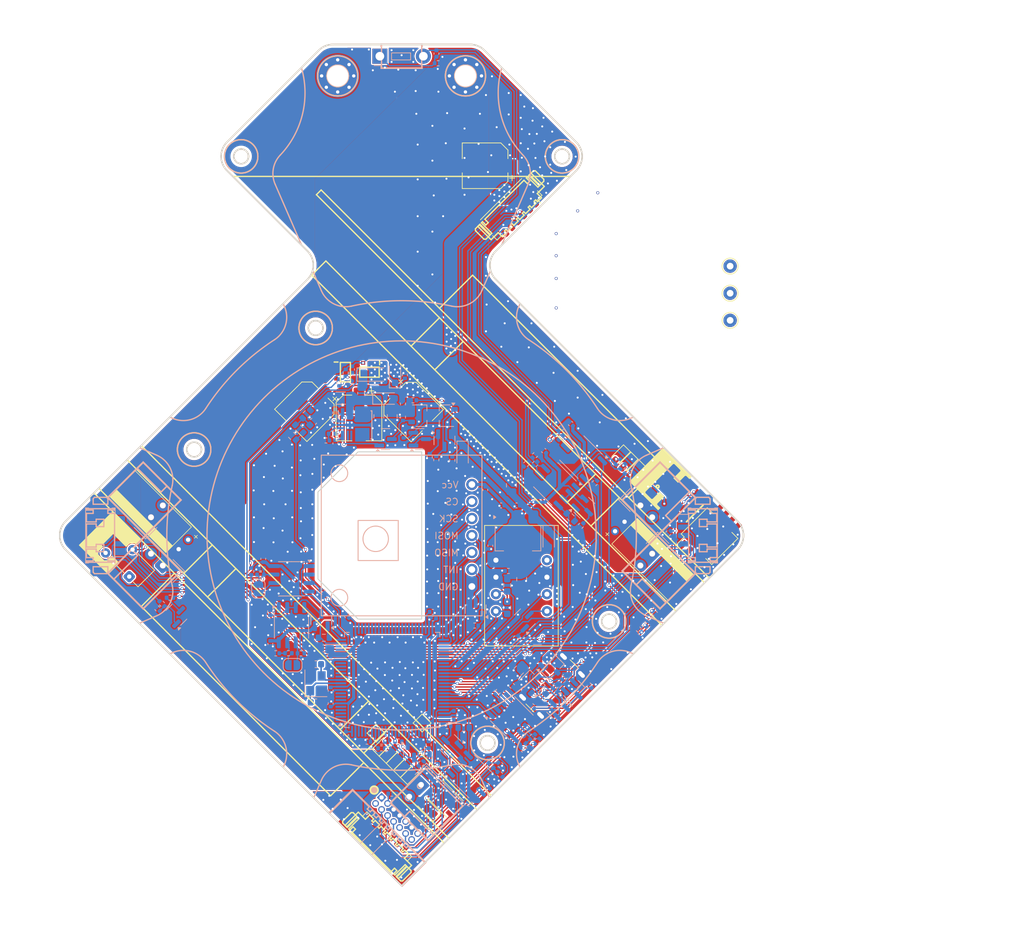
<source format=kicad_pcb>
(kicad_pcb (version 20221018) (generator pcbnew)
  (layers (0 "F.Cu" signal) (31 "B.Cu" signal) (34 "B.Paste" user) (35 "F.Paste" user) (36 "B.SilkS" user "B.Silkscreen") (37 "F.SilkS" user "F.Silkscreen") (38 "B.Mask" user) (39 "F.Mask" user) (44 "Edge.Cuts" user))
  (net 0 "")
  (net 1 "+3.3V")
  (net 2 "GND")
  (net 3 "NRST")
  (net 4 "HSE_IN")
  (net 5 "HSE_OUT")
  (net 6 "SHDN{slash}BOOT")
  (net 7 "VCC")
  (net 8 "Net-(Q1-G)")
  (net 9 "/Power/Vout")
  (net 10 "/Power/S-S")
  (net 11 "Net-(Q9-G)")
  (net 12 "+5V")
  (net 13 "Net-(C24-Pad1)")
  (net 14 "VBUS")
  (net 15 "Net-(D1-K)")
  (net 16 "VDD")
  (net 17 "Net-(D5-K)")
  (net 18 "Net-(D7-A)")
  (net 19 "Net-(D8-A)")
  (net 20 "Net-(D9-A)")
  (net 21 "Net-(D10-A)")
  (net 22 "Net-(D11-A)")
  (net 23 "Net-(D12-A)")
  (net 24 "Net-(D13-A)")
  (net 25 "Net-(D14-A)")
  (net 26 "Net-(U2-RT)")
  (net 27 "Net-(U2-FB)")
  (net 28 "Net-(J7-CC1)")
  (net 29 "Net-(J7-CC2)")
  (net 30 "/Power/PG")
  (net 31 "+BATT")
  (net 32 "/RS485_MD/RS485MD_TA")
  (net 33 "/RS485_MD/RS485MD_TB")
  (net 34 "/RS485_MD/RS485MD_RA")
  (net 35 "/RS485_MD/RS485MD_RB")
  (net 36 "/RS485_RingNW/RS485RingX_TA")
  (net 37 "/RS485_RingNW/RS485RingX_TB")
  (net 38 "/RS485_RingNW/RS485RingX_RA")
  (net 39 "/RS485_RingNW/RS485RingX_RB")
  (net 40 "/RS485_RingNW/RS485RingY_TA")
  (net 41 "/RS485_RingNW/RS485RingY_TB")
  (net 42 "/RS485_RingNW/RS485RingY_RA")
  (net 43 "/RS485_RingNW/RS485RingY_RB")
  (net 44 "Net-(JP4-B)")
  (net 45 "Net-(JP5-B)")
  (net 46 "/Power/IND")
  (net 47 "Net-(Q2-B)")
  (net 48 "Net-(Q3-G)")
  (net 49 "Net-(Q5-D)")
  (net 50 "/Power/VSYS")
  (net 51 "/Power/PowerSW")
  (net 52 "Net-(Q8-D)")
  (net 53 "Net-(Q10-B)")
  (net 54 "Net-(Q11-G)")
  (net 55 "Net-(Q13-B)")
  (net 56 "Net-(Q13-C)")
  (net 57 "Net-(Q14-B)")
  (net 58 "Net-(Q14-C)")
  (net 59 "Main->RST_BNO")
  (net 60 "RST_BNO")
  (net 61 "Main->INT_Mouse")
  (net 62 "INT_Mouse")
  (net 63 "Net-(Q17-B)")
  (net 64 "Net-(Q17-C)")
  (net 65 "LED_nR0")
  (net 66 "BOOT0")
  (net 67 "Net-(Q7-G)")
  (net 68 "Net-(SW2-C)")
  (net 69 "V_Meas.")
  (net 70 "MainTX1_RS485RingXRX")
  (net 71 "Net-(U4-DE)")
  (net 72 "MainTX2_RS485MDRX")
  (net 73 "Net-(U6-DE)")
  (net 74 "LED_B0")
  (net 75 "LED_B1")
  (net 76 "DIPSW0")
  (net 77 "DIPSW1")
  (net 78 "SlideSW0")
  (net 79 "DIPSW2")
  (net 80 "DIPSW3")
  (net 81 "SDA4")
  (net 82 "SCL4")
  (net 83 "LED_LG0")
  (net 84 "LED_Y0")
  (net 85 "MainTX4_RS485RingYRX")
  (net 86 "Net-(U12-DE)")
  (net 87 "SWDIO")
  (net 88 "SWCLK")
  (net 89 "SWO")
  (net 91 "MainRX1_RS485RingXTX")
  (net 94 "MainRX2_RS485MDTX")
  (net 96 "CS2_Mouse")
  (net 97 "SCLK2")
  (net 98 "MISO2")
  (net 99 "MOSI2")
  (net 101 "MainRX4_RS485RingYTX")
  (net 110 "unconnected-(SW4-C-Pad3)")
  (net 111 "INT_BNO")
  (net 113 "Net-(C14-Pad1)")
  (net 114 "Net-(C15-Pad1)")
  (footprint "TomoshibiLibrary:Package_TSOP6F" (layer "F.Cu") (at -4.800001 -24.4 -90)
    (fp_text reference "Q9" hide)
    (fp_text value "SSM6J808R" hide)
  )
  (footprint "Connector_USB:USB_C_Receptacle_GCT_USB4125-xx-x_6P_TopMnt_Horizontal" (layer "F.Cu") (at 23.25 23.25 45)
    (fp_text reference "J7" hide)
    (fp_text value "USB_C_Receptacle_PowerOnly_6P")
  )
  (footprint "Connector_Molex:Molex_PicoBlade_53398-0671_1x06-1MP_P1.25mm_Vertical" (layer "F.Cu") (at -2.684709 45.483058 -45)
    (fp_text reference "J13" hide)
    (fp_text value "Conn_01x06_MountingPin")
  )
  (footprint "Capacitor_SMD:CP_Elec_6.3x5.4" (layer "F.Cu") (at -14.15 -18.86 -135)
    (fp_text reference "C38" hide)
    (fp_text value "47uF")
  )
  (footprint "Connector_Molex:Molex_PicoBlade_53398-0671_1x06-1MP_P1.25mm_Vertical" (layer "F.Cu") (at 16.77 -48.33 -135)
    (fp_text reference "J10" hide)
    (fp_text value "Conn_01x06_MountingPin")
  )
  (footprint "TestPoint:TestPoint_THTPad_D2.0mm_Drill1.0mm" (layer "F.Cu") (at 49.08 -40.24)
    (fp_text reference "TP1" hide)
    (fp_text value "TestPoint")
  )
  (footprint "LED_SMD:LED_0603_1608Metric_Pad1.05x0.95mm_HandSolder" (layer "F.Cu") (at -2.717196 31.267197 45)
    (fp_text reference "D12" hide)
    (fp_text value "LightGreen")
  )
  (footprint "LED_SMD:LED_0603_1608Metric_Pad1.05x0.95mm_HandSolder" (layer "F.Cu") (at 33.621282 -10.751282 -135)
    (fp_text reference "D8" hide)
    (fp_text value "Green")
  )
  (footprint "TomoshibiLibrary:SW_Slide_SPDT_SSSS213202" (layer "F.Cu") (at 40.8 -6.3 -45)
    (fp_text reference "SW4" hide)
    (fp_text value "SW_SPDT" hide)
  )
  (footprint "LED_SMD:LED_0603_1608Metric_Pad1.05x0.95mm_HandSolder" (layer "F.Cu") (at 34.75 -9.65 -135)
    (fp_text reference "D7" hide)
    (fp_text value "Green")
  )
  (footprint "TomoshibiLibrary:Sensor_Motion_Aktk_BNO055" (layer "F.Cu") (at 17.9 7.5)
    (fp_text reference "U7" hide)
    (fp_text value "BNO055")
  )
  (footprint "MountingHole:MountingHole_3.2mm_M3_Pad_Via" (layer "F.Cu") (at -9.55 -68.66)
    (fp_text reference "H1" hide)
    (fp_text value "MountingHole_Pad")
  )
  (footprint "Button_Switch_SMD:SW_Push_1P1T_NO_Vertical_Wuerth_434133025816" (layer "F.Cu") (at 6.43 39.32 135)
    (fp_text reference "SW1" hide)
    (fp_text value "SW_SPST")
  )
  (footprint "TestPoint:TestPoint_THTPad_D2.0mm_Drill1.0mm" (layer "F.Cu") (at 49.08 -36.19)
    (fp_text reference "TP2" hide)
    (fp_text value "TestPoint")
  )
  (footprint "Capacitor_SMD:CP_Elec_6.3x5.4" (layer "F.Cu") (at 1.42 -18.81 -45)
    (fp_text reference "C22" hide)
    (fp_text value "47uF")
  )
  (footprint "TomoshibiLibrary:Capacitor_Alum_Radial_5.0x11.0mm_Horizontal" (layer "F.Cu") (at 29.982854 -0.140559 45)
    (fp_text reference "C32" hide)
    (fp_text value "100uF")
  )
  (footprint "LED_SMD:LED_0603_1608Metric_Pad1.05x0.95mm_HandSolder" (layer "F.Cu") (at 32.5 -11.85 -135)
    (fp_text reference "D9" hide)
    (fp_text value "Green")
  )
  (footprint "LED_SMD:LED_0603_1608Metric_Pad1.05x0.95mm_HandSolder" (layer "F.Cu") (at -0.595876 33.388519 45)
    (fp_text reference "D14" hide)
    (fp_text value "Yellow")
  )
  (footprint "LED_SMD:LED_0603_1608Metric_Pad1.05x0.95mm_HandSolder" (layer "F.Cu") (at -1.656534 32.327858 45)
    (fp_text reference "D13" hide)
    (fp_text value "Red")
  )
  (footprint "LED_SMD:LED_0603_1608Metric_Pad1.05x0.95mm_HandSolder" (layer "F.Cu") (at 0.464786 34.449179 45)
    (fp_text reference "D10" hide)
    (fp_text value "Blue")
  )
  (footprint "Capacitor_SMD:CP_Elec_6.3x5.4" (layer "F.Cu") (at -6.37 -17.56 -90)
    (fp_text reference "C23" hide)
    (fp_text value "47uF")
  )
  (footprint "TestPoint:TestPoint_THTPad_D2.0mm_Drill1.0mm" (layer "F.Cu") (at 49.08 -32.14)
    (fp_text reference "TP3" hide)
    (fp_text value "TestPoint")
  )
  (footprint "Capacitor_SMD:CP_Elec_6.3x5.4" (layer "F.Cu") (at 12.47 -55.24 180)
    (fp_text reference "C37" hide)
    (fp_text value "47uF")
  )
  (footprint "Button_Switch_SMD:SW_DIP_SPSTx04_Slide_Copal_CHS-04B_W7.62mm_P1.27mm" (layer "F.Cu") (at 46 0.1 45)
    (fp_text reference "SW3" hide)
    (fp_text value "SW_DIP_x04")
  )
  (footprint "MountingHole:MountingHole_3.2mm_M3_Pad_Via" (layer "F.Cu") (at 9.535 -68.663)
    (fp_text reference "H2" hide)
    (fp_text value "MountingHole_Pad")
  )
  (footprint "TestPoint:TestPoint_Pad_1.5x1.5mm" (layer "F.Cu") (at 3.06 28.02 45)
    (fp_text reference "H4" hide)
    (fp_text value "MountingHole_Pad")
  )
  (footprint "Diode_SMD:D_SOD-323_HandSoldering" (layer "F.Cu") (at 3.91 40.69 135)
    (fp_text reference "D1" hide)
    (fp_text value "1N5819WS")
  )
  (footprint "TomoshibiLibrary:Package_TSOP6F" (layer "F.Cu") (at -8.4 -24.4)
    (fp_text reference "Q7" hide)
    (fp_text value "SSM6J808R" hide)
  )
  (footprint "TestPoint:TestPoint_Pad_1.5x1.5mm" (layer "F.Cu") (at -3.82 29.53 -45)
    (fp_text reference "H3" hide)
    (fp_text value "MountingHole_Pad")
  )
  (footprint "LED_SMD:LED_0603_1608Metric_Pad1.05x0.95mm_HandSolder" (layer "F.Cu") (at 1.525447 35.509841 45)
    (fp_text reference "D11" hide)
    (fp_text value "Blue")
  )
  (footprint "TomoshibiLibrary:SW_Slide_SPDT_IS-1235-G" (layer "F.Cu") (at -41.325 3.242764 -135)
    (fp_text reference "SW2" hide)
    (fp_text value "SW_SPDT_White")
  )
  (footprint "TomoshibiLibrary:Capacitor_Alum_Radial_5.0x11.0mm_Horizontal" (layer "F.Cu") (at -29.982853 0.140559 -135)
    (fp_text reference "C33" hide)
    (fp_text value "100uF")
  )
  (footprint "Capacitor_SMD:C_0402_1005Metric" (layer "B.Cu") (at 21.238299 -12.685103 135)
    (fp_text reference "C27" hide)
    (fp_text value "0.1uF")
  )
  (footprint "Resistor_SMD:R_0402_1005Metric" (layer "B.Cu") (at -34.6 9.3 180)
    (fp_text reference "R21" hide)
    (fp_text value "10k")
  )
  (footprint "Resistor_SMD:R_0402_1005Metric" (layer "B.Cu") (at 16.5 22.46 -45)
    (fp_text reference "R4" hide)
    (fp_text value "1k")
  )
  (footprint "Package_TO_SOT_SMD:SOT-23W" (layer "B.Cu") (at 2.7 -17.9)
    (fp_text reference "Q6" hide)
    (fp_text value "SSM3J332R")
  )
  (footprint "Resistor_SMD:R_0402_1005Metric" (layer "B.Cu") (at 5.18 -11.3 90)
    (fp_text reference "R25" hide)
    (fp_text value "10k")
  )
  (footprint "Capacitor_SMD:C_1206_3216Metric" (layer "B.Cu") (at -9.1 -20.52 180)
    (fp_text reference "C16" hide)
    (fp_text value "10uF")
  )
  (footprint "Resistor_SMD:R_0402_1005Metric" (layer "B.Cu") (at 17.069 15.382 -135)
    (fp_text reference "R3" hide)
    (fp_text value "10k")
  )
  (footprint "Capacitor_SMD:C_0402_1005Metric" (layer "B.Cu") (at 8.28 27.53)
    (fp_text reference "C4" hide)
    (fp_text value "0.1uF")
  )
  (footprint "Resistor_SMD:R_0402_1005Metric" (layer "B.Cu") (at 32.35 -10.98 -135)
    (fp_text reference "R33" hide)
    (fp_text value "1k")
  )
  (footprint "Capacitor_SMD:C_0402_1005Metric" (layer "B.Cu") (at 10.28 40.14 -45)
    (fp_text reference "C35" hide)
    (fp_text value "0.1uF")
  )
  (footprint "Package_SO:SOP-8_3.9x4.9mm_P1.27mm" (layer "B.Cu") (at 22.9 -7.7 135)
    (fp_text reference "U3" hide)
    (fp_text value "MAX3485")
  )
  (footprint "Capacitor_SMD:C_0402_1005Metric" (layer "B.Cu") (at 4.664 12.39 180)
    (fp_text reference "C3" hide)
    (fp_text value "0.1uF")
  )
  (footprint "Crystal:Crystal_SMD_3225-4Pin_3.2x2.5mm" (layer "B.Cu") (at -12.802 22.084 90)
    (fp_text reference "Y2" hide)
    (fp_text value "16MHz")
  )
  (footprint "Package_TO_SOT_SMD:SOT-23" (layer "B.Cu") (at 7.226 31.301 135)
    (fp_text reference "Q17" hide)
    (fp_text value "S8550")
  )
  (footprint "Capacitor_SMD:C_0805_2012Metric" (layer "B.Cu") (at -3.4 -17.8 -90)
    (fp_text reference "C41" hide)
    (fp_text value "22uF")
  )
  (footprint "Resistor_SMD:R_0402_1005Metric" (layer "B.Cu") (at -35.8 10.2 -45)
    (fp_text reference "R20" hide)
    (fp_text value "10k")
  )
  (footprint "Capacitor_SMD:C_0402_1005Metric" (layer "B.Cu") (at -8.196 11.966 135)
    (fp_text reference "C1" hide)
    (fp_text value "0.1uF")
  )
  (footprint "Resistor_SMD:R_0402_1005Metric" (layer "B.Cu") (at -21.08 5.85)
    (fp_text reference "R51" hide)
    (fp_text value "120")
  )
  (footprint "Resistor_SMD:R_0402_1005Metric" (layer "B.Cu") (at 19.930152 -10.669848 45)
    (fp_text reference "R41" hide)
    (fp_text value "120")
  )
  (footprint "Resistor_SMD:R_0402_1005Metric" (layer "B.Cu") (at 26.78 -1.45 -135)
    (fp_text reference "R35" hide)
    (fp_text value "20k")
  )
  (footprint "Resistor_SMD:R_0402_1005Metric" (layer "B.Cu") (at -8.35 -24.3 90)
    (fp_text reference "R19" hide)
    (fp_text value "10k")
  )
  (footprint "Resistor_SMD:R_0402_1005Metric" (layer "B.Cu") (at 33.7 -9.61 -135)
    (fp_text reference "R31" hide)
    (fp_text value "1k")
  )
  (footprint "Package_TO_SOT_SMD:SOT-23" (layer "B.Cu") (at -33.65 11.85 45)
    (fp_text reference "Q8" hide)
    (fp_text value "2N7002")
  )
  (footprint "Resistor_SMD:R_0402_1005Metric" (layer "B.Cu") (at -11.3 -14.2)
    (fp_text reference "R12" hide)
    (fp_text value "5.1k")
  )
  (footprint "Resistor_SMD:R_0402_1005Metric" (layer "B.Cu") (at 19.93 -12 45)
    (fp_text reference "R38" hide)
    (fp_text value "2.2k")
  )
  (footprint "Capacitor_SMD:C_0402_1005Metric" (layer "B.Cu") (at 5.4 33.64 90)
    (fp_text reference "C2" hide)
    (fp_text value "0.1uF")
  )
  (footprint "Resistor_SMD:R_0402_1005Metric" (layer "B.Cu") (at -3.01 31.8 180)
    (fp_text reference "R67" hide)
    (fp_text value "1k")
  )
  (footprint "Resistor_SMD:R_0402_1005Metric" (layer "B.Cu") (at -16.91 17.59 180)
    (fp_text reference "R50" hide)
    (fp_text value "120")
  )
  (footprint "TomoshibiLibrary:DCDC_TPSM336x5" (layer "B.Cu") (at -6.869999 -16.52 -90)
    (fp_text reference "U2" hide)
    (fp_text value "DCDC_TPSM336x5")
  )
  (footprint "Resistor_SMD:R_0402_1005Metric" (layer "B.Cu") (at 20.25 30.73 45)
    (fp_text reference "R76" hide)
    (fp_text value "2.2k")
  )
  (footprint "Resistor_SMD:R_0402_1005Metric" (layer "B.Cu") (at 0.2 -17.68 -90)
    (fp_text reference "R14" hide)
    (fp_text value "10k")
  )
  (footprint "Resistor_SMD:R_0603_1608Metric" (layer "B.Cu") (at -11.621 15.28 180)
    (fp_text reference "R43" hide)
    (fp_text value "7.5k")
  )
  (footprint "Resistor_SMD:R_0603_1608Metric" (layer "B.Cu") (at -14.2 -18.11 -135)
    (fp_text reference "R28" hide)
    (fp_text value "1k")
  )
  (footprint "Connector_Molex:Molex_SPOX_5268-02A_1x02_P2.50mm_Horizontal" (layer "B.Cu") (at 37.437 2.72 -135)
    (fp_text reference "J2" hide)
    (fp_text value "Conn_01x02_Pin")
  )
  (footprint "Resistor_SMD:R_0402_1005Metric" (layer "B.Cu") (at 19.57 30.07 -135)
    (fp_text reference "R79" hide)
    (fp_text value "120")
  )
  (footprint "Capacitor_SMD:C_0402_1005Metric" (layer "B.Cu") (at 8.28 26.21)
    (fp_text reference "C15" hide)
    (fp_text value "2.2uF")
  )
  (footprint "Resistor_SMD:R_0603_1608Metric" (layer "B.Cu") (at -16.36 -14.88 135)
    (fp_text reference "R30" hide)
    (fp_text value "10k")
  )
  (footprint "Capacitor_SMD:C_0402_1005Metric" (layer "B.Cu") (at -8.33 29.81 -90)
    (fp_text reference "C7" hide)
    (fp_text value "0.1uF")
  )
  (footprint "Resistor_SMD:R_0402_1005Metric" (layer "B.Cu") (at 18.89 31.4 -45)
    (fp_text reference "R77" hide)
    (fp_text value "2.2k")
  )
  (footprint "Resistor_SMD:R_0402_1005Metric" (layer "B.Cu") (at 13.35 34.35 135)
    (fp_text reference "R78" hide)
    (fp_text value "120")
  )
  (footprint "Capacitor_SMD:C_0805_2012Metric" (layer "B.Cu") (at 16.4 -7.5 90)
    (fp_text reference "C25" hide)
    (fp_text value "22uF")
  )
  (footprint "Resistor_SMD:R_0402_1005Metric" (layer "B.Cu") (at -9.3 -22.85 -90)
    (fp_text reference "R18" hide)
    (fp_text value "10k")
  )
  (footprint "Package_TO_SOT_SMD:SOT-23" (layer "B.Cu") (at 2.7 -14.4)
    (fp_text reference "Q10" hide)
    (fp_text value "S8550")
  )
  (footprint "Resistor_SMD:R_0402_1005Metric" (layer "B.Cu") (at 2.91 34.08 -135)
    (fp_text reference "R66" hide)
    (fp_text value "1k")
  )
  (footprint "Resistor_SMD:R_0402_1005Metric" (layer "B.Cu") (at 33.02 -10.3 -135)
    (fp_text reference "R32" hide)
    (fp_text value "1k")
  )
  (footprint "Resistor_SMD:R_0402_1005Metric" (layer "B.Cu") (at 14.8 34.3 -45)
    (fp_text reference "R75" hide)
    (fp_text value "2.2k")
  )
  (footprint "Package_SO:SOP-8_3.9x4.9mm_P1.27mm" (layer "B.Cu") (at 16.47 27.27 -45)
    (fp_text reference "U12" hide)
    (fp_text value "MAX3485")
  )
  (footprint "Inductor_SMD:L_0603_1608Metric" (layer "B.Cu") (at -6.05 -21.25 -90)
    (fp_text reference "L1" hide)
    (fp_text value "1uH")
  )
  (footprint "Resistor_SMD:R_0402_1005Metric" (layer "B.Cu") (at 5.45 -70.55)
    (fp_text reference "R68" hide)
    (fp_text value "10k")
  )
  (footprint "Capacitor_SMD:C_0402_1005Metric" (layer "B.Cu") (at 12.5 -6.8 90)
    (fp_text reference "C34" hide)
    (fp_text value "1uF")
  )
  (footprint "Connector_Molex:Molex_SPOX_5268-02A_1x02_P2.50mm_Horizontal" (layer "B.Cu") (at -37.44 -2.72 45)
    (fp_text reference "J3" hide)
    (fp_text value "Conn_01x02_Pin")
  )
  (footprint "Resistor_SMD:R_0402_1005Metric" (layer "B.Cu") (at -36.5 10.9 135)
    (fp_text reference "R22" hide)
    (fp_text value "10k")
  )
  (footprint "Package_TO_SOT_SMD:SOT-23W" (layer "B.Cu") (at 22.401472 19.601472 -45)
    (fp_text reference "Q3" hide)
    (fp_text value "SSM3J332R")
  )
  (footprint "Package_TO_SOT_SMD:SOT-23" (layer "B.Cu") (at 6.4 -14.2 -90)
    (fp_text reference "Q12" hide)
    (fp_text value "S8550")
  )
  (footprint "Package_TO_SOT_SMD:SOT-23" (layer "B.Cu") (at -2.4 -14.4)
    (fp_text reference "Q5" hide)
    (fp_text value "2N7002")
  )
  (footprint "Resistor_SMD:R_0402_1005Metric" (layer "B.Cu") (at -1.49 38.57)
    (fp_text reference "R62" hide)
    (fp_text value "1k")
  )
  (footprint "Package_SO:SOP-8_3.9x4.9mm_P1.27mm" (layer "B.Cu") (at 10.48 36.01 -45)
    (fp_text reference "U11" hide)
    (fp_text value "MAX3485")
  )
  (footprint "Resistor_SMD:R_0603_1608Metric_Pad0.98x0.95mm_HandSolder" (layer "B.Cu") (at 15.774 10.795 -90)
    (fp_text reference "R61" hide)
    (fp_text value "PullUP")
  )
  (footprint "Connector_Molex:Molex_SPOX_5268-02A_1x02_P2.50mm_Horizontal" (layer "B.Cu") (at -35.672283 4.490051 135)
    (fp_text reference "J4" hide)
    (fp_text value "Conn_01x02_Pin")
  )
  (footprint "Resistor_SMD:R_0402_1005Metric" (layer "B.Cu") (at 14.367056 23.361169 45)
    (fp_text reference "R73" hide)
    (fp_text value "10k")
  )
  (footprint "Capacitor_SMD:C_0603_1608Metric" (layer "B.Cu") (at -12.801999 19.234)
    (fp_text reference "C6" hide)
    (fp_text value "22pF")
  )
  (footprint "Resistor_SMD:R_0402_1005Metric" (layer "B.Cu") (at 19.45 25.5 -45)
    (fp_text reference "R13" hide)
    (fp_text value "10k")
  )
  (footprint "Diode_SMD:D_SOD-323_HandSoldering" (layer "B.Cu") (at 21.97 0.49 -90)
    (fp_text reference "D6" hide)
    (fp_text value "1N5819WS")
  )
  (footprint "Package_TO_SOT_SMD:SOT-23" (layer "B.Cu") (at 23.25 25.75 135)
    (fp_text reference "Q4" hide)
    (fp_text value "S8550")
  )
  (footprint "Diode_SMD:D_SOD-123" (layer "B.Cu") (at -4.301 -24.042)
    (fp_text reference "D5" hide)
    (fp_text value "SS2040FL")
  )
  (footprint "Capacitor_SMD:C_0402_1005Metric" (layer "B.Cu") (at 17.17 -4.49 180)
    (fp_text reference "C20" hide)
    (fp_text value "1uF")
  )
  (footprint "Resistor_SMD:R_0402_1005Metric" (layer "B.Cu") (at -21.08 4.9 180)
    (fp_text reference "R49" hide)
    (fp_text value "2.2k")
  )
  (footprint "Capacitor_SMD:C_0805_2012Metric" (layer "B.Cu") (at 17.938 6.534 -90)
    (fp_text reference "C26" hide)
    (fp_text value "22uF")
  )
  (footprint "Resistor_SMD:R_0402_1005Metric" (layer "B.Cu") (at 23.83 -14.66 45)
    (fp_text reference "R42" hide)
    (fp_text value "120")
  )
  (footprint "Diode_SMD:D_SOD-323_HandSoldering" (layer "B.Cu") (at -2.304 -20.456)
    (fp_text reference "D2" hide)
    (fp_text value "1N5819WS")
  )
  (footprint "Resistor_SMD:R_0402_1005Metric" (layer "B.Cu") (at 4.04 31.27 90)
    (fp_text reference "R53" hide)
    (fp_text value "1k")
  )
  (footprint "Button_Switch_THT:SW_PUSH_1P1T_6x3.5mm_H4.3_APEM_MJTP1243" (layer "B.Cu") (at -3.25 -71.6)
    (fp_text reference "SW5" hide)
    (fp_text value "SW_SPST")
  )
  (footprint "TomoshibiLibrary:BoxHeader_2x07_P1.27mm_Horizontal" (layer "B.Cu") (at -0.296051 41.832898 -135)
    (fp_text reference "J1" hide)
    (fp_text value "Conn_01x14_Pin")
  )
  (footprint "Package_SO:SOP-8_3.9x4.9mm_P1.27mm" (layer "B.Cu") (at -16.45 6.475 180)
    (fp_text reference "U6" hide)
    (fp_text value "MAX3485")
  )
  (footprint "Resistor_SMD:R_0603_1608Metric" (layer "B.Cu") (at 9.27 28.73)
    (fp_text reference "R71" hide)
    (fp_text value "7.5k")
  )
  (footprint "Resistor_SMD:R_0402_1005Metric" (layer "B.Cu") (at 39.83 -0.32 -135)
    (fp_text reference "R56" hide)
    (fp_text value "10k")
  )
  (footprint "Resistor_SMD:R_0402_1005Metric" (layer "B.Cu") (at 4.2 -11.7 90)
    (fp_text reference "R23" hide)
    (fp_text value "10k")
  )
  (footprint "Resistor_SMD:R_0402_1005Metric" (layer "B.Cu") (at 18.61 -10.68 45)
    (fp_text reference "R37" hide)
    (fp_text value "2.2k")
  )
  (footprint "Diode_SMD:D_SOD-323_HandSoldering" (layer "B.Cu") (at 9.11 -12.08 -90)
    (fp_text reference "D3" hide)
    (fp_text value "D_Zener")
  )
  (footprint "Package_TO_SOT_SMD:SOT-23" (layer "B.Cu") (at 25.75 23.25 -45)
    (fp_text reference "Q2" hide)
    (fp_text value "S8550")
  )
  (footprint "Connector_Molex:Molex_SPOX_5268-02A_1x02_P2.50mm_Horizontal" (layer "B.Cu") (at 2.910051 37.242284 -135)
    (fp_text reference "J11" hide)
    (fp_text value "Conn_01x02_Pin")
  )
  (footprint "Resistor_SMD:R_0603_1608Metric" (layer "B.Cu") (at -15.3 -15.94 -45)
    (fp_text reference "R29" hide)
    (fp_text value "75k")
  )
  (footprint "Resistor_SMD:R_0402_1005Metric" (layer "B.Cu") (at 14.7 35.7 135)
    (fp_text reference "R74" hide)
    (fp_text value "2.2k")
  )
  (footprint "Resistor_SMD:R_0402_1005Metric" (layer "B.Cu") (at -9.9 -18.329999 90)
    (fp_text reference "R10" hide)
    (fp_text value "10k")
  )
  (footprint "Package_TO_SOT_SMD:SOT-23W" (layer "B.Cu") (at 6.7 -17.9 180)
    (fp_text reference "Q11" hide)
    (fp_text value "SSM3J332R")
  )
  (footprint "Resistor_SMD:R_0402_1005Metric" (layer "B.Cu") (at 6.82 28.48 180)
    (fp_text reference "R72" hide)
    (fp_text value "20k")
  )
  (footprint "Package_TO_SOT_SMD:SOT-223-3_TabPin2" (layer "B.Cu") (at 17.3875 0.39 -90)
    (fp_text reference "U1" hide)
    (fp_text value "AZ1117CH-3.3")
  )
  (footprint "Resistor_SMD:R_0402_1005Metric" (layer "B.Cu") (at 35.44 14.06 -45)
    (fp_text reference "R58" hide)
    (fp_text value "10k")
  )
  (footprint "Resistor_SMD:R_0402_1005Metric" (layer "B.Cu") (at 22.49 -14.7 45)
    (fp_text reference "R39" hide)
    (fp_text value "2.2k")
  )
  (footprint "Connector_Molex:Molex_PicoBlade_53261-0571_1x05-1MP_P1.25mm_Horizontal" (layer "B.Cu") (at -44.5 0 90)
    (fp_text reference "J9" hide)
    (fp_text value "Conn_01x05_MountingPin")
  )
  (footprint "Resistor_SMD:R_0402_1005Metric" (layer "B.Cu") (at 10.928 13.457 180)
    (fp_text reference "R59" hide)
    (fp_text value "10k")
  )
  (footprint "Capacitor_SMD:C_0402_1005Metric" (layer "B.Cu") (at -11.045 18.05 180)
    (fp_text reference "C13" hide)
    (fp_text value "1uF")
  )
  (footprint "Capacitor_SMD:C_0402_1005Metric" (layer "B.Cu") (at 14.86 -4.49 180)
    (fp_text reference "C21" hide)
    (fp_text value "1uF")
  )
  (footprint "Connector_Molex:Molex_SPOX_5268-02A_1x02_P2.50mm_Horizontal" (layer "B.Cu") (at 35.674 -4.49 -45)
    (fp_text reference "J5" hide)
    (fp_text value "Conn_01x02_Pin")
  )
  (footprint "Capacitor_SMD:C_0402_1005Metric" (layer "B.Cu") (at 5.2 -72 -90)
    (fp_text reference "C10" hide)
    (fp_text value "0.1uF")
  )
  (footprint "Resistor_SMD:R_0402_1005Metric" (layer "B.Cu") (at 1.7 -20.2)
    (fp_text reference "R6" hide)
    (fp_text value "10k")
  )
  (footprint "Resistor_SMD:R_0402_1005Metric" (layer "B.Cu") (at 28 22.4 -45)
    (fp_text reference "R9" hide)
    (fp_text value "10k")
  )
  (footprint "Resistor_SMD:R_0402_1005Metric" (layer "B.Cu") (at 0.3 -15.08 -90)
    (fp_text reference "R17" hide)
    (fp_text value "10k")
  )
  (footprint "Resistor_SMD:R_0402_1005Metric" (layer "B.Cu") (at -19.63 11.4 90)
    (fp_text reference "R44" hide)
    (fp_text value "20k")
  )
  (footprint "Package_TO_SOT_SMD:SOT-23" (layer "B.Cu") (at 27.3 -4.14 -45)
    (fp_text reference "Q13" hide)
    (fp_text value "S8550")
  )
  (footprint "Package_SO:SOP-8_3.9x4.9mm_P1.27mm" (layer "B.Cu") (at -16.45 13.4 -90)
    (fp_text reference "U5" hide)
    (fp_text value "MAX3485")
  )
  (footprint "Resistor_SMD:R_0402_1005Metric" (layer "B.Cu") (at -10.4 -15.2)
    (fp_text reference "R11" hide)
    (fp_text value "20k")
  )
  (footprint "Diode_SMD:D_SOD-323_HandSoldering" (layer "B.Cu") (at -0.985 -24.065 90)
    (fp_text reference "D4" hide)
    (fp_text value "1N5819WS")
  )
  (footprint "Resistor_SMD:R_0402_1005Metric" (layer "B.Cu") (at -7.8 -22.75 -135)
    (fp_text reference "R16" hide)
    (fp_text value "10k")
  )
  (footprint "Capacitor_SMD:C_0402_1005Metric" (layer "B.Cu") (at 13.252 1.539 -90)
    (fp_text reference "C31" hide)
    (fp_text value "0.1uF")
  )
  (footprint "Resistor_SMD:R_0402_1005Metric" (layer "B.Cu") (at 36.21 13.24 -45)
    (fp_text reference "R57" hide)
    (fp_text value "10k")
  )
  (footprint "Jumper:SolderJumper-2_P1.3mm_Open_RoundedPad1.0x1.5mm" (layer "B.Cu") (at -16.28 19.37 180)
    (fp_text reference "JP4" hide)
    (fp_text value "Jumper_2_Open")
  )
  (footprint "Resistor_SMD:R_0402_1005Metric" (layer "B.Cu") (at -15.04 17.61 180)
    (fp_text reference "R46" hide)
    (fp_text value "2.2k")
  )
  (footprint "Resistor_SMD:R_0402_1005Metric" (layer "B.Cu") (at -4.802 -21.078 90)
    (fp_text reference "R26" hide)
    (fp_text value "10k")
  )
  (footprint "Resistor_SMD:R_0402_1005Metric" (layer "B.Cu") (at -0.476 30.782 180)
    (fp_text reference "R52" hide)
    (fp_text value "1k")
  )
  (footprint "Capacitor_SMD:C_0402_1005Metric" (layer "B.Cu") (at 4.663 11.41)
    (fp_text reference "C14" hide)
    (fp_text value "2.2uF")
  )
  (footprint "Capacitor_SMD:C_0805_2012Metric" (layer "B.Cu") (at 17.5 20.2 45)
    (fp_text reference "C40" hide)
    (fp_text value "10uF")
  )
  (footprint "Jumper:SolderJumper-2_P1.3mm_Open_RoundedPad1.0x1.5mm" (layer "B.Cu") (at -21.4 7.975 90)
    (fp_text reference "JP5" hide)
    (fp_text value "Jumper_2_Open")
  )
  (footprint "Resistor_SMD:R_0402_1005Metric" (layer "B.Cu") (at -11.74 8.45 -45)
    (fp_text reference "R45" hide)
    (fp_text value "10k")
  )
  (footprint "Package_TO_SOT_SMD:SOT-23" (layer "B.Cu") (at 18.403 12.531 45)
    (fp_text reference "Q16" hide)
    (fp_text value "2N7002")
  )
  (footprint "Resistor_SMD:R_0402_1005Metric" (layer "B.Cu") (at -3 30.81 180)
    (fp_text reference "R63" hide)
    (fp_text value "1k")
  )
  (footprint "Capacitor_SMD:C_0805_2012Metric" (layer "B.Cu") (at -1.4 -17.8 -90)
    (fp_text reference "C18" hide)
    (fp_text value "22uF")
  )
  (footprint "Resistor_SMD:R_0402_1005Metric" (layer "B.Cu") (at -5.165 30.797 180)
    (fp_text reference "R1" hide)
    (fp_text value "10k")
  )
  (footprint "Resistor_SMD:R_0402_1005Metric" (layer "B.Cu") (at 37.15 12.38 135)
    (fp_text reference "R55" hide)
    (fp_text value "10k")
  )
  (footprint "Capacitor_SMD:C_0402_1005Metric" (layer "B.Cu") (at 18.21 32.05 -45)
    (fp_text reference "C36" hide)
    (fp_text value "0.1uF")
  )
  (footprint "Package_TO_SOT_SMD:SOT-23" (layer "B.Cu") (at 11.059 11.016 90)
    (fp_text reference "Q15" hide)
    (fp_text value "2N7002")
  )
  (footprint "Package_TO_SOT_SMD:SOT-23W" (layer "B.Cu") (at 19.55 22 45)
    (fp_text reference "Q1" hide)
    (fp_text value "SSM3J332R")
  )
  (footprint "TomoshibiLibrary:Sensor_OpticalFlowSensor_PIM453" (layer "B.Cu") (at 0 0 180)
    (fp_text reference "U10" hide)
    (fp_text value "Sensor_OpticalFlowSensor_PIM573")
  )
  (footprint "Capacitor_SMD:C_0603_1608Metric" (layer "B.Cu") (at -11.612 16.859 180)
    (fp_text reference "C12" hide)
    (fp_text value "4.7uF")
  )
  (footprint "Capacitor_SMD:C_0402_1005Metric" (layer "B.Cu") (at -20.669 3.495 90)
    (fp_text reference "C30" hide)
    (fp_text value "0.1uF")
  )
  (footprint "Capacitor_SMD:C_0402_1005Metric" (layer "B.Cu") (at -10.602 25.084 90)
    (fp_text reference "C9" hide)
    (fp_text value "0.1uF")
  )
  (footprint "Connector_Molex:Molex_PicoBlade_53261-0571_1x05-1MP_P1.25mm_Horizontal" (layer "B.Cu") (at 44.5 0 -90)
    (fp_text reference "J8" hide)
    (fp_text value "Conn_01x05_MountingPin")
  )
  (footprint "Resistor_SMD:R_0402_1005Metric" (layer "B.Cu") (at 23.8 -16.03 45)
    (fp_text reference "R40" hide)
    (fp_text value "2.2k")
  )
  (footprint "Package_TO_SOT_SMD:SOT-23" (layer "B.Cu") (at 1.86 32.24 -90)
    (fp_text reference "Q18" hide)
    (fp_text value "2N7002")
  )
  (footprint "Package_TO_SOT_SMD:SOT-23" (layer "B.Cu") (at -12 12.63 90)
    (fp_text reference "Q14" hide)
    (fp_text value "S8550")
  )
  (footprint "Resistor_SMD:R_0603_1608Metric_Pad0.98x0.95mm_HandSolder" (layer "B.Cu") (at 15.781 7.443 -90)
    (fp_text reference "R60" hide)
    (fp_text value "PullUP")
  )
  (footprint "Capacitor_SMD:C_0402_1005Metric" (layer "B.Cu") (at -7.4 -24.8 90)
    (fp_text reference "C19" hide)
    (fp_text value "1uF")
  )
  (footprint "Resistor_SMD:R_0402_1005Metric" (layer "B.Cu") (at 0.486 -23.989 90)
    (fp_text reference "R24" hide)
    (fp_text value "10k")
  )
  (footprint "Capacitor_SMD:C_0402_1005Metric" (layer "B.Cu") (at -9.9 -13.75 -90)
    (fp_text reference "C11" hide)
    (fp_text value "1uF")
  )
  (footprint "Resistor_SMD:R_0402_1005Metric" (layer "B.Cu") (at 15.95 5.3)
    (fp_text reference "R27" hide)
    (fp_text value "10k")
  )
  (footprint "Capacitor_SMD:C_0603_1608Metric" (layer "B.Cu") (at 20.98 24.18 45)
    (fp_text reference "C17" hide)
    (fp_text value "ADJ_ST")
  )
  (footprint "Resistor_SMD:R_0402_1005Metric" (layer "B.Cu") (at 23 22.5 -135)
    (fp_text reference "R65" hide)
    (fp_text value "5.1k")
  )
  (footprint "Resistor_SMD:R_0402_1005Metric" (layer "B.Cu") (at 4.17 33.13 90)
    (fp_text reference "R69" hide)
    (fp_text value "10k")
  )
  (footprint "Resistor_SMD:R_0402_1005Metric" (layer "B.Cu") (at 7.57 -11.23 90)
    (fp_text reference "R15" hide)
    (fp_text value "10k")
  )
  (footprint "Resistor_SMD:R_0402_1005Metric" (layer "B.Cu") (at 0.2 -19.65 90)
    (fp_text reference "R7" hide)
    (fp_text value "1k")
  )
  (footprint "Capacitor_SMD:C_0402_1005Metric" (layer "B.Cu") (at -19.61 16.22 -90)
    (fp_text reference "C29" hide)
    (fp_text value "0.1uF")
  )
  (footprint "Resistor_SMD:R_0402_1005Metric" (layer "B.Cu") (at 28.850609 -7.810913 -135)
    (fp_text reference "R36" hide)
    (fp_text value "10k")
  )
  (footprint "Resistor_SMD:R_0603_1608Metric" (layer "B.Cu") (at 25.25 -2.72 135)
    (fp_text reference "R34" hide)
    (fp_text value "7.5k")
  )
  (footprint "Resistor_SMD:R_0402_1005Metric" (layer "B.Cu") (at -18.79 17.6 180)
    (fp_text reference "R47" hide)
    (fp_text value "2.2k")
  )
  (footprint "Resistor_SMD:R_0402_1005Metric" (layer "B.Cu") (at -22.48 5.375 -90)
    (fp_text reference "R48" hide)
    (fp_text value "2.2k")
  )
  (footprint "Package_QFP:LQFP-100_14x14mm_P0.5mm" (layer "B.Cu") (at -1.402 21.584)
    (fp_text reference "U8" hide)
    (fp_text value "STM32H723VGTx")
  )
  (footprint "Capacitor_SMD:C_0402_1005Metric" (layer "B.Cu") (at -10.602 23.184 -90)
    (fp_text reference "C8" hide)
    (fp_text value "0.1uF")
  )
  (footprint "Capacitor_SMD:C_0402_1005Metric" (layer "B.Cu") (at 25.244365 -16.720458 135)
    (fp_text reference "C28" hide)
    (fp_text value "0.1uF")
  )
  (footprint "Capacitor_SMD:C_0603_1608Metric" (layer "B.Cu") (at -12.802 24.934 180)
    (fp_text reference "C5" hide)
    (fp_text value "22pF")
  )
  (footprint "Resistor_SMD:R_0402_1005Metric" (layer "B.Cu") (at 25.55 19.4 -45)
    (fp_text reference "R8" hide)
    (fp_text value "10k")
  )
  (footprint "Resistor_SMD:R_0402_1005Metric" (layer "B.Cu") (at 24.35 21.15 -135)
    (fp_text reference "R64" hide)
    (fp_text value "5.1k")
  )
  (footprint "Package_SO:SOP-8_3.9x4.9mm_P1.27mm" (layer "B.Cu") (at 26.8 -11.7 135)
    (fp_text reference "U4" hide)
    (fp_text value "MAX3485")
  )
  (footprint "Resistor_SMD:R_0402_1005Metric" (layer "B.Cu") (at 37.86 11.66 135)
    (fp_text reference "R54" hide)
    (fp_text value "10k")
  )
  (footprint "Capacitor_SMD:C_0603_1608Metric" (layer "B.Cu") (at -13.15 -17.05 45)
    (fp_text reference "C24" hide)
    (fp_text value "0.1uF")
  )
  (gr_line (start -2.566798 42.829458) (end -2.637508 42.829458) (stroke (width 0.2)) (layer "B.SilkS"))
  (gr_arc (start -18.896949 -52.484827) (mid -19.167052 -54.771959) (end -18.131301 -56.828935) (stroke (width 0.2)) (layer "B.SilkS"))
  (gr_line (start -44.483261 -1.325) (end -45.633261 -1.325) (stroke (width 0.2)) (layer "B.SilkS"))
  (gr_line (start -17.498224 34.195301) (end -17.689647 34.636255) (stroke (width 0.2)) (layer "B.SilkS"))
  (gr_line (start -3.337544 42.652681) (end -3.11127 42.426407) (stroke (width 0.2)) (layer "B.SilkS"))
  (gr_line (start 39.470234 10.027241) (end 35.9347 6.491707) (stroke (width 0.2)) (layer "B.SilkS"))
  (gr_line (start -42.883261 4) (end -42.883261 3.8) (stroke (width 0.2)) (layer "B.SilkS"))
  (gr_line (start -12.370226 -72.482587) (end -26.09224 -58.760574) (stroke (width 0.2)) (layer "B.SilkS"))
  (gr_line (start 50.204581 -2.12132) (end 14.071425 -38.254477) (stroke (width 0.2)) (layer "B.SilkS"))
  (gr_arc (start 26.09224 -58.760574) (mid 26.970922 -56.639252) (end 26.09224 -54.517933) (stroke (width 0.2)) (layer "B.SilkS"))
  (gr_line (start -40.305087 2.12132) (end -43.84062 5.656854) (stroke (width 0.2)) (layer "B.SilkS"))
  (gr_arc (start 34.26923 -7.47303) (mid 35.074582 0) (end 34.26923 7.47303) (stroke (width 0.2)) (layer "B.SilkS"))
  (gr_line (start 36.584552 -11.994454) (end 39.197247 -13.128655) (stroke (width 0.2)) (layer "B.SilkS"))
  (gr_line (start -26.09224 -54.517933) (end -14.071425 -42.497118) (stroke (width 0.2)) (layer "B.SilkS"))
  (gr_line (start 44.083261 5.7) (end 45.883261 5.7) (stroke (width 0.2)) (layer "B.SilkS"))
  (gr_arc (start 34.195301 -17.498224) (mid 31.448353 -17.337521) (end 29.247555 -18.989201) (stroke (width 0.2)) (layer "B.SilkS"))
  (gr_line (start -3 -73.361267) (end -3 -69.861267) (stroke (width 0.2)) (layer "B.SilkS"))
  (gr_arc (start 18.989201 -29.247555) (mid 24.65775 -24.65775) (end 29.247555 -18.989201) (stroke (width 0.2)) (layer "B.SilkS"))
  (gr_circle (center 23.97092 -56.639253) (end 25.07092 -56.639253) (stroke (width 0.2)) (fill none) (layer "B.SilkS"))
  (gr_line (start -2.899138 43.091087) (end -3.337544 42.652681) (stroke (width 0.2)) (layer "B.SilkS"))
  (gr_line (start -13.128655 39.197247) (end -11.994454 36.584552) (stroke (width 0.2)) (layer "B.SilkS"))
  (gr_circle (center 35.673537 4.490128) (end 36.023537 4.490128) (stroke (width 0.2)) (fill none) (layer "B.SilkS"))
  (gr_line (start 38.254477 -0.070711) (end 40.305087 -2.12132) (stroke (width 0.2)) (layer "B.SilkS"))
  (gr_line (start 39.470234 10.027241) (end 43.84062 5.656854) (stroke (width 0.2)) (layer "B.SilkS"))
  (gr_line (start -7.311484 38.084771) (end -10.776307 41.549594) (stroke (width 0.2)) (layer "B.SilkS"))
  (gr_line (start -40.305087 2.12132) (end -39.442883 2.983524) (stroke (width 0.2)) (layer "B.SilkS"))
  (gr_circle (center -23.97092 -56.639253) (end -22.87092 -56.639253) (stroke (width 0.2)) (fill none) (layer "B.SilkS"))
  (gr_line (start 11.994454 36.584552) (end 13.128655 39.197247) (stroke (width 0.2)) (layer "B.SilkS"))
  (gr_line (start 42.883261 4) (end 47.083261 4) (stroke (width 0.2)) (layer "B.SilkS"))
  (gr_line (start -47.083261 2.025) (end -47.083261 3.3) (stroke (width 0.2)) (layer "B.SilkS"))
  (gr_line (start -0.205061 45.785164) (end -0.643467 45.346758) (stroke (width 0.2)) (layer "B.SilkS"))
  (gr_circle (center -37.441304 2.722361) (end -37.091304 2.722361) (stroke (width 0.2)) (fill none) (layer "B.SilkS"))
  (gr_circle (center -12.84062 -31) (end -10.34062 -31) (stroke (width 0.2)) (fill none) (layer "B.SilkS"))
  (gr_arc (start 29.247555 18.989201) (mid 24.65775 24.65775) (end 18.989201 29.247555) (stroke (width 0.2)) (layer "B.SilkS"))
  (gr_line (start -44.483261 1.325) (end -44.483261 2.425) (stroke (width 0.2)) (layer "B.SilkS"))
  (gr_circle (center 9.544743 -68.661267) (end 12.544743 -68.661267) (stroke (width 0.2)) (fill none) (layer "B.SilkS"))
  (gr_arc (start -29.247555 -18.989201) (mid -24.65775 -24.65775) (end -18.989201 -29.247555) (stroke (width 0.2)) (layer "B.SilkS"))
  (gr_line (start 47.083261 -3.8) (end 47.083261 -4) (stroke (width 0.2)) (layer "B.SilkS"))
  (gr_circle (center 2.722361 37.441304) (end 3.072361 37.441304) (stroke (width 0.2)) (fill none) (layer "B.SilkS"))
  (gr_line (start 44.483261 1.325) (end 45.633261 1.325) (stroke (width 0.2)) (layer "B.SilkS"))
  (gr_line (start 46.083261 3.3) (end 47.083261 3.3) (stroke (width 0.2)) (layer "B.SilkS"))
  (gr_line (start 43.84062 -5.656854) (end 42.978417 -6.519058) (stroke (width 0.2)) (layer "B.SilkS"))
  (gr_line (start 47.083261 1.725) (end 47.083261 -1.725) (stroke (width 0.2)) (layer "B.SilkS"))
  (gr_line (start 26.09224 -58.760574) (end 12.370226 -72.482587) (stroke (width 0.2)) (layer "B.SilkS"))
  (gr_line (start -43.883261 3.3) (end -42.883261 3.3) (stroke (width 0.2)) (layer "B.SilkS"))
  (gr_line (start 44.483261 2.425) (end 44.483261 1.325) (stroke (width 0.2)) (layer "B.SilkS"))
  (gr_line (start 35.9347 6.491707) (end 35.072496 7.353911) (stroke (width 0.2)) (layer "B.SilkS"))
  (gr_line (start -1.697056 40.022244) (end 0.353553 42.072853) (stroke (width 0.2)) (layer "B.SilkS"))
  (gr_line (start 47.083261 -1.725) (end 45.633261 -1.725) (stroke (width 0.2)) (layer "B.SilkS"))
  (gr_line (start -43.883261 3.8) (end -43.883261 3.3) (stroke (width 0.2)) (layer "B.SilkS"))
  (gr_line (start -38.60803 -10.889444) (end -39.470234 -10.027241) (stroke (width 0.2)) (layer "B.SilkS"))
  (gr_line (start -43.883261 -5.5) (end -44.083261 -5.7) (stroke (width 0.2)) (layer "B.SilkS"))
  (gr_line (start -46.083261 -3.3) (end -47.083261 -3.3) (stroke (width 0.2)) (layer "B.SilkS"))
  (gr_arc (start -50.204581 2.12132) (mid -51.083261 0) (end -50.204581 -2.12132) (stroke (width 0.2)) (layer "B.SilkS"))
  (gr_line (start -0.643467 45.346758) (end -0.417193 45.120484) (stroke (width 0.2)) (layer "B.SilkS"))
  (gr_circle (center 0 0) (end 0.01 0) (stroke (width 0.0001)) (fill solid) (layer "B.SilkS"))
  (gr_line (start -14.936866 -43.362558) (end -18.896949 -52.484827) (stroke (width 0.2)) (layer "B.SilkS"))
  (gr_line (start -4.23557 41.754655) (end -4.009295 41.528381) (stroke (width 0.2)) (layer "B.SilkS"))
  (gr_line (start -42.978417 6.519058) (end -38.60803 10.889444) (stroke (width 0.2)) (layer "B.SilkS"))
  (gr_line (start -46.083261 -5.5) (end -46.083261 -4.67) (stroke (width 0.2)) (layer "B.SilkS"))
  (gr_circle (center 12.84062 31) (end 15.34062 31) (stroke (width 0.2)) (fill none) (layer "B.SilkS"))
  (gr_arc (start 50.204581 -2.12132) (mid 51.08326 0) (end 50.204581 2.12132) (stroke (width 0.2)) (layer "B.SilkS"))
  (gr_arc (start 29.247555 18.989201) (mid 31.448351 17.337515) (end 34.195301 17.498224) (stroke (width 0.2)) (layer "B.SilkS"))
  (gr_arc (start -14.071425 -42.497118) (mid -13.192745 -40.375798) (end -14.071425 -38.254477) (stroke (width 0.2)) (layer "B.SilkS"))
  (gr_line (start 46.083261 -3.8) (end 47.083261 -3.8) (stroke (width 0.2)) (layer "B.SilkS"))
  (gr_line (start -47.083261 -3.3) (end -47.083261 -2.025) (stroke (width 0.2)) (layer "B.SilkS"))
  (gr_line (start -33.021887 5.303301) (end -38.254477 0.070711) (stroke (width 0.2)) (layer "B.SilkS"))
  (gr_line (start -4.009295 41.528381) (end -4.009295 41.38696) (stroke (width 0.2)) (layer "B.SilkS"))
  (gr_line (start 35.072496 7.353911) (end 35.9347 6.491707) (stroke (width 0.2)) (layer "B.SilkS"))
  (gr_line (start -26.09224 -54.517933) (end -14.071425 -42.497118) (stroke (width 0.2)) (layer "B.SilkS"))
  (gr_arc (start 17.498224 34.195301) (mid 17.337538 31.448365) (end 18.989201 29.247555) (stroke (width 0.2)) (layer "B.SilkS"))
  (gr_arc (start -18.989201 29.247555) (mid -24.65775 24.65775) (end -29.247555 18.989201) (stroke (width 0.2)) (layer "B.SilkS"))
  (gr_line (start -12.370226 -72.482587) (end -26.09224 -58.760574) (stroke (width 0.2)) (layer "B.SilkS"))
  (gr_arc (start -7.47303 -34.26923) (mid 0 -35.074582) (end 7.47303 -34.26923) (stroke (width 0.2)) (layer "B.SilkS"))
  (gr_line (start -46.083261 -4.67) (end -43.883261 -4.67) (stroke (width 0.2)) (layer "B.SilkS"))
  (gr_arc (start -34.26923 7.47303) (mid -35.074582 0) (end -34.26923 -7.47303) (stroke (width 0.2)) (layer "B.SilkS"))
  (gr_line (start 0 52.325902) (end 50.204581 2.12132) (stroke (width 0.2)) (layer "B.SilkS"))
  (gr_circle (center 9.544743 -68.661267) (end 11.144743 -68.661267) (stroke (width 0.2)) (fill none) (layer "B.SilkS"))
  (gr_line (start 39.442883 -2.983524) (end 42.978417 -6.519058) (stroke (width 0.2)) (layer "B.SilkS"))
  (gr_line (start 42.883261 -3.8) (end 43.883261 -3.8) (stroke (width 0.2)) (layer "B.SilkS"))
  (gr_line (start 39.442883 -2.983524) (end 40.305087 -2.12132) (stroke (width 0.2)) (layer "B.SilkS"))
  (gr_line (start 0.127279 45.523535) (end 0.056569 45.523535) (stroke (width 0.2)) (layer "B.SilkS"))
  (gr_line (start 35.9347 6.491707) (end 39.470234 10.027241) (stroke (width 0.2)) (layer "B.SilkS"))
  (gr_circle (center 37.441304 2.722361) (end 37.791304 2.722361) (stroke (width 0.2)) (fill none) (layer "B.SilkS"))
  (gr_line (start 43.84062 5.656854) (end 38.254477 0.070711) (stroke (width 0.2)) (layer "B.SilkS"))
  (gr_circle (center 37.441304 -2.722361) (end 37.791304 -2.722361) (stroke (width 0.2)) (fill none) (layer "B.SilkS"))
  (gr_line (start 17.498224 -34.195301) (end 17.689647 -34.636255) (stroke (width 0.2)) (layer "B.SilkS"))
  (gr_line (start -2.213244 43.183011) (end -2.566798 42.829458) (stroke (width 0.2)) (layer "B.SilkS"))
  (gr_line (start -3.11127 42.426407) (end -3.11127 42.284986) (stroke (width 0.2)) (layer "B.SilkS"))
  (gr_circle (center 0.954594 39.209071) (end 1.304594 39.209071) (stroke (width 0.2)) (fill none) (layer "B.SilkS"))
  (gr_line (start -11.994454 -36.584552) (end -13.298129 -39.587638) (stroke (width 0.2)) (layer "B.SilkS"))
  (gr_line (start 45.883261 -5.7) (end 44.083261 -5.7) (stroke (width 0.2)) (layer "B.SilkS"))
  (gr_arc (start -50.204581 2.12132) (mid -51.083261 0) (end -50.204581 -2.12132) (stroke (width 0.2)) (layer "B.SilkS"))
  (gr_line (start -17.689647 -34.636255) (end -17.498224 -34.195301) (stroke (width 0.2)) (layer "B.SilkS"))
  (gr_line (start -47.083261 -1.725) (end -47.083261 1.725) (stroke (width 0.2)) (layer "B.SilkS"))
  (gr_circle (center 31 12.84062) (end 32.1 12.84062) (stroke (width 0.2)) (fill none) (layer "B.SilkS"))
  (gr_circle (center 9.544743 -68.661267) (end 11.144743 -68.661267) (stroke (width 0.2)) (fill none) (layer "B.SilkS"))
  (gr_arc (start -14.071425 -42.497118) (mid -13.192745 -40.375798) (end -14.071425 -38.254477) (stroke (width 0.2)) (layer "B.SilkS"))
  (gr_line (start 4.751291 44.746184) (end 9.121677 40.375797) (stroke (width 0.2)) (layer "B.SilkS"))
  (gr_line (start -39.442883 2.983524) (end -42.978417 6.519058) (stroke (width 0.2)) (layer "B.SilkS"))
  (gr_line (start 45.633261 2.425) (end 44.483261 2.425) (stroke (width 0.2)) (layer "B.SilkS"))
  (gr_line (start -2.001112 43.989113) (end -2.439518 43.550707) (stroke (width 0.2)) (layer "B.SilkS"))
  (gr_line (start 10.248906 -73.361267) (end -10.248906 -73.361267) (stroke (width 0.2)) (layer "B.SilkS"))
  (gr_line (start 45.633261 1.725) (end 47.083261 1.725) (stroke (width 0.2)) (layer "B.SilkS"))
  (gr_arc (start 26.09224 -58.760574) (mid 26.970922 -56.639252) (end 26.09224 -54.517933) (stroke (width 0.2)) (layer "B.SilkS"))
  (gr_line (start 0.353553 42.072853) (end 3.889087 45.608387) (stroke (width 0.2)) (layer "B.SilkS"))
  (gr_line (start -2.213244 43.324432) (end -2.213244 43.183011) (stroke (width 0.2)) (layer "B.SilkS"))
  (gr_line (start 1.025305 46.42156) (end 0.954594 46.42156) (stroke (width 0.2)) (layer "B.SilkS"))
  (gr_line (start 42.883261 -3.3) (end 42.883261 3.3) (stroke (width 0.2)) (layer "B.SilkS"))
  (gr_arc (start -29.247555 -18.989201) (mid -31.448351 -17.337519) (end -34.195301 -17.498224) (stroke (width 0.2)) (layer "B.SilkS"))
  (gr_line (start 33.021887 -5.303301) (end 38.254477 -0.070711) (stroke (width 0.2)) (layer "B.SilkS"))
  (gr_circle (center -12.84062 -31) (end -11.74062 -31) (stroke (width 0.2)) (fill none) (layer "B.SilkS"))
  (gr_line (start -0.417193 45.120484) (end -0.417193 44.979062) (stroke (width 0.2)) (layer "B.SilkS"))
  (gr_line (start -1.315219 44.081037) (end -1.668772 43.727483) (stroke (width 0.2)) (layer "B.SilkS"))
  (gr_line (start -4.695189 41.295036) (end -5.133595 40.85663) (stroke (width 0.2)) (layer "B.SilkS"))
  (gr_circle (center -9.544743 -68.661267) (end -7.944743 -68.661267) (stroke (width 0.2)) (fill none) (layer "B.SilkS"))
  (gr_line (start 3.889087 45.608387) (end 4.751291 44.746184) (stroke (width 0.2)) (layer "B.SilkS"))
  (gr_line (start 47.083261 3.8) (end 46.083261 3.8) (stroke (width 0.2)) (layer "B.SilkS"))
  (gr_arc (start -7.47303 -34.26923) (mid -10.148447 -34.617043) (end -11.994454 -36.584552) (stroke (width 0.2)) (layer "B.SilkS"))
  (gr_circle (center -9.544743 -68.661267) (end -6.544743 -68.661267) (stroke (width 0.2)) (fill none) (layer "B.SilkS"))
  (gr_line (start 40.305087 -2.12132) (end 39.442883 -2.983524) (stroke (width 0.2)) (layer "B.SilkS"))
  (gr_line (start 3.464823 48.861079) (end 1.025305 46.42156) (stroke (width 0.2)) (layer "B.SilkS"))
  (gr_line (start -44.483261 2.425) (end -45.633261 2.425) (stroke (width 0.2)) (layer "B.SilkS"))
  (gr_line (start -50.204581 2.12132) (end 0 52.325902) (stroke (width 0.2)) (layer "B.SilkS"))
  (gr_line (start -45.633261 -2.025) (end -45.633261 -2.425) (stroke (width 0.2)) (layer "B.SilkS"))
  (gr_line (start -1.541493 44.448732) (end -1.315219 44.222458) (stroke (width 0.2)) (layer "B.SilkS"))
  (gr_arc (start -11.994454 36.584552) (mid -10.148447 34.617043) (end -7.47303 34.26923) (stroke (width 0.2)) (layer "B.SilkS"))
  (gr_arc (start -14.967924 -69.88489) (mid -14.81035 -62.9355) (end -18.131301 -56.828935) (stroke (width 0.2)) (layer "B.SilkS"))
  (gr_line (start -35.9347 -6.491707) (end -35.072496 -7.353911) (stroke (width 0.2)) (layer "B.SilkS"))
  (gr_line (start 0.954594 46.42156) (end 0.692965 46.68319) (stroke (width 0.2)) (layer "B.SilkS"))
  (gr_circle (center -12.84062 -31) (end -11.74062 -31) (stroke (width 0.2)) (fill none) (layer "B.SilkS"))
  (gr_line (start -46.083261 3.3) (end -46.083261 3.8) (stroke (width 0.2)) (layer "B.SilkS"))
  (gr_line (start 42.978417 -6.519058) (end 38.60803 -10.889444) (stroke (width 0.2)) (layer "B.SilkS"))
  (gr_line (start -47.083261 4) (end -42.883261 4) (stroke (width 0.2)) (layer "B.SilkS"))
  (gr_arc (start 7.47303 34.26923) (mid 0 35.074582) (end -7.47303 34.26923) (stroke (width 0.2)) (layer "B.SilkS"))
  (gr_line (start -44.083261 5.7) (end -43.883261 5.5) (stroke (width 0.2)) (layer "B.SilkS"))
  (gr_line (start -42.883261 -3.8) (end -42.883261 -4) (stroke (width 0.2)) (layer "B.SilkS"))
  (gr_line (start 42.883261 -4) (end 42.883261 -3.8) (stroke (width 0.2)) (layer "B.SilkS"))
  (gr_arc (start -12.370226 -72.482587) (mid -11.396956 -73.132906) (end -10.248906 -73.361267) (stroke (width 0.2)) (layer "B.SilkS"))
  (gr_line (start -4.43356 41.033407) (end -4.695189 41.295036) (stroke (width 0.2)) (layer "B.SilkS"))
  (gr_line (start -45.633261 2.025) (end -47.083261 2.025) (stroke (width 0.2)) (layer "B.SilkS"))
  (gr_line (start 18.896949 -52.484827) (end 14.936866 -43.362558) (stroke (width 0.2)) (layer "B.SilkS"))
  (gr_line (start 50.204581 -2.12132) (end 14.071425 -38.254477) (stroke (width 0.2)) (layer "B.SilkS"))
  (gr_line (start 47.083261 2.025) (end 45.633261 2.025) (stroke (width 0.2)) (layer "B.SilkS"))
  (gr_line (start -47.083261 -4) (end -47.083261 -3.8) (stroke (width 0.2)) (layer "B.SilkS"))
  (gr_arc (start 18.131301 -56.828935) (mid 19.167054 -54.771959) (end 18.896949 -52.484827) (stroke (width 0.2)) (layer "B.SilkS"))
  (gr_line (start -50.204581 2.12132) (end 0 52.325902) (stroke (width 0.2)) (layer "B.SilkS"))
  (gr_line (start 38.60803 10.889444) (end 39.470234 10.027241) (stroke (width 0.2)) (layer "B.SilkS"))
  (gr_line (start -39.470234 -10.027241) (end -43.84062 -5.656854) (stroke (width 0.2)) (layer "B.SilkS"))
  (gr_line (start -45.633261 -1.325) (end -45.633261 -1.725) (stroke (width 0.2)) (layer "B.SilkS"))
  (gr_line (start -39.442883 2.983524) (end -40.305087 2.12132) (stroke (width 0.2)) (layer "B.SilkS"))
  (gr_line (start -42.978417 6.519058) (end -39.442883 2.983524) (stroke (width 0.2)) (layer "B.SilkS"))
  (gr_line (start -3.464823 41.931432) (end -3.535534 41.931432) (stroke (width 0.2)) (layer "B.SilkS"))
  (gr_line (start -14.071425 -38.254477) (end -50.204581 -2.12132) (stroke (width 0.2)) (layer "B.SilkS"))
  (gr_line (start 45.633261 -1.325) (end 44.483261 -1.325) (stroke (width 0.2)) (layer "B.SilkS"))
  (gr_line (start -43.883261 -3.3) (end -43.883261 -3.8) (stroke (width 0.2)) (layer "B.SilkS"))
  (gr_circle (center 12.84062 31) (end 13.94062 31) (stroke (width 0.2)) (fill none) (layer "B.SilkS"))
  (gr_line (start -46.083261 3.8) (end -47.083261 3.8) (stroke (width 0.2)) (layer "B.SilkS"))
  (gr_line (start 47.083261 4) (end 47.083261 3.8) (stroke (width 0.2)) (layer "B.SilkS"))
  (gr_circle (center 12.84062 31) (end 13.94062 31) (stroke (width 0.2)) (fill none) (layer "B.SilkS"))
  (gr_line (start -5.133595 40.85663) (end -4.907321 40.630356) (stroke (width 0.2)) (layer "B.SilkS"))
  (gr_line (start -45.633261 2.425) (end -45.633261 2.025) (stroke (width 0.2)) (layer "B.SilkS"))
  (gr_line (start -44.083261 -5.7) (end -45.883261 -5.7) (stroke (width 0.2)) (layer "B.SilkS"))
  (gr_line (start 43.883261 3.8) (end 42.883261 3.8) (stroke (width 0.2)) (layer "B.SilkS"))
  (gr_line (start -33.021887 -5.303301) (end -35.072496 -7.353911) (stroke (width 0.2)) (layer "B.SilkS"))
  (gr_line (start 43.883261 -3.8) (end 43.883261 -3.3) (stroke (width 0.2)) (layer "B.SilkS"))
  (gr_line (start -0.417193 44.979062) (end -0.770746 44.625509) (stroke (width 0.2)) (layer "B.SilkS"))
  (gr_line (start 0.480833 45.877088) (end 0.127279 45.523535) (stroke (width 0.2)) (layer "B.SilkS"))
  (gr_arc (start 10.248906 -73.361267) (mid 11.396953 -73.132902) (end 12.370226 -72.482587) (stroke (width 0.2)) (layer "B.SilkS"))
  (gr_circle (center -35.673537 -4.490128) (end -35.323537 -4.490128) (stroke (width 0.2)) (fill none) (layer "B.SilkS"))
  (gr_line (start 39.197247 13.128655) (end 36.584552 11.994454) (stroke (width 0.2)) (layer "B.SilkS"))
  (gr_arc (start 11.994454 -36.584552) (mid 10.148447 -34.617043) (end 7.47303 -34.26923) (stroke (width 0.2)) (layer "B.SilkS"))
  (gr_arc (start -34.26923 7.47303) (mid -34.617043 10.148447) (end -36.584552 11.994454) (stroke (width 0.2)) (layer "B.SilkS"))
  (gr_arc (start -18.989201 29.247555) (mid -17.337519 31.448351) (end -17.498224 34.195301) (stroke (width 0.2)) (layer "B.SilkS"))
  (gr_line (start -0.770746 44.625509) (end -0.841457 44.625509) (stroke (width 0.2)) (layer "B.SilkS"))
  (gr_line (start 0.480833 46.018509) (end 0.480833 45.877088) (stroke (width 0.2)) (layer "B.SilkS"))
  (gr_line (start 0.692965 46.68319) (end 0.254558 46.244783) (stroke (width 0.2)) (layer "B.SilkS"))
  (gr_line (start 43.883261 -5.5) (end 43.883261 -4.67) (stroke (width 0.2)) (layer "B.SilkS"))
  (gr_line (start 10.248906 -73.361267) (end -10.248906 -73.361267) (stroke (width 0.2)) (layer "B.SilkS"))
  (gr_line (start 47.083261 -2.025) (end 47.083261 -3.3) (stroke (width 0.2)) (layer "B.SilkS"))
  (gr_line (start 45.633261 -1.725) (end 45.633261 -1.325) (stroke (width 0.2)) (layer "B.SilkS"))
  (gr_arc (start -26.09224 -54.517933) (mid -26.97092 -56.639254) (end -26.09224 -58.760574) (stroke (width 0.2)) (layer "B.SilkS"))
  (gr_line (start 42.883261 3.8) (end 42.883261 4) (stroke (width 0.2)) (layer "B.SilkS"))
  (gr_arc (start 50.204581 -2.12132) (mid 51.08326 0) (end 50.204581 2.12132) (stroke (width 0.2)) (layer "B.SilkS"))
  (gr_line (start 42.883261 3.3) (end 43.883261 3.3) (stroke (width 0.2)) (layer "B.SilkS"))
  (gr_line (start -2.637508 42.829458) (end -2.899138 43.091087) (stroke (width 0.2)) (layer "B.SilkS"))
  (gr_line (start 45.883261 5.7) (end 46.083261 5.5) (stroke (width 0.2)) (layer "B.SilkS"))
  (gr_line (start -39.470234 -10.027241) (end -35.9347 -6.491707) (stroke (width 0.2)) (layer "B.SilkS"))
  (gr_circle (center -23.97092 -56.639253) (end -22.87092 -56.639253) (stroke (width 0.2)) (fill none) (layer "B.SilkS"))
  (gr_circle (center 0 0) (end 29.074582 0) (stroke (width 0.2)) (fill none) (layer "B.SilkS"))
  (gr_line (start -46.083261 5.5) (end -45.883261 5.7) (stroke (width 0.2)) (layer "B.SilkS"))
  (gr_line (start 1.215757 41.21065) (end 0.353553 42.072853) (stroke (width 0.2)) (layer "B.SilkS"))
  (gr_line (start 44.083261 -5.7) (end 43.883261 -5.5) (stroke (width 0.2)) (layer "B.SilkS"))
  (gr_line (start -35.072496 -7.353911) (end -35.9347 -6.491707) (stroke (width 0.2)) (layer "B.SilkS"))
  (gr_line (start 43.883261 4.67) (end 43.883261 5.5) (stroke (width 0.2)) (layer "B.SilkS"))
  (gr_line (start 17.689647 34.636255) (end 17.498224 34.195301) (stroke (width 0.2)) (layer "B.SilkS"))
  (gr_line (start 46.083261 -3.3) (end 46.083261 -3.8) (stroke (width 0.2)) (layer "B.SilkS"))
  (gr_circle (center -31 -12.84062) (end -29.9 -12.84062) (stroke (width 0.2)) (fill none) (layer "B.SilkS"))
  (gr_line (start 4.751291 44.746184) (end 1.215757 41.21065) (stroke (width 0.2)) (layer "B.SilkS"))
  (gr_line (start 45.633261 2.025) (end 45.633261 2.425) (stroke (width 0.2)) (layer "B.SilkS"))
  (gr_arc (start -36.584552 -11.994454) (mid -34.617043 -10.148447) (end -34.26923 -7.47303) (stroke (width 0.2)) (layer "B.SilkS"))
  (gr_line (start -2.439518 43.550707) (end -2.213244 43.324432) (stroke (width 0.2)) (layer "B.SilkS"))
  (gr_line (start -46.083261 4.67) (end -46.083261 5.5) (stroke (width 0.2)) (layer "B.SilkS"))
  (gr_line (start 14.071425 -42.497118) (end 26.09224 -54.517933) (stroke (width 0.2)) (layer "B.SilkS"))
  (gr_line (start -45.883261 5.7) (end -44.083261 5.7) (stroke (width 0.2)) (layer "B.SilkS"))
  (gr_arc (start -34.195301 17.498224) (mid -31.448351 17.337519) (end -29.247555 18.989201) (stroke (width 0.2)) (layer "B.SilkS"))
  (gr_line (start 45.633261 1.325) (end 45.633261 1.725) (stroke (width 0.2)) (layer "B.SilkS"))
  (gr_line (start -4.907321 40.630356) (end -4.907321 40.488934) (stroke (width 0.2)) (layer "B.SilkS"))
  (gr_line (start -1.103087 44.887138) (end -1.541493 44.448732) (stroke (width 0.2)) (layer "B.SilkS"))
  (gr_arc (start 14.071425 -38.254477) (mid 13.192742 -40.375798) (end 14.071425 -42.497118) (stroke (width 0.2)) (layer "B.SilkS"))
  (gr_line (start -42.883261 3.3) (end -42.883261 -3.3) (stroke (width 0.2)) (layer "B.SilkS"))
  (gr_line (start -36.584552 11.994454) (end -39.197247 13.128655) (stroke (width 0.2)) (layer "B.SilkS"))
  (gr_line (start -47.083261 3.3) (end -46.083261 3.3) (stroke (width 0.2)) (layer "B.SilkS"))
  (gr_line (start 38.60803 -10.889444) (end 33.021887 -5.303301) (stroke (width 0.2)) (layer "B.SilkS"))
  (gr_line (start -45.883261 -5.7) (end -46.083261 -5.5) (stroke (width 0.2)) (layer "B.SilkS"))
  (gr_circle (center -37.441304 -2.722361) (end -37.091304 -2.722361) (stroke (width 0.2)) (fill none) (layer "B.SilkS"))
  (gr_line (start -4.009295 41.38696) (end -4.362849 41.033407) (stroke (width 0.2)) (layer "B.SilkS"))
  (gr_arc (start 14.071425 -38.254477) (mid 13.192742 -40.375798) (end 14.071425 -42.497118) (stroke (width 0.2)) (layer "B.SilkS"))
  (gr_line (start -3 -69.861267) (end 3 -69.861267) (stroke (width 0.2)) (layer "B.SilkS"))
  (gr_line (start 45.633261 -2.425) (end 45.633261 -2.025) (stroke (width 0.2)) (layer "B.SilkS"))
  (gr_arc (start 18.989201 -29.247555) (mid 17.337515 -31.448351) (end 17.498224 -34.195301) (stroke (width 0.2)) (layer "B.SilkS"))
  (gr_line (start -38.254477 0.070711) (end -40.305087 2.12132) (stroke (width 0.2)) (layer "B.SilkS"))
  (gr_line (start 0.254558 46.244783) (end 0.480833 46.018509) (stroke (width 0.2)) (layer "B.SilkS"))
  (gr_line (start -43.84062 -5.656854) (end -38.254477 -0.070711) (stroke (width 0.2)) (layer "B.SilkS"))
  (gr_line (start -43.883261 4.67) (end -46.083261 4.67) (stroke (width 0.2)) (layer "B.SilkS"))
  (gr_line (start 14.071425 -42.497118) (end 26.09224 -54.517933) (stroke (width 0.2)) (layer "B.SilkS"))
  (gr_line (start 46.083261 -4.67) (end 46.083261 -5.5) (stroke (width 0.2)) (layer "B.SilkS"))
  (gr_line (start -45.633261 -2.425) (end -44.483261 -2.425) (stroke (width 0.2)) (layer "B.SilkS"))
  (gr_line (start -35.9347 -6.491707) (end -39.470234 -10.027241) (stroke (width 0.2)) (layer "B.SilkS"))
  (gr_circle (center 35.673537 -4.490128) (end 36.023537 -4.490128) (stroke (width 0.2)) (fill none) (layer "B.SilkS"))
  (gr_line (start 0.056569 45.523535) (end -0.205061 45.785164) (stroke (width 0.2)) (layer "B.SilkS"))
  (gr_line (start 46.083261 -5.5) (end 45.883261 -5.7) (stroke (width 0.2)) (layer "B.SilkS"))
  (gr_line (start -45.633261 1.725) (end -45.633261 1.325) (stroke (width 0.2)) (layer "B.SilkS"))
  (gr_line (start 3 -69.861267) (end 3 -73.361267) (stroke (width 0.2)) (layer "B.SilkS"))
  (gr_line (start -3.797163 42.193062) (end -4.23557 41.754655) (stroke (width 0.2)) (layer "B.SilkS"))
  (gr_line (start -34.195301 -17.498224) (end -34.636255 -17.689647) (stroke (width 0.2)) (layer "B.SilkS"))
  (gr_line (start 34.195301 17.498224) (end 34.636255 17.689647) (stroke (width 0.2)) (layer "B.SilkS"))
  (gr_circle (center 31 12.84062) (end 33.5 12.84062) (stroke (width 0.2)) (fill none) (layer "B.SilkS"))
  (gr_line (start -1.668772 43.727483) (end -1.739483 43.727483) (stroke (width 0.2)) (layer "B.SilkS"))
  (gr_line (start 13.298129 -39.587638) (end 11.994454 -36.584552) (stroke (width 0.2)) (layer "B.SilkS"))
  (gr_line (start -43.883261 5.5) (end -43.883261 4.67) (stroke (width 0.2)) (layer "B.SilkS"))
  (gr_line (start -43.883261 -3.8) (end -42.883261 -3.8) (stroke (width 0.2)) (layer "B.SilkS"))
  (gr_line (start -1.315219 44.222458) (end -1.315219 44.081037) (stroke (width 0.2)) (layer "B.SilkS"))
  (gr_line (start -14.071425 -38.254477) (end -50.204581 -2.12132) (stroke (width 0.2)) (layer "B.SilkS"))
  (gr_arc (start 7.47303 34.26923) (mid 10.148446 34.617045) (end 11.994454 36.584552) (stroke (width 0.2)) (layer "B.SilkS"))
  (gr_line (start 43.883261 5.5) (end 44.083261 5.7) (stroke (width 0.2)) (layer "B.SilkS"))
  (gr_line (start 47.083261 -3.3) (end 46.083261 -3.3) (stroke (width 0.2)) (layer "B.SilkS"))
  (gr_line (start 3.535534 34.789654) (end -1.697056 40.022244) (stroke (width 0.2)) (layer "B.SilkS"))
  (gr_arc (start 10.248906 -73.361267) (mid 11.396953 -73.132902) (end 12.370226 -72.482587) (stroke (width 0.2)) (layer "B.SilkS"))
  (gr_line (start -45.633261 1.325) (end -44.483261 1.325) (stroke (width 0.2)) (layer "B.SilkS"))
  (gr_arc (start -26.09224 -54.517933) (mid -26.97092 -56.639254) (end -26.09224 -58.760574) (stroke (width 0.2)) (layer "B.SilkS"))
  (gr_line (start 40.305087 -2.12132) (end 43.84062 -5.656854) (stroke (width 0.2)) (layer "B.SilkS"))
  (gr_line (start -4.362849 41.033407) (end -4.43356 41.033407) (stroke (width 0.2)) (layer "B.SilkS"))
  (gr_line (start -3.11127 42.284986) (end -3.464823 41.931432) (stroke (width 0.2)) (layer "B.SilkS"))
  (gr_line (start 46.083261 4.67) (end 43.883261 4.67) (stroke (width 0.2)) (layer "B.SilkS"))
  (gr_line (start -42.883261 -4) (end -47.083261 -4) (stroke (width 0.2)) (layer "B.SilkS"))
  (gr_line (start 9.121677 40.375797) (end 3.535534 34.789654) (stroke (width 0.2)) (layer "B.SilkS"))
  (gr_line (start -44.483261 -2.425) (end -44.483261 -1.325) (stroke (width 0.2)) (layer "B.SilkS"))
  (gr_line (start -10.776307 41.549594) (end 0 52.325902) (stroke (width 0.2)) (layer "B.SilkS"))
  (gr_arc (start 36.584552 11.994454) (mid 34.617043 10.148447) (end 34.26923 7.47303) (stroke (width 0.2)) (layer "B.SilkS"))
  (gr_line (start 44.483261 -1.325) (end 44.483261 -2.425) (stroke (width 0.2)) (layer "B.SilkS"))
  (gr_line (start 43.883261 -4.67) (end 46.083261 -4.67) (stroke (width 0.2)) (layer "B.SilkS"))
  (gr_arc (start 18.131301 -56.828935) (mid 14.81035 -62.9355) (end 14.967924 -69.88489) (stroke (width 0.2)) (layer "B.SilkS"))
  (gr_line (start 35.072496 7.353911) (end 38.60803 10.889444) (stroke (width 0.2)) (layer "B.SilkS"))
  (gr_line (start -42.883261 -3.3) (end -43.883261 -3.3) (stroke (width 0.2)) (layer "B.SilkS"))
  (gr_circle (center 31 12.84062) (end 32.1 12.84062) (stroke (width 0.2)) (fill none) (layer "B.SilkS"))
  (gr_line (start 47.083261 3.3) (end 47.083261 2.025) (stroke (width 0.2)) (layer "B.SilkS"))
  (gr_line (start -38.254477 -0.070711) (end -33.021887 -5.303301) (stroke (width 0.2)) (layer "B.SilkS"))
  (gr_arc (start -12.370226 -72.482587) (mid -11.396956 -73.132906) (end -10.248906 -73.361267) (stroke (width 0.2)) (layer "B.SilkS"))
  (gr_line (start -35.072496 -7.353911) (end -38.60803 -10.889444) (stroke (width 0.2)) (layer "B.SilkS"))
  (gr_line (start -45.633261 -1.725) (end -47.083261 -1.725) (stroke (width 0.2)) (layer "B.SilkS"))
  (gr_line (start -43.84062 5.656854) (end -42.978417 6.519058) (stroke (width 0.2)) (layer "B.SilkS"))
  (gr_line (start -39.197247 -13.128655) (end -36.584552 -11.994454) (stroke (width 0.2)) (layer "B.SilkS"))
  (gr_line (start 42.978417 -6.519058) (end 39.442883 -2.983524) (stroke (width 0.2)) (layer "B.SilkS"))
  (gr_line (start -3.535534 41.931432) (end -3.797163 42.193062) (stroke (width 0.2)) (layer "B.SilkS"))
  (gr_line (start -47.083261 -3.8) (end -46.083261 -3.8) (stroke (width 0.2)) (layer "B.SilkS"))
  (gr_line (start -42.883261 3.8) (end -43.883261 3.8) (stroke (width 0.2)) (layer "B.SilkS"))
  (gr_line (start 0.353553 42.072853) (end 1.215757 41.21065) (stroke (width 0.2)) (layer "B.SilkS"))
  (gr_line (start 46.083261 3.8) (end 46.083261 3.3) (stroke (width 0.2)) (layer "B.SilkS"))
  (gr_line (start -1.739483 43.727483) (end -2.001112 43.989113) (stroke (width 0.2)) (layer "B.SilkS"))
  (gr_circle (center -31 -12.84062) (end -28.5 -12.84062) (stroke (width 0.2)) (fill none) (layer "B.SilkS"))
  (gr_line (start 47.083261 -4) (end 42.883261 -4) (stroke (width 0.2)) (layer "B.SilkS"))
  (gr_circle (center -9.544743 -68.661267) (end -7.944743 -68.661267) (stroke (width 0.2)) (fill none) (layer "B.SilkS"))
  (gr_line (start 34.636255 -17.689647) (end 34.195301 -17.498224) (stroke (width 0.2)) (layer "B.SilkS"))
  (gr_line (start -4.907321 40.488934) (end -7.311484 38.084771) (stroke (width 0.2)) (layer "B.SilkS"))
  (gr_line (start 38.254477 0.070711) (end 33.021887 5.303301) (stroke (width 0.2)) (layer "B.SilkS"))
  (gr_line (start -38.60803 10.889444) (end -33.021887 5.303301) (stroke (width 0.2)) (layer "B.SilkS"))
  (gr_line (start 43.883261 -3.3) (end 42.883261 -3.3) (stroke (width 0.2)) (layer "B.SilkS"))
  (gr_line (start -43.883261 -4.67) (end -43.883261 -5.5) (stroke (width 0.2)) (layer "B.SilkS"))
  (gr_line (start -47.083261 1.725) (end -45.633261 1.725) (stroke (width 0.2)) (layer "B.SilkS"))
  (gr_line (start -34.636255 17.689647) (end -34.195301 17.498224) (stroke (width 0.2)) (layer "B.SilkS"))
  (gr_circle (center 23.97092 -56.639253) (end 25.07092 -56.639253) (stroke (width 0.2)) (fill none) (layer "B.SilkS"))
  (gr_line (start 33.021887 5.303301) (end 35.072496 7.353911) (stroke (width 0.2)) (layer "B.SilkS"))
  (gr_arc (start -17.498224 -34.195301) (mid -17.337519 -31.448351) (end -18.989201 -29.247555) (stroke (width 0.2)) (layer "B.SilkS"))
  (gr_line (start 46.083261 5.5) (end 46.083261 4.67) (stroke (width 0.2)) (layer "B.SilkS"))
  (gr_line (start -47.083261 -2.025) (end -45.633261 -2.025) (stroke (width 0.2)) (layer "B.SilkS"))
  (gr_line (start 43.883261 3.3) (end 43.883261 3.8) (stroke (width 0.2)) (layer "B.SilkS"))
  (gr_arc (start 34.26923 -7.47303) (mid 34.61703 -10.148462) (end 36.584552 -11.994454) (stroke (width 0.2)) (layer "B.SilkS"))
  (gr_circle (center -35.673537 4.490128) (end -35.323537 4.490128) (stroke (width 0.2)) (fill none) (layer "B.SilkS"))
  (gr_line (start 45.633261 -2.025) (end 47.083261 -2.025) (stroke (width 0.2)) (layer "B.SilkS"))
  (gr_line (start 0 52.325902) (end 3.464823 48.861079) (stroke (width 0.2)) (layer "B.SilkS"))
  (gr_circle (center -23.97092 -56.639253) (end -21.47092 -56.639253) (stroke (width 0.2)) (fill none) (layer "B.SilkS"))
  (gr_circle (center 23.97092 -56.639253) (end 26.47092 -56.639253) (stroke (width 0.2)) (fill none) (layer "B.SilkS"))
  (gr_line (start 26.09224 -58.760574) (end 12.370226 -72.482587) (stroke (width 0.2)) (layer "B.SilkS"))
  (gr_circle (center -31 -12.84062) (end -29.9 -12.84062) (stroke (width 0.2)) (fill none) (layer "B.SilkS"))
  (gr_line (start 0 52.325902) (end 50.204581 2.12132) (stroke (width 0.2)) (layer "B.SilkS"))
  (gr_line (start -47.083261 3.8) (end -47.083261 4) (stroke (width 0.2)) (layer "B.SilkS"))
  (gr_line (start 44.483261 -2.425) (end 45.633261 -2.425) (stroke (width 0.2)) (layer "B.SilkS"))
  (gr_line (start 1.215757 41.21065) (end 4.751291 44.746184) (stroke (width 0.2)) (layer "B.SilkS"))
  (gr_line (start -46.083261 -3.8) (end -46.083261 -3.3) (stroke (width 0.2)) (layer "B.SilkS"))
  (gr_line (start -0.841457 44.625509) (end -1.103087 44.887138) (stroke (width 0.2)) (layer "B.SilkS"))
  (gr_line (start 18.306995 -47.864058) (end 17.649385 -47.206449) (stroke (width 0.2)) (layer "F.SilkS"))
  (gr_line (start 11.617764 -46.407418) (end 13.173399 -44.851783) (stroke (width 0.2)) (layer "F.SilkS"))
  (gr_line (start 18.250426 -48.373175) (end 18.024152 -48.146901) (stroke (width 0.2)) (layer "F.SilkS"))
  (gr_line (start 11.030866 -45.537677) (end 11.030866 -45.820519) (stroke (width 0.2)) (layer "F.SilkS"))
  (gr_line (start 19.417152 -48.974216) (end 19.134309 -49.257058) (stroke (width 0.2)) (layer "F.SilkS"))
  (gr_line (start 1.06066 47.588286) (end 0.424264 48.224682) (stroke (width 0.2)) (layer "F.SilkS"))
  (gr_line (start 0.527315 49.176261) (end -1.02832 50.731896) (stroke (width 0.2)) (layer "F.SilkS"))
  (gr_line (start 11.384419 -46.174073) (end 11.711306 -46.500959) (stroke (width 0.2)) (layer "F.SilkS"))
  (gr_line (start -4.461844 42.631468) (end -4.23557 42.857742) (stroke (width 0.2)) (layer "F.SilkS"))
  (gr_line (start -8.803479 42.956737) (end -8.803479 42.673894) (stroke (width 0.2)) (layer "F.SilkS"))
  (gr_line (start -1.810193 45.283118) (end -1.583919 45.509392) (stroke (width 0.2)) (layer "F.SilkS"))
  (gr_line (start -1.301076 45.22655) (end -0.643467 45.884159) (stroke (width 0.2)) (layer "F.SilkS"))
  (gr_arc (start -50.204581 2.12132) (mid -51.083261 0) (end -50.204581 -2.12132) (stroke (width 0.2)) (layer "F.SilkS"))
  (gr_line (start 20.36166 -52.040044) (end 20.568119 -52.246503) (stroke (width 0.2)) (layer "F.SilkS"))
  (gr_circle (center -12.84062 -31) (end -11.74062 -31) (stroke (width 0.2)) (fill none) (layer "F.SilkS"))
  (gr_line (start -28.284271 1.414214) (end -32.526912 5.656854) (stroke (width 0.2)) (layer "F.SilkS"))
  (gr_line (start 19.106025 -53.895679) (end 19.692924 -54.482577) (stroke (width 0.2)) (layer "F.SilkS"))
  (gr_line (start -7.247845 41.401102) (end -6.660946 41.988001) (stroke (width 0.2)) (layer "F.SilkS"))
  (gr_line (start 19.791919 -49.914668) (end 20.074762 -49.631825) (stroke (width 0.2)) (layer "F.SilkS"))
  (gr_line (start 17.423111 -46.980175) (end 16.765502 -46.322565) (stroke (width 0.2)) (layer "F.SilkS"))
  (gr_circle (center -9.544743 -68.661267) (end -7.944743 -68.661267) (stroke (width 0.2)) (fill none) (layer "F.SilkS"))
  (gr_line (start 19.190878 -48.747941) (end 18.533269 -48.090332) (stroke (width 0.2)) (layer "F.SilkS"))
  (gr_line (start -26.09224 -54.517933) (end -14.071425 -42.497118) (stroke (width 0.2)) (layer "F.SilkS"))
  (gr_line (start 1.414214 -28.284271) (end 5.656854 -32.526912) (stroke (width 0.2)) (layer "F.SilkS"))
  (gr_line (start -2.411234 44.116392) (end -2.694077 44.399235) (stroke (width 0.2)) (layer "F.SilkS"))
  (gr_line (start 20.258609 -51.088465) (end 20.895005 -50.452069) (stroke (width 0.2)) (layer "F.SilkS"))
  (gr_line (start -1.06066 49.709607) (end -1.555635 50.204581) (stroke (width 0.2)) (layer "F.SilkS"))
  (gr_line (start -41.012193 -11.313708) (end 11.313708 41.012193) (stroke (width 0.2)) (layer "F.SilkS"))
  (gr_line (start 0.777817 48.578236) (end 1.484924 49.285343) (stroke (width 0.2)) (layer "F.SilkS"))
  (gr_arc (start 14.071425 -38.254477) (mid 13.192742 -40.375798) (end 14.071425 -42.497118) (stroke (width 0.2)) (layer "F.SilkS"))
  (gr_circle (center 31 12.84062) (end 32.1 12.84062) (stroke (width 0.2)) (fill none) (layer "F.SilkS"))
  (gr_arc (start -26.09224 -54.517933) (mid -26.97092 -56.639254) (end -26.09224 -58.760574) (stroke (width 0.2)) (layer "F.SilkS"))
  (gr_line (start -5.409367 42.391052) (end -4.772971 41.754655) (stroke (width 0.2)) (layer "F.SilkS"))
  (gr_line (start 12.445079 -47.234733) (end 18.27871 -53.068364) (stroke (width 0.2)) (layer "F.SilkS"))
  (gr_circle (center 9.544743 -68.661267) (end 11.144743 -68.661267) (stroke (width 0.2)) (fill none) (layer "F.SilkS"))
  (gr_line (start -7.247845 43.522422) (end -7.742819 44.017397) (stroke (width 0.2)) (layer "F.SilkS"))
  (gr_line (start -3.068843 43.458783) (end -2.411234 44.116392) (stroke (width 0.2)) (layer "F.SilkS"))
  (gr_line (start -0.643467 45.884159) (end -0.92631 46.167002) (stroke (width 0.2)) (layer "F.SilkS"))
  (gr_line (start -6.894291 43.875976) (end -7.247845 43.522422) (stroke (width 0.2)) (layer "F.SilkS"))
  (gr_line (start -0.042426 47.050885) (end 0.183848 47.277159) (stroke (width 0.2)) (layer "F.SilkS"))
  (gr_line (start 15.881618 -45.438682) (end 15.598776 -45.721524) (stroke (width 0.2)) (layer "F.SilkS"))
  (gr_arc (start -12.370226 -72.482587) (mid -11.396956 -73.132906) (end -10.248906 -73.361267) (stroke (width 0.2)) (layer "F.SilkS"))
  (gr_line (start 18.908035 -49.030784) (end 19.190878 -48.747941) (stroke (width 0.2)) (layer "F.SilkS"))
  (gr_line (start -12.370226 -72.482587) (end -26.09224 -58.760574) (stroke (width 0.2)) (layer "F.SilkS"))
  (gr_line (start -3.295118 43.232509) (end -3.57796 43.515351) (stroke (width 0.2)) (layer "F.SilkS"))
  (gr_line (start -3.57796 43.515351) (end -3.351686 43.741625) (stroke (width 0.2)) (layer "F.SilkS"))
  (gr_circle (center -23.97092 -56.639253) (end -21.47092 -56.639253) (stroke (width 0.2)) (fill none) (layer "F.SilkS"))
  (gr_line (start 11.917764 -46.707418) (end 12.091526 -46.88118) (stroke (width 0.2)) (layer "F.SilkS"))
  (gr_line (start -8.216581 43.543636) (end -8.803479 42.956737) (stroke (width 0.2)) (layer "F.SilkS"))
  (gr_line (start 18.024152 -48.146901) (end 18.306995 -47.864058) (stroke (width 0.2)) (layer "F.SilkS"))
  (gr_line (start 13.473399 -45.151783) (end 11.917764 -46.707418) (stroke (width 0.2)) (layer "F.SilkS"))
  (gr_circle (center -12.84062 -31) (end -11.74062 -31) (stroke (width 0.2)) (fill none) (layer "F.SilkS"))
  (gr_line (start 20.66166 -52.340044) (end 19.106025 -53.895679) (stroke (width 0.2)) (layer "F.SilkS"))
  (gr_line (start -8.803479 42.673894) (end -7.530687 41.401102) (stroke (width 0.2)) (layer "F.SilkS"))
  (gr_line (start -1.414214 28.284271) (end -5.656854 32.526912) (stroke (width 0.2)) (layer "F.SilkS"))
  (gr_line (start -0.821861 50.938355) (end 0.733773 49.38272) (stroke (width 0.2)) (layer "F.SilkS"))
  (gr_line (start 14.424978 -45.254834) (end 14.071425 -44.901281) (stroke (width 0.2)) (layer "F.SilkS"))
  (gr_line (start -5.76292 42.037498) (end -5.409367 42.391052) (stroke (width 0.2)) (layer "F.SilkS"))
  (gr_line (start -11.313708 -41.012193) (end -14.071425 -38.254477) (stroke (width 0.2)) (layer "F.SilkS"))
  (gr_line (start -0.141421 51.618795) (end -0.72832 51.031896) (stroke (width 0.2)) (layer "F.SilkS"))
  (gr_circle (center -23.97092 -56.639253) (end -22.87092 -56.639253) (stroke (width 0.2)) (fill none) (layer "F.SilkS"))
  (gr_line (start 20.612163 -51.442018) (end 20.258609 -51.088465) (stroke (width 0.2)) (layer "F.SilkS"))
  (gr_line (start -50.204581 2.12132) (end 0 52.325902) (stroke (width 0.2)) (layer "F.SilkS"))
  (gr_line (start -14.071425 -38.254477) (end -50.204581 -2.12132) (stroke (width 0.2)) (layer "F.SilkS"))
  (gr_line (start 15.061374 -44.618438) (end 14.424978 -45.254834) (stroke (width 0.2)) (layer "F.SilkS"))
  (gr_circle (center -31 -12.84062) (end -28.5 -12.84062) (stroke (width 0.2)) (fill none) (layer "F.SilkS"))
  (gr_line (start 0.46669 46.994317) (end 1.06066 47.588286) (stroke (width 0.2)) (layer "F.SilkS"))
  (gr_circle (center -12.84062 -31) (end -10.34062 -31) (stroke (width 0.2)) (fill none) (layer "F.SilkS"))
  (gr_line (start -7.742819 44.017397) (end -7.916581 43.843636) (stroke (width 0.2)) (layer "F.SilkS"))
  (gr_line (start 12.586501 -44.264885) (end 12.303658 -44.264885) (stroke (width 0.2)) (layer "F.SilkS"))
  (gr_line (start -26.09224 -54.517933) (end -14.071425 -42.497118) (stroke (width 0.2)) (layer "F.SilkS"))
  (gr_line (start -0.707107 50.06316) (end -1.06066 49.709607) (stroke (width 0.2)) (layer "F.SilkS"))
  (gr_line (start -3.351686 43.741625) (end -3.068843 43.458783) (stroke (width 0.2)) (layer "F.SilkS"))
  (gr_line (start 15.655344 -45.212408) (end 15.061374 -44.618438) (stroke (width 0.2)) (layer "F.SilkS"))
  (gr_line (start -1.202082 50.558135) (end -0.707107 50.06316) (stroke (width 0.2)) (layer "F.SilkS"))
  (gr_line (start -12.370226 -72.482587) (end -26.09224 -58.760574) (stroke (width 0.2)) (layer "F.SilkS"))
  (gr_line (start 16.765502 -46.322565) (end 16.482659 -46.605408) (stroke (width 0.2)) (layer "F.SilkS"))
  (gr_line (start -24.748737 4.949747) (end -28.991378 9.192388) (stroke (width 0.2)) (layer "F.SilkS"))
  (gr_arc (start 10.248906 -73.361267) (mid 11.396953 -73.132902) (end 12.370226 -72.482587) (stroke (width 0.2)) (layer "F.SilkS"))
  (gr_line (start 21.248559 -53.209785) (end 21.248559 -52.926943) (stroke (width 0.2)) (layer "F.SilkS"))
  (gr_line (start 1.414214 50.346003) (end 0.141421 51.618795) (stroke (width 0.2)) (layer "F.SilkS"))
  (gr_line (start -0.700036 46.393276) (end -0.417193 46.110433) (stroke (width 0.2)) (layer "F.SilkS"))
  (gr_circle (center -23.97092 -56.639253) (end -23.96092 -56.639253) (stroke (width 0.0001)) (fill solid) (layer "F.SilkS"))
  (gr_line (start -1.555635 50.204581) (end -7.389266 44.370951) (stroke (width 0.2)) (layer "F.SilkS"))
  (gr_line (start 10.248906 -73.361267) (end -10.248906 -73.361267) (stroke (width 0.2)) (layer "F.SilkS"))
  (gr_line (start 18.806025 -53.595679) (end 20.36166 -52.040044) (stroke (width 0.2)) (layer "F.SilkS"))
  (gr_line (start 21.319269 -52.149125) (end 20.612163 -51.442018) (stroke (width 0.2)) (layer "F.SilkS"))
  (gr_arc (start -14.071425 -42.497118) (mid -13.192745 -40.375798) (end -14.071425 -38.254477) (stroke (width 0.2)) (layer "F.SilkS"))
  (gr_line (start 26.09224 -58.760574) (end 12.370226 -72.482587) (stroke (width 0.2)) (layer "F.SilkS"))
  (gr_circle (center 9.544743 -68.661267) (end 12.544743 -68.661267) (stroke (width 0.2)) (fill none) (layer "F.SilkS"))
  (gr_line (start -25.213561 -53.639253) (end 25.213561 -53.639253) (stroke (width 0.2)) (layer "F.SilkS"))
  (gr_line (start 0.183848 47.277159) (end 0.46669 46.994317) (stroke (width 0.2)) (layer "F.SilkS"))
  (gr_line (start 41.012193 11.313708) (end -11.313708 -41.012193) (stroke (width 0.2)) (layer "F.SilkS"))
  (gr_line (start 18.773685 -52.573389) (end 19.127238 -52.926943) (stroke (width 0.2)) (layer "F.SilkS"))
  (gr_line (start 19.975767 -54.482577) (end 21.248559 -53.209785) (stroke (width 0.2)) (layer "F.SilkS"))
  (gr_line (start 0.733773 49.38272) (end 0.527315 49.176261) (stroke (width 0.2)) (layer "F.SilkS"))
  (gr_line (start 14.071425 -42.497118) (end 26.09224 -54.517933) (stroke (width 0.2)) (layer "F.SilkS"))
  (gr_line (start -10.606602 38.890873) (end -5.656854 33.941125) (stroke (width 0.2)) (layer "F.SilkS"))
  (gr_line (start 20.018193 -50.140942) (end 19.791919 -49.914668) (stroke (width 0.2)) (layer "F.SilkS"))
  (gr_line (start 16.482659 -46.605408) (end 16.256385 -46.379134) (stroke (width 0.2)) (layer "F.SilkS"))
  (gr_line (start 21.248559 -52.926943) (end 20.66166 -52.340044) (stroke (width 0.2)) (layer "F.SilkS"))
  (gr_line (start 1.414214 50.06316) (end 1.414214 50.346003) (stroke (width 0.2)) (layer "F.SilkS"))
  (gr_circle (center 31 12.84062) (end 33.5 12.84062) (stroke (width 0.2)) (fill none) (layer "F.SilkS"))
  (gr_line (start 13.364318 -44.194174) (end 11.384419 -46.174073) (stroke (width 0.2)) (layer "F.SilkS"))
  (gr_circle (center -31 -12.84062) (end -29.9 -12.84062) (stroke (width 0.2)) (fill none) (layer "F.SilkS"))
  (gr_line (start -0.417193 46.110433) (end 0.240416 46.768043) (stroke (width 0.2)) (layer "F.SilkS"))
  (gr_arc (start -14.071425 -42.497118) (mid -13.192745 -40.375798) (end -14.071425 -38.254477) (stroke (width 0.2)) (layer "F.SilkS"))
  (gr_line (start 19.33937 -54.129024) (end 21.319269 -52.149125) (stroke (width 0.2)) (layer "F.SilkS"))
  (gr_line (start 24.748737 -4.949747) (end 28.991378 -9.192388) (stroke (width 0.2)) (layer "F.SilkS"))
  (gr_line (start -4.23557 42.857742) (end -3.952727 42.574899) (stroke (width 0.2)) (layer "F.SilkS"))
  (gr_line (start 20.301036 -49.858099) (end 20.018193 -50.140942) (stroke (width 0.2)) (layer "F.SilkS"))
  (gr_circle (center -9.544743 -68.661267) (end -6.544743 -68.661267) (stroke (width 0.2)) (fill none) (layer "F.SilkS"))
  (gr_arc (start -50.204581 2.12132) (mid -51.083261 0) (end -50.204581 -2.12132) (stroke (width 0.2)) (layer "F.SilkS"))
  (gr_line (start 12.940054 -46.739758) (end 12.445079 -47.234733) (stroke (width 0.2)) (layer "F.SilkS"))
  (gr_line (start 13.173399 -44.851783) (end 12.586501 -44.264885) (stroke (width 0.2)) (layer "F.SilkS"))
  (gr_line (start 20.074762 -49.631825) (end 19.417152 -48.974216) (stroke (width 0.2)) (layer "F.SilkS"))
  (gr_line (start -4.772971 41.754655) (end -4.179001 42.348625) (stroke (width 0.2)) (layer "F.SilkS"))
  (gr_line (start -1.583919 45.509392) (end -1.301076 45.22655) (stroke (width 0.2)) (layer "F.SilkS"))
  (gr_line (start 0.424264 48.224682) (end 0.777817 48.578236) (stroke (width 0.2)) (layer "F.SilkS"))
  (gr_line (start -2.694077 44.399235) (end -2.467803 44.625509) (stroke (width 0.2)) (layer "F.SilkS"))
  (gr_circle (center -12.84062 -31) (end -12.83062 -31) (stroke (width 0.0001)) (fill solid) (layer "F.SilkS"))
  (gr_line (start -50.204581 2.12132) (end 0 52.325902) (stroke (width 0.2)) (layer "F.SilkS"))
  (gr_line (start -38.890873 10.606602) (end -10.606602 38.890873) (stroke (width 0.2)) (layer "F.SilkS"))
  (gr_arc (start -12.370226 -72.482587) (mid -11.396956 -73.132906) (end -10.248906 -73.361267) (stroke (width 0.2)) (layer "F.SilkS"))
  (gr_arc (start 10.248906 -73.361267) (mid 11.396953 -73.132902) (end 12.370226 -72.482587) (stroke (width 0.2)) (layer "F.SilkS"))
  (gr_line (start 17.649385 -47.206449) (end 17.366543 -47.489291) (stroke (width 0.2)) (layer "F.SilkS"))
  (gr_line (start -4.179001 42.348625) (end -4.461844 42.631468) (stroke (width 0.2)) (layer "F.SilkS"))
  (gr_circle (center 31 12.84062) (end 31.01 12.84062) (stroke (width 0.0001)) (fill solid) (layer "F.SilkS"))
  (gr_line (start -6.470027 41.330391) (end -5.76292 42.037498) (stroke (width 0.2)) (layer "F.SilkS"))
  (gr_line (start 5.656854 -33.941125) (end 10.606602 -38.890873) (stroke (width 0.2)) (layer "F.SilkS"))
  (gr_line (start 12.303658 -44.264885) (end 11.030866 -45.537677) (stroke (width 0.2)) (layer "F.SilkS"))
  (gr_circle (center -23.97092 -56.639253) (end -22.87092 -56.639253) (stroke (width 0.2)) (fill none) (layer "F.SilkS"))
  (gr_line (start -13.435029 -38.890873) (end 38.890873 13.435029) (stroke (width 0.2)) (layer "F.SilkS"))
  (gr_line (start 11.711306 -46.500959) (end 13.266941 -44.945325) (stroke (width 0.2)) (layer "F.SilkS"))
  (gr_arc (start 50.204581 -2.12132) (mid 51.08326 0) (end 50.204581 2.12132) (stroke (width 0.2)) (layer "F.SilkS"))
  (gr_circle (center -31 -12.84062) (end -30.99 -12.84062) (stroke (width 0.0001)) (fill solid) (layer "F.SilkS"))
  (gr_line (start 15.598776 -45.721524) (end 15.372501 -45.49525) (stroke (width 0.2)) (layer "F.SilkS"))
  (gr_line (start 4.949747 -24.748737) (end 9.192388 -28.991378) (stroke (width 0.2)) (layer "F.SilkS"))
  (gr_line (start 50.204581 -2.12132) (end 14.071425 -38.254477) (stroke (width 0.2)) (layer "F.SilkS"))
  (gr_circle (center 23.97092 -56.639253) (end 26.47092 -56.639253) (stroke (width 0.2)) (fill none) (layer "F.SilkS"))
  (gr_circle (center -31 -12.84062) (end -29.9 -12.84062) (stroke (width 0.2)) (fill none) (layer "F.SilkS"))
  (gr_line (start 26.09224 -58.760574) (end 12.370226 -72.482587) (stroke (width 0.2)) (layer "F.SilkS"))
  (gr_line (start -45.254834 -7.071068) (end 7.071068 45.254834) (stroke (width 0.2)) (layer "F.SilkS"))
  (gr_line (start 19.134309 -49.257058) (end 18.908035 -49.030784) (stroke (width 0.2)) (layer "F.SilkS"))
  (gr_line (start -6.360946 42.288001) (end -6.567404 42.081542) (stroke (width 0.2)) (layer "F.SilkS"))
  (gr_line (start -0.72832 51.031896) (end 0.827315 49.476261) (stroke (width 0.2)) (layer "F.SilkS"))
  (gr_line (start 10.606602 -38.890873) (end 38.890873 -10.606602) (stroke (width 0.2)) (layer "F.SilkS"))
  (gr_line (start 0.240416 46.768043) (end -0.042426 47.050885) (stroke (width 0.2)) (layer "F.SilkS"))
  (gr_arc (start 14.071425 -38.254477) (mid 13.192742 -40.375798) (end 14.071425 -42.497118) (stroke (width 0.2)) (layer "F.SilkS"))
  (gr_line (start 18.533269 -48.090332) (end 18.250426 -48.373175) (stroke (width 0.2)) (layer "F.SilkS"))
  (gr_line (start -0.494975 51.265242) (end -0.821861 50.938355) (stroke (width 0.2)) (layer "F.SilkS"))
  (gr_circle (center 23.97092 -56.639253) (end 23.98092 -56.639253) (stroke (width 0.0001)) (fill solid) (layer "F.SilkS"))
  (gr_line (start 17.140268 -47.263017) (end 17.423111 -46.980175) (stroke (width 0.2)) (layer "F.SilkS"))
  (gr_line (start 0 52.325902) (end 50.204581 2.12132) (stroke (width 0.2)) (layer "F.SilkS"))
  (gr_line (start 18.27871 -53.068364) (end 18.773685 -52.573389) (stroke (width 0.2)) (layer "F.SilkS"))
  (gr_circle (center 23.97092 -56.639253) (end 25.07092 -56.639253) (stroke (width 0.2)) (fill none) (layer "F.SilkS"))
  (gr_line (start 19.127238 -52.926943) (end 18.632264 -53.421917) (stroke (width 0.2)) (layer "F.SilkS"))
  (gr_line (start -45.961941 -6.363961) (end 6.363961 45.961941) (stroke (width 0.2)) (layer "F.SilkS"))
  (gr_line (start 17.366543 -47.489291) (end 17.140268 -47.263017) (stroke (width 0.2)) (layer "F.SilkS"))
  (gr_circle (center 9.544743 -68.661267) (end 9.554743 -68.661267) (stroke (width 0.0001)) (fill solid) (layer "F.SilkS"))
  (gr_line (start 20.895005 -50.452069) (end 20.301036 -49.858099) (stroke (width 0.2)) (layer "F.SilkS"))
  (gr_line (start 28.284271 -1.414214) (end 32.526912 -5.656854) (stroke (width 0.2)) (layer "F.SilkS"))
  (gr_line (start 20.568119 -52.246503) (end 19.012484 -53.802137) (stroke (width 0.2)) (layer "F.SilkS"))
  (gr_line (start 16.256385 -46.379134) (end 16.539228 -46.096291) (stroke (width 0.2)) (layer "F.SilkS"))
  (gr_line (start 13.266941 -44.945325) (end 13.473399 -45.151783) (stroke (width 0.2)) (layer "F.SilkS"))
  (gr_line (start 45.254834 7.071068) (end -12.727922 -50.911688) (stroke (width 0.2)) (layer "F.SilkS"))
  (gr_circle (center 12.84062 31) (end 12.85062 31) (stroke (width 0.0001)) (fill solid) (layer "F.SilkS"))
  (gr_line (start -6.660946 41.988001) (end -8.216581 43.543636) (stroke (width 0.2)) (layer "F.SilkS"))
  (gr_line (start 14.071425 -44.901281) (end 13.364318 -44.194174) (stroke (width 0.2)) (layer "F.SilkS"))
  (gr_line (start -12.020815 -51.618795) (end 45.961941 6.363961) (stroke (width 0.2)) (layer "F.SilkS"))
  (gr_line (start -8.449926 43.31029) (end -6.470027 41.330391) (stroke (width 0.2)) (layer "F.SilkS"))
  (gr_arc (start 26.09224 -58.760574) (mid 26.970922 -56.639252) (end 26.09224 -54.517933) (stroke (width 0.2)) (layer "F.SilkS"))
  (gr_circle (center -9.544743 -68.661267) (end -9.534743 -68.661267) (stroke (width 0.0001)) (fill solid) (layer "F.SilkS"))
  (gr_arc (start -26.09224 -54.517933) (mid -26.97092 -56.639254) (end -26.09224 -58.760574) (stroke (width 0.2)) (layer "F.SilkS"))
  (gr_line (start 1.484924 49.285343) (end -0.494975 51.265242) (stroke (width 0.2)) (layer "F.SilkS"))
  (gr_line (start -7.389266 44.370951) (end -6.894291 43.875976) (stroke (width 0.2)) (layer "F.SilkS"))
  (gr_line (start 19.012484 -53.802137) (end 19.33937 -54.129024) (stroke (width 0.2)) (layer "F.SilkS"))
  (gr_circle (center 9.544743 -68.661267) (end 11.144743 -68.661267) (stroke (width 0.2)) (fill none) (layer "F.SilkS"))
  (gr_line (start 0.141421 51.618795) (end -0.141421 51.618795) (stroke (width 0.2)) (layer "F.SilkS"))
  (gr_line (start -2.467803 44.625509) (end -2.18496 44.342666) (stroke (width 0.2)) (layer "F.SilkS"))
  (gr_line (start 12.586501 -46.386205) (end 12.940054 -46.739758) (stroke (width 0.2)) (layer "F.SilkS"))
  (gr_line (start -33.941125 5.656854) (end -38.890873 10.606602) (stroke (width 0.2)) (layer "F.SilkS"))
  (gr_line (start -7.916581 43.843636) (end -6.360946 42.288001) (stroke (width 0.2)) (layer "F.SilkS"))
  (gr_circle (center 12.84062 31) (end 15.34062 31) (stroke (width 0.2)) (fill none) (layer "F.SilkS"))
  (gr_line (start -14.071425 -38.254477) (end -50.204581 -2.12132) (stroke (width 0.2)) (layer "F.SilkS"))
  (gr_circle (center 31 12.84062) (end 32.1 12.84062) (stroke (width 0.2)) (fill none) (layer "F.SilkS"))
  (gr_line (start 0 52.325902) (end 50.204581 2.12132) (stroke (width 0.2)) (layer "F.SilkS"))
  (gr_line (start -12.727922 -50.911688) (end -12.020815 -51.618795) (stroke (width 0.2)) (layer "F.SilkS"))
  (gr_line (start -1.02832 50.731896) (end -1.202082 50.558135) (stroke (width 0.2)) (layer "F.SilkS"))
  (gr_arc (start 26.09224 -58.760574) (mid 26.970922 -56.639252) (end 26.09224 -54.517933) (stroke (width 0.2)) (layer "F.SilkS"))
  (gr_line (start 38.890873 -10.606602) (end 33.941125 -5.656854) (stroke (width 0.2)) (layer "F.SilkS"))
  (gr_circle (center -9.544743 -68.661267) (end -7.944743 -68.661267) (stroke (width 0.2)) (fill none) (layer "F.SilkS"))
  (gr_line (start 12.091526 -46.88118) (end 12.586501 -46.386205) (stroke (width 0.2)) (layer "F.SilkS"))
  (gr_line (start 10.248906 -73.361267) (end -10.248906 -73.361267) (stroke (width 0.2)) (layer "F.SilkS"))
  (gr_line (start -3.952727 42.574899) (end -3.295118 43.232509) (stroke (width 0.2)) (layer "F.SilkS"))
  (gr_line (start -7.530687 41.401102) (end -7.247845 41.401102) (stroke (width 0.2)) (layer "F.SilkS"))
  (gr_line (start -6.567404 42.081542) (end -8.123039 43.637177) (stroke (width 0.2)) (layer "F.SilkS"))
  (gr_line (start 18.632264 -53.421917) (end 18.806025 -53.595679) (stroke (width 0.2)) (layer "F.SilkS"))
  (gr_circle (center 12.84062 31) (end 13.94062 31) (stroke (width 0.2)) (fill none) (layer "F.SilkS"))
  (gr_line (start -4.949747 24.748737) (end -9.192388 28.991378) (stroke (width 0.2)) (layer "F.SilkS"))
  (gr_line (start 16.539228 -46.096291) (end 15.881618 -45.438682) (stroke (width 0.2)) (layer "F.SilkS"))
  (gr_arc (start 50.204581 -2.12132) (mid 51.08326 0) (end 50.204581 2.12132) (stroke (width 0.2)) (layer "F.SilkS"))
  (gr_circle (center 12.84062 31) (end 13.94062 31) (stroke (width 0.2)) (fill none) (layer "F.SilkS"))
  (gr_line (start 19.692924 -54.482577) (end 19.975767 -54.482577) (stroke (width 0.2)) (layer "F.SilkS"))
  (gr_circle (center 23.97092 -56.639253) (end 25.07092 -56.639253) (stroke (width 0.2)) (fill none) (layer "F.SilkS"))
  (gr_line (start 0.827315 49.476261) (end 1.414214 50.06316) (stroke (width 0.2)) (layer "F.SilkS"))
  (gr_line (start 15.372501 -45.49525) (end 15.655344 -45.212408) (stroke (width 0.2)) (layer "F.SilkS"))
  (gr_line (start -0.92631 46.167002) (end -0.700036 46.393276) (stroke (width 0.2)) (layer "F.SilkS"))
  (gr_line (start -1.527351 45.000276) (end -1.810193 45.283118) (stroke (width 0.2)) (layer "F.SilkS"))
  (gr_line (start 50.204581 -2.12132) (end 14.071425 -38.254477) (stroke (width 0.2)) (layer "F.SilkS"))
  (gr_line (start -38.890873 -13.435029) (end 13.435029 38.890873) (stroke (width 0.2)) (layer "F.SilkS"))
  (gr_line (start -2.18496 44.342666) (end -1.527351 45.000276) (stroke (width 0.2)) (layer "F.SilkS"))
  (gr_line (start 11.030866 -45.820519) (end 11.617764 -46.407418) (stroke (width 0.2)) (layer "F.SilkS"))
  (gr_circle (center 0 0) (end 0.01 0) (stroke (width 0.0001)) (fill solid) (layer "F.SilkS"))
  (gr_line (start -8.123039 43.637177) (end -8.449926 43.31029) (stroke (width 0.2)) (layer "F.SilkS"))
  (gr_line (start 14.071425 -42.497118) (end 26.09224 -54.517933) (stroke (width 0.2)) (layer "F.SilkS"))
  (gr_circle (center 12.84062 31) (end 13.94062 31) (stroke (width 0.2)) (fill none) (layer "Edge.Cuts"))
  (gr_line (start 50.204581 -2.12132) (end 14.071425 -38.254477) (stroke (width 0.2)) (layer "Edge.Cuts"))
  (gr_circle (center -12.84062 -31) (end -11.74062 -31) (stroke (width 0.2)) (fill none) (layer "Edge.Cuts"))
  (gr_arc (start 50.204581 -2.12132) (mid 51.08326 0) (end 50.204581 2.12132) (stroke (width 0.2)) (layer "Edge.Cuts"))
  (gr_line (start 14.071425 -42.497118) (end 26.09224 -54.517933) (stroke (width 0.2)) (layer "Edge.Cuts"))
  (gr_arc (start -12.370226 -72.482587) (mid -11.396956 -73.132906) (end -10.248906 -73.361267) (stroke (width 0.2)) (layer "Edge.Cuts"))
  (gr_line (start -14.071425 -38.254477) (end -50.204581 -2.12132) (stroke (width 0.2)) (layer "Edge.Cuts"))
  (gr_line (start 0 52.325902) (end 50.204581 2.12132) (stroke (width 0.2)) (layer "Edge.Cuts"))
  (gr_line (start 10.248906 -73.361267) (end -10.248906 -73.361267) (stroke (width 0.2)) (layer "Edge.Cuts"))
  (gr_circle (center -31 -12.84062) (end -29.9 -12.84062) (stroke (width 0.2)) (fill none) (layer "Edge.Cuts"))
  (gr_circle (center 31 12.84062) (end 32.1 12.84062) (stroke (width 0.2)) (fill none) (layer "Edge.Cuts"))
  (gr_circle (center 23.97092 -56.639253) (end 25.07092 -56.639253) (stroke (width 0.2)) (fill none) (layer "Edge.Cuts"))
  (gr_arc (start 10.248906 -73.361267) (mid 11.396953 -73.132902) (end 12.370226 -72.482587) (stroke (width 0.2)) (layer "Edge.Cuts"))
  (gr_arc (start 14.071425 -38.254477) (mid 13.192742 -40.375798) (end 14.071425 -42.497118) (stroke (width 0.2)) (layer "Edge.Cuts"))
  (gr_line (start -26.09224 -54.517933) (end -14.071425 -42.497118) (stroke (width 0.2)) (layer "Edge.Cuts"))
  (gr_line (start -12.370226 -72.482587) (end -26.09224 -58.760574) (stroke (width 0.2)) (layer "Edge.Cuts"))
  (gr_line (start 26.09224 -58.760574) (end 12.370226 -72.482587) (stroke (width 0.2)) (layer "Edge.Cuts"))
  (gr_arc (start -26.09224 -54.517933) (mid -26.97092 -56.639254) (end -26.09224 -58.760574) (stroke (width 0.2)) (layer "Edge.Cuts"))
  (gr_poly (pts (xy -12.5 -6.5) (xy -6.5 -12.5) (xy 3 -12.5) (xy 3 12.498) (xy -6.5 12.498) (xy -12.5 6.5)) (stroke (width 0.15)) (fill none) (layer "Edge.Cuts"))
  (gr_line (start -50.204581 2.12132) (end 0 52.325902) (stroke (width 0.2)) (layer "Edge.Cuts"))
  (gr_arc (start 26.09224 -58.760574) (mid 26.970922 -56.639252) (end 26.09224 -54.517933) (stroke (width 0.2)) (layer "Edge.Cuts"))
  (gr_circle (center -23.97092 -56.639253) (end -22.87092 -56.639253) (stroke (width 0.2)) (fill none) (layer "Edge.Cuts"))
  (gr_arc (start -50.204581 2.12132) (mid -51.083261 0) (end -50.204581 -2.12132) (stroke (width 0.2)) (layer "Edge.Cuts"))
  (gr_arc (start -14.071425 -42.497118) (mid -13.192745 -40.375798) (end -14.071425 -38.254477) (stroke (width 0.2)) (layer "Edge.Cuts"))
  (segment (start 19.6755 -4.9755) (end 17.995 -3.295) (width 0.5) (layer "F.Cu") (net 1))
  (segment (start 4.16 27.21) (end 4.62 27.67) (width 0.5) (layer "F.Cu") (net 1))
  (segment (start 42.355635 -7.855635) (end 42.355635 -6.406065) (width 0.25) (layer "F.Cu") (net 1))
  (segment (start 13.304 7.708) (end 14.529895 7.708) (width 0.2) (layer "F.Cu") (net 1))
  (segment (start 6.65 37.420588) (end 6.65 37.112732) (width 0.2) (layer "F.Cu") (net 1))
  (segment (start 27.3 -11.5) (end 23.8 -15) (width 0.2) (layer "F.Cu") (net 1))
  (segment (start -6.0575 15.1925) (end -6.05 15.2) (width 0.5) (layer "F.Cu") (net 1))
  (segment (start 4.62 27.67) (end 14.175924 27.67) (width 0.5) (layer "F.Cu") (net 1))
  (segment (start 14.175924 27.67) (end 15.747962 29.242038) (width 0.5) (layer "F.Cu") (net 1))
  (segment (start 22.79 -15) (end 22.129376 -14.339376) (width 0.2) (layer "F.Cu") (net 1))
  (segment (start 4.62 30.038503) (end 10.02 35.438503) (width 0.5) (layer "F.Cu") (net 1))
  (segment (start 6.659 14.2) (end 2.43 14.2) (width 1) (layer "F.Cu") (net 1))
  (segment (start -6.7725 15.1925) (end -7.1525 14.8125) (width 0.5) (layer "F.Cu") (net 1))
  (segment (start 6.65 37.112732) (end 5.539268 36.002) (width 0.2) (layer "F.Cu") (net 1))
  (segment (start 12.628 7.032) (end 12.628 5.152) (width 1) (layer "F.Cu") (net 1))
  (segment (start 12.628 8.231) (end 6.659 14.2) (width 1) (layer "F.Cu") (net 1))
  (segment (start 12.628 5.152) (end 14.09 3.69) (width 1) (layer "F.Cu") (net 1))
  (segment (start 42.355635 -6.406065) (end 44.820585 -3.941115) (width 0.25) (layer "F.Cu") (net 1))
  (segment (start 12.628 7.032) (end 12.628 8.231) (width 1) (layer "F.Cu") (net 1))
  (segment (start -5.6625 14.8125) (end -7.1525 14.8125) (width 0.5) (layer "F.Cu") (net 1))
  (segment (start -7.95 14.2) (end -9.87 12.28) (width 1) (layer "F.Cu") (net 1))
  (segment (start 2.43 14.2) (end -7.95 14.2) (width 1) (layer "F.Cu") (net 1))
  (segment (start 14.529895 7.708) (end 15.774 8.952105) (width 0.2) (layer "F.Cu") (net 1))
  (segment (start 2.92 14.2) (end 3.555 14.835) (width 0.5) (layer "F.Cu") (net 1))
  (segment (start -15.945 6.585) (end -10.25 12.28) (width 0.5) (layer "F.Cu") (net 1))
  (segment (start 47.347038 -3.941115) (end 50.041115 -1.247038) (width 0.25) (layer "F.Cu") (net 1))
  (segment (start 18.200499 31.742725) (end 18.949621 31.742725) (width 0.25) (layer "F.Cu") (net 1))
  (segment (start -7.1525 14.8125) (end -7.765 14.2) (width 0.5) (layer "F.Cu") (net 1))
  (segment (start -5.05 14.2) (end -6.05 15.2) (width 0.5) (layer "F.Cu") (net 1))
  (segment (start 2.43 14.2) (end 2.92 14.2) (width 0.5) (layer "F.Cu") (net 1))
  (segment (start 12.628 7.032) (end 13.304 7.708) (width 0.2) (layer "F.Cu") (net 1))
  (segment (start 3.026117 39.806117) (end 4.264471 39.806117) (width 0.2) (layer "F.Cu") (net 1))
  (segment (start -6.7725 15.1925) (end -6.0575 15.1925) (width 0.5) (layer "F.Cu") (net 1))
  (segment (start 23.8 -15) (end 22.79 -15) (width 0.2) (layer "F.Cu") (net 1))
  (segment (start 4.15 15.51) (end 4.15 15.43) (width 0.5) (layer "F.Cu") (net 1))
  (segment (start 44.820585 -3.941115) (end 47.347038 -3.941115) (width 0.25) (layer "F.Cu") (net 1))
  (segment (start 4.62 27.67) (end 4.62 30.038503) (width 0.5) (layer "F.Cu") (net 1))
  (segment (start -10.25 12.28) (end -9.87 12.28) (width 0.5) (layer "F.Cu") (net 1))
  (segment (start -12.674 13.244) (end -11.71 12.28) (width 0.5) (layer "F.Cu") (net 1))
  (segment (start 3.62 14.9) (end 4.76 14.9) (width 0.5) (layer "F.Cu") (net 1))
  (segment (start 4.15 15.51) (end 5.46 14.2) (width 0.5) (layer "F.Cu") (net 1))
  (segment (start 5.539268 36.002) (end 7.217161 34.324107) (width 0.2) (layer "F.Cu") (net 1))
  (segment (start 4.15 15.43) (end 3.555 14.835) (width 0.5) (layer "F.Cu") (net 1))
  (segment (start 4.16 27.21) (end 3.67 26.72) (width 0.5) (layer "F.Cu") (net 1))
  (segment (start 18.949621 31.742725) (end 19.61305 31.079296) (width 0.25) (layer "F.Cu") (net 1))
  (segment (start -11.71 12.28) (end -9.87 12.28) (width 0.5) (layer "F.Cu") (net 1))
  (segment (start 39.244365 -4.744365) (end 42.355635 -7.855635) (width 0.25) (layer "F.Cu") (net 1))
  (segment (start 4.264471 39.806117) (end 6.65 37.420588) (width 0.2) (layer "F.Cu") (net 1))
  (segment (start 7.217161 34.324107) (end 7.217161 32.635664) (width 0.2) (layer "F.Cu") (net 1))
  (segment (start 15.774 8.952105) (end 15.774 9.8825) (width 0.2) (layer "F.Cu") (net 1))
  (via (at 22.129376 -14.339376) (size 0.45) (drill 0.3) (layers "F.Cu" "B.Cu") (net 1))
  (via (at 17.995 -3.295) (size 0.45) (drill 0.3) (layers "F.Cu" "B.Cu") (net 1))
  (via (at 10.02 35.438503) (size 0.45) (drill 0.3) (layers "F.Cu" "B.Cu") (net 1))
  (via (at 5.539268 36.002) (size 0.45) (drill 0.3) (layers "F.Cu" "B.Cu") (net 1))
  (via (at -6.05 15.2) (size 0.45) (drill 0.3) (layers "F.Cu" "B.Cu") (net 1))
  (via (at 15.747962 29.242038) (size 0.45) (drill 0.3) (layers "F.Cu" "B.Cu") (net 1))
  (via (at 7.43 27.62) (size 0.45) (drill 0.3) (layers "F.Cu" "B.Cu") (net 1))
  (via (at 19.6755 -4.9755) (size 0.45) (drill 0.3) (layers "F.Cu" "B.Cu") (net 1))
  (via (at 4.16 27.21) (size 0.45) (drill 0.3) (layers "F.Cu" "B.Cu") (net 1))
  (via (at -6.7725 15.1925) (size 0.45) (drill 0.3) (layers "F.Cu" "B.Cu") (net 1))
  (via (at -12.674 13.244) (size 0.45) (drill 0.3) (layers "F.Cu" "B.Cu") (net 1))
  (via (at 19.61305 31.079296) (size 0.45) (drill 0.3) (layers "F.Cu" "B.Cu") (net 1))
  (via (at 39.244365 -4.744365) (size 0.45) (drill 0.3) (layers "F.Cu" "B.Cu") (net 1))
  (via (at 7.217161 32.635664) (size 0.45) (drill 0.3) (layers "F.Cu" "B.Cu") (net 1))
  (via (at -15.945 6.585) (size 0.45) (drill 0.3) (layers "F.Cu" "B.Cu") (net 1))
  (via (at 18.200499 31.742725) (size 0.45) (drill 0.3) (layers "F.Cu" "B.Cu") (net 1))
  (via (at 3.67 26.72) (size 0.45) (drill 0.3) (layers "F.Cu" "B.Cu") (net 1))
  (via (at 4.15 15.51) (size 0.45) (drill 0.3) (layers "F.Cu" "B.Cu") (net 1))
  (via (at 4.76 14.9) (size 0.45) (drill 0.3) (layers "F.Cu" "B.Cu") (net 1))
  (via (at 27.3 -11.5) (size 0.45) (drill 0.3) (layers "F.Cu" "B.Cu") (net 1))
  (via (at 15.774 9.8825) (size 0.45) (drill 0.3) (layers "F.Cu" "B.Cu") (net 1))
  (segment (start 15.821899 35.299349) (end 15.060624 36.060624) (width 0.2) (layer "B.Cu") (net 1))
  (segment (start 4.15 26.24) (end 4.15 15.51) (width 0.5) (layer "B.Cu") (net 1))
  (segment (start -21.625 3.975) (end -20.669 3.975) (width 0.2) (layer "B.Cu") (net 1))
  (segment (start 19.624378 31.090624) (end 19.889376 31.090624) (width 0.2) (layer "B.Cu") (net 1))
  (segment (start -9.942686 25.084) (end -9.077 25.084) (width 0.25) (layer "B.Cu") (net 1))
  (segment (start 17.718101 31.212178) (end 15.747962 29.242038) (width 0.5) (layer "B.Cu") (net 1))
  (segment (start -7.161 16.710462) (end -8.434538 17.984) (width 0.5) (layer "B.Cu") (net 1))
  (segment (start -6.765 15.2) (end -6.7725 15.1925) (width 0.5) (layer "B.Cu") (net 1))
  (segment (start 27.308839 -5.474664) (end 26.87189 -5.474664) (width 0.2) (layer "B.Cu") (net 1))
  (segment (start 7.8 27.53) (end 7.52 27.53) (width 0.25) (layer "B.Cu") (net 1))
  (segment (start -19.075 4.57) (end -19.72 4.57) (width 0.5) (layer "B.Cu") (net 1))
  (segment (start -6.05 15.2) (end -6.765 15.2) (width 0.5) (layer "B.Cu") (net 1))
  (segment (start 21.57771 -12.345692) (end 21.57771 -11.716367) (width 0.5) (layer "B.Cu") (net 1))
  (segment (start 18.168363 31.710589) (end 18.200499 31.742725) (width 0.25) (layer "B.Cu") (net 1))
  (segment (start 5.539268 36.002) (end 5.539268 35.98802) (width 0.2) (layer "B.Cu") (net 1))
  (segment (start 9.05 -42.834314) (end 17.2 -50.984314) (width 0.2) (layer "B.Cu") (net 1))
  (segment (start 30.04 -12.655) (end 29.75 -12.655) (width 0.25) (layer "B.Cu") (net 1))
  (segment (start 15.821899 34.445087) (end 15.821899 35.299349) (width 0.2) (layer "B.Cu") (net 1))
  (segment (start 4.598 14.738) (end 4.598 13.909) (width 0.25) (layer "B.Cu") (net 1))
  (segment (start 25.583776 -16.381047) (end 25.583776 -15.610301) (width 0.5) (layer "B.Cu") (net 1))
  (segment (start -6.05 15.599462) (end -6.450269 15.999731) (width 0.5) (layer "B.Cu") (net 1))
  (segment (start -14.679 14.215) (end -13.645 14.215) (width 0.5) (layer "B.Cu") (net 1))
  (segment (start -8.33 28.21) (end -8.33 29.33) (width 0.25) (layer "B.Cu") (net 1))
  (segment (start 4.76 14.9) (end 4.15 15.51) (width 0.5) (layer "B.Cu") (net 1))
  (segment (start -7.161 16.710462) (end -7.161 24.289) (width 0.5) (layer "B.Cu") (net 1))
  (segment (start -20.315 3.975) (end -20.669 3.975) (width 0.5) (layer "B.Cu") (net 1))
  (segment (start -6.450269 15.999731) (end -6.450269 15.600269) (width 0.5) (layer "B.Cu") (net 1))
  (segment (start -10.602 25.564) (end -10.422686 25.564) (width 0.25) (layer "B.Cu") (net 1))
  (segment (start -10.482 22.584) (end -10.602 22.704) (width 0.25) (layer "B.Cu") (net 1))
  (segment (start 17.2 -66.513433) (end 11.150434 -72.563) (width 0.2) (layer "B.Cu") (net 1))
  (segment (start -6.902 13.038) (end -6.902 13.909) (width 0.25) (layer "B.Cu") (net 1))
  (segment (start 17.870589 31.710589) (end 17.718101 31.558101) (width 0.5) (layer "B.Cu") (net 1))
  (segment (start -15.945 6.585) (end -17.96 4.57) (width 0.5) (layer "B.Cu") (net 1))
  (segment (start 19.6755 -4.9755) (end 21.419003 -4.9755) (width 0.5) (layer "B.Cu") (net 1))
  (segment (start 7.36 27.62) (end 7.396 27.584) (width 0.25) (layer "B.Cu") (net 1))
  (segment (start 29.75 -12.655) (end 32.245 -12.655) (width 0.25) (layer "B.Cu") (net 1))
  (segment (start -13.645 14.215) (end -12.69 13.26) (width 0.5) (layer "B.Cu") (net 1))
  (segment (start -7.956 25.084) (end -9.077 25.084) (width 0.25) (layer "B.Cu") (net 1))
  (segment (start 11.150434 -72.563) (end 5.283 -72.563) (width 0.2) (layer "B.Cu") (net 1))
  (segment (start 32.245 -12.655) (end 39.244365 -5.655635) (width 0.25) (layer "B.Cu") (net 1))
  (segment (start 10.02 39.721178) (end 9.940589 39.800589) (width 0.5) (layer "B.Cu") (net 1))
  (segment (start -12.69 13.26) (end -12.69 13.244) (width 0.5) (layer "B.Cu") (net 1))
  (segment (start -6.450269 15.999731) (end -6.7725 16.321962) (width 0.5) (layer "B.Cu") (net 1))
  (segment (start 14.654913 33.278101) (end 15.821899 34.445087) (width 0.2) (layer "B.Cu") (net 1))
  (segment (start 4.76 14.9) (end 4.598 14.738) (width 0.25) (layer "B.Cu") (net 1))
  (segment (start 7.43 27.62) (end 7.36 27.62) (width 0.25) (layer "B.Cu") (net 1))
  (segment (start -6.902 14.774686) (end -6.902 15.063) (width 0.25) (layer "B.Cu") (net 1))
  (segment (start 7.396 27.584) (end 6.273 27.584) (width 0.25) (layer "B.Cu") (net 1))
  (segment (start -19.61 15.74) (end -18.473528 15.74) (width 0.5) (layer "B.Cu") (net 1))
  (segment (start -16.948528 14.215) (end -14.679 14.215) (width 0.5) (layer "B.Cu") (net 1))
  (segment (start 23.584595 -9.709482) (end 23.584595 -7.141092) (width 0.5) (layer "B.Cu") (net 1))
  (segment (start -7.952 25.08) (end -7.956 25.084) (width 0.25) (layer "B.Cu") (net 1))
  (segment (start 5.283 -72.563) (end 5.2 -72.48) (width 0.2) (layer "B.Cu") (net 1))
  (segment (start -22.48 4.83) (end -21.625 3.975) (width 0.2) (layer "B.Cu") (net 1))
  (segment (start -6.902 15.063) (end -6.7725 15.1925) (width 0.25) (layer "B.Cu") (net 1))
  (segment (start -18.355 15.621472) (end -16.948528 14.215) (width 0.5) (layer "B.Cu") (net 1))
  (segment (start -7.952 27.832) (end -8.33 28.21) (width 0.25) (layer "B.Cu") (net 1))
  (segment (start -9.077 22.584) (end -10.482 22.584) (width 0.25) (layer "B.Cu") (net 1))
  (segment (start 4.16 27.21) (end 4.15 27.2) (width 0.5) (layer "B.Cu") (net 1))
  (segment (start -7.473 29.33) (end -8.33 29.33) (width 0.25) (layer "B.Cu") (net 1))
  (segment (start -9.077 22.584) (end -8.109 22.584) (width 0.25) (layer "B.Cu") (net 1))
  (segment (start 12.841899 33.278101) (end 14.654913 33.278101) (width 0.2) (layer "B.Cu") (net 1))
  (segment (start 5.2 -72.48) (end 4.13 -72.48) (width 0.2) (layer "B.Cu") (net 1))
  (segment (start 9.05 -26.165686) (end 9.05 -42.834314) (width 0.2) (layer "B.Cu") (net 1))
  (segment (start 31.989376 -10.705624) (end 30.04 -12.655) (width 0.25) (layer "B.Cu") (net 1))
  (segment (start 19.61305 31.079296) (end 19.624378 31.090624) (width 0.2) (layer "B.Cu") (net 1))
  (segment (start 10.681497 35.438503) (end 12.841899 33.278101) (width 0.2) (layer "B.Cu") (net 1))
  (segment (start 39.244365 -5.655635) (end 39.244365 -4.744365) (width 0.25) (layer "B.Cu") (net 1))
  (segment (start -22.48 4.865) (end -22.48 4.83) (width 0.2) (layer "B.Cu") (net 1))
  (segment (start -19.72 4.57) (end -20.315 3.975) (width 0.5) (layer "B.Cu") (net 1))
  (segment (start 5.144 12.39) (end 5.144 12.406) (width 0.25) (layer "B.Cu") (net 1))
  (segment (start -6.902 13.909) (end -6.902 14.774686) (width 0.25) (layer "B.Cu") (net 1))
  (segment (start -8.109 22.584) (end -7.161 21.636) (width 0.25) (layer "B.Cu") (net 1))
  (segment (start -7.952 25.08) (end -7.952 27.832) (width 0.25) (layer "B.Cu") (net 1))
  (segment (start 5.539268 35.98802) (end 3.270624 33.719376) (width 0.2) (layer "B.Cu") (net 1))
  (segment (start -6.902 14.774686) (end -6.476686 15.2) (width 0.25) (layer "B.Cu") (net 1))
  (segment (start 4.16 27.21) (end 3.67 26.72) (width 0.5) (layer "B.Cu") (net 1))
  (segment (start 26.87189 -5.474664) (end 24.928306 -7.418248) (width 0.2) (layer "B.Cu") (net 1))
  (segment (start 17.870589 31.710589) (end 18.168363 31.710589) (width 0.25) (layer "B.Cu") (net 1))
  (segment (start 19.6755 -4.9755) (end 19.411556 -4.9755) (width 0.2) (layer "B.Cu") (net 1))
  (segment (start -7.161 24.289) (end -7.952 25.08) (width 0.5) (layer "B.Cu") (net 1))
  (segment (start 4.598 12.952) (end 4.598 13.909) (width 0.25) (layer "B.Cu") (net 1))
  (segment (start 31.989376 -10.619376) (end 31.989376 -10.705624) (width 0.25) (layer "B.Cu") (net 1))
  (segment (start 3.67 26.72) (end 4.15 26.24) (width 0.5) (layer "B.Cu") (net 1))
  (segment (start 17.2 -50.984314) (end 17.2 -66.513433) (width 0.2) (layer "B.Cu") (net 1))
  (segment (start -14.53 17.61) (end -15.145 16.995) (width 0.2) (layer "B.Cu") (net 1))
  (segment (start 27.29 -10.846497) (end 29.098503 -12.655) (width 0.25) (layer "B.Cu") (net 1))
  (segment (start 19.411556 -4.9755) (end 17.988101 -6.398955) (width 0.2) (layer "B.Cu") (net 1))
  (segment (start 21.419003 -4.9755) (end 23.584595 -7.141092) (width 0.5) (layer "B.Cu") (net 1))
  (segment (start 16.73375 -3.295) (end 12.40875 -7.62) (width 0.5) (layer "B.Cu") (net 1))
  (segment (start -10.422686 25.564) (end -9.942686 25.084) (width 0.25) (layer "B.Cu") (net 1))
  (segment (start 12.40875 -7.62) (end 10.5 -7.62) (width 0.5) (layer "B.Cu") (net 1))
  (segment (start -6.476686 15.2) (end -6.05 15.2) (width 0.25) (layer "B.Cu") (net 1))
  (segment (start -6.7725 16.321962) (end -7.161 16.710462) (width 0.5) (layer "B.Cu") (net 1))
  (segment (start 4.13 -72.48) (end 3.25 -71.6) (width 0.2) (layer "B.Cu") (net 1))
  (segment (start 23.197039 -10.097039) (end 23.584595 -9.709482) (width 0.5) (layer "B.Cu") (net 1))
  (segment (start 7.52 27.53) (end 7.43 27.62) (width 0.25) (layer "B.Cu") (net 1))
  (segment (start -7.402 29.259) (end -7.473 29.33) (width 0.25) (layer "B.Cu") (net 1))
  (segment (start -6.7725 15.1925) (end -6.7725 16.321962) (width 0.5) (layer "B.Cu") (net 1))
  (segment (start -6.05 15.2) (end -6.05 15.599462) (width 0.5) (layer "B.Cu") (net 1))
  (segment (start 27.29 -13.904077) (end 26.290883 -14.903194) (width 0.5) (layer "B.Cu") (net 1))
  (segment (start -6.877 13.934) (end -6.902 13.909) (width 0.25) (layer "B.Cu") (net 1))
  (segment (start 17.988101 -6.398955) (end 17.988101 -17.227584) (width 0.2) (layer "B.Cu") (net 1))
  (segment (start -15.145 14.681) (end -14.679 14.215) (width 0.2) (layer "B.Cu") (net 1))
  (segment (start 22.390883 -10.903194) (end 23.197039 -10.097039) (width 0.5) (layer "B.Cu") (net 1))
  (segment (start -6.450269 15.600269) (end -6.05 15.2) (width 0.5) (layer "B.Cu") (net 1))
  (segment (start 10.02 35.438503) (end 10.681497 35.438503) (width 0.2) (layer "B.Cu") (net 1))
  (segment (start 17.995 -3.295) (end 16.73375 -3.295) (width 0.5) (layer "B.Cu") (net 1))
  (segment (start -7.634589 12.305411) (end -6.902 13.038) (width 0.25) (layer "B.Cu") (net 1))
  (segment (start 29.098503 -12.655) (end 29.75 -12.655) (width 0.25) (layer "B.Cu") (net 1))
  (segment (start -7.856589 12.305411) (end -7.634589 12.305411) (width 0.25) (layer "B.Cu") (net 1))
  (segment (start 4.15 27.2) (end 4.15 26.24) (width 0.5) (layer "B.Cu") (net 1))
  (segment (start 17.988101 -17.227584) (end 9.05 -26.165686) (width 0.2) (layer "B.Cu") (net 1))
  (segment (start 27.29 -10.846497) (end 23.584595 -7.141092) (width 0.5) (layer "B.Cu") (net 1))
  (segment (start 10.02 35.438503) (end 10.02 39.721178) (width 0.5) (layer "B.Cu") (net 1))
  (segment (start -17.96 4.57) (end -19.075 4.57) (width 0.5) (layer "B.Cu") (net 1))
  (segment (start 21.57771 -11.716367) (end 22.390883 -10.903194) (width 0.5) (layer "B.Cu") (net 1))
  (segment (start -8.434538 17.984) (end -8.977 17.984) (width 0.5) (layer "B.Cu") (net 1))
  (segment (start 5.144 12.406) (end 4.598 12.952) (width 0.25) (layer "B.Cu") (net 1))
  (segment (start -15.145 16.995) (end -15.145 14.681) (width 0.2) (layer "B.Cu") (net 1))
  (segment (start 27.29 -10.846497) (end 27.29 -13.904077) (width 0.5) (layer "B.Cu") (net 1))
  (segment (start 17.718101 31.558101) (end 17.718101 31.212178) (width 0.5) (layer "B.Cu") (net 1))
  (segment (start 24.928306 -7.418248) (end 23.861752 -7.418248) (width 0.2) (layer "B.Cu") (net 1))
  (segment (start 25.583776 -15.610301) (end 26.290883 -14.903194) (width 0.5) (layer "B.Cu") (net 1))
  (segment (start -32.567537 7.385) (end -22.934281 7.385) (width 0.25) (layer "F.Cu") (net 2))
  (segment (start -4.6 -22.15) (end -4.86 -22.41) (width 0.2) (layer "F.Cu") (net 2))
  (segment (start -33.185 7.385) (end -33.19 7.39) (width 0.2) (layer "F.Cu") (net 2))
  (segment (start -4.86 -22.41) (end -8.19 -22.41) (width 0.2) (layer "F.Cu") (net 2))
  (segment (start -32.567537 7.385) (end -33.185 7.385) (width 0.2) (layer "F.Cu") (net 2))
  (segment (start -8.19 -22.41) (end -8.32 -22.28) (width 0.2) (layer "F.Cu") (net 2))
  (segment (start -22.934281 7.385) (end -20.799281 9.52) (width 0.25) (layer "F.Cu") (net 2))
  (segment (start -20.799281 9.52) (end -20.77 9.52) (width 0.25) (layer "F.Cu") (net 2))
  (via (at -14.9 22.04) (size 0.45) (drill 0.3) (layers "F.Cu" "B.Cu") (net 2))
  (via (at 12.289 32.839) (size 0.45) (drill 0.3) (layers "F.Cu" "B.Cu") (net 2))
  (via (at -0.6 -24.36) (size 0.45) (drill 0.3) (layers "F.Cu" "B.Cu") (net 2))
  (via (at 45.25 4.75) (size 0.45) (drill 0.3) (layers "F.Cu" "B.Cu") (net 2))
  (via (at 8.814 13.444) (size 0.45) (drill 0.3) (layers "F.Cu" "B.Cu") (net 2))
  (via (at 19.95 5.69) (size 0.45) (drill 0.3) (layers "F.Cu" "B.Cu") (net 2))
  (via (at 10.643 26.924) (size 0.45) (drill 0.3) (layers "F.Cu" "B.Cu") (net 2))
  (via (at 20.9 17.59) (size 0.45) (drill 0.3) (layers "F.Cu" "B.Cu") (net 2))
  (via (at -4.9 -72.6) (size 0.45) (drill 0.3) (layers "F.Cu" "B.Cu") (net 2))
  (via (at 1.72 -14.36) (size 0.45) (drill 0.3) (layers "F.Cu" "B.Cu") (net 2))
  (via (at 5.28 36.8) (size 0.45) (drill 0.3) (layers "F.Cu" "B.Cu") (net 2))
  (via (at -3.79 21.75) (size 0.45) (drill 0.3) (layers "F.Cu" "B.Cu") (net 2))
  (via (at 26.3 -20.6) (size 0.45) (drill 0.3) (layers "F.Cu" "B.Cu") (net 2))
  (via (at 2.4 -37.3) (size 0.45) (drill 0.3) (layers "F.Cu" "B.Cu") (net 2))
  (via (at -14.96 3.95) (size 0.45) (drill 0.3) (layers "F.Cu" "B.Cu") (net 2))
  (via (at 4.73 -3.22) (size 0.45) (drill 0.3) (layers "F.Cu" "B.Cu") (net 2))
  (via (at -4.3 -69.5) (size 0.45) (drill 0.3) (layers "F.Cu" "B.Cu") (net 2))
  (via (at 16.48 7.48) (size 0.45) (drill 0.3) (layers "F.Cu" "B.Cu") (net 2))
  (via (at 4.6 -39) (size 0.45) (drill 0.3) (layers "F.Cu" "B.Cu") (net 2))
  (via (at 7.737 38.283) (size 0.45) (drill 0.3) (layers "F.Cu" "B.Cu") (net 2))
  (via (at 19.7 -54.43) (size 0.45) (drill 0.3) (layers "F.Cu" "B.Cu") (net 2))
  (via (at -10.97 -12.25) (size 0.45) (drill 0.3) (layers "F.Cu" "B.Cu") (net 2))
  (via (at 6.67 12.59) (size 0.45) (drill 0.3) (layers "F.Cu" "B.Cu") (net 2))
  (via (at 22.2 -58) (size 0.45) (drill 0.3) (layers "F.Cu" "B.Cu") (net 2))
  (via (at 20.9 4.63) (size 0.45) (drill 0.3) (layers "F.Cu" "B.Cu") (net 2))
  (via (at 29.3 -51.2) (size 0.45) (drill 0.3) (layers "F.Cu" "B.Cu") (net 2))
  (via (at -0.27 18.9) (size 0.45) (drill 0.3) (layers "F.Cu" "B.Cu") (net 2))
  (via (at -5.41 30.55) (size 0.45) (drill 0.3) (layers "F.Cu" "B.Cu") (net 2))
  (via (at 6.6 -58.6) (size 0.45) (drill 0.3) (layers "F.Cu" "B.Cu") (net 2))
  (via (at 10.37 -14.06) (size 0.45) (drill 0.3) (layers "F.Cu" "B.Cu") (net 2))
  (via (at -2.63 24.46) (size 0.45) (drill 0.3) (layers "F.Cu" "B.Cu") (net 2))
  (via (at 15.2 -46.4) (size 0.45) (drill 0.3) (layers "F.Cu" "B.Cu") (net 2))
  (via (at 4.98 15.75) (size 0.45) (drill 0.3) (layers "F.Cu" "B.Cu") (net 2))
  (via (at -16.5 8.41) (size 0.45) (drill 0.3) (layers "F.Cu" "B.Cu") (net 2))
  (via (at 17.38 11.83) (size 0.45) (drill 0.3) (layers "F.Cu" "B.Cu") (net 2))
  (via (at 18.98 -55.32) (size 0.45) (drill 0.3) (layers "F.Cu" "B.Cu") (net 2))
  (via (at 1.68 18.96) (size 0.45) (drill 0.3) (layers "F.Cu" "B.Cu") (net 2))
  (via (at 3.77 35.53) (size 0.45) (drill 0.3) (layers "F.Cu" "B.Cu") (net 2))
  (via (at 16.41 -48.69) (size 0.45) (drill 0.3) (layers "F.Cu" "B.Cu") (net 2))
  (via (at 4.6 -61.2) (size 0.45) (drill 0.3) (layers "F.Cu" "B.Cu") (net 2))
  (via (at -19.93 14.9) (size 0.45) (drill 0.3) (layers "F.Cu" "B.Cu") (net 2))
  (via (at 8.88 -16.61) (size 0.45) (drill 0.3) (layers "F.Cu" "B.Cu") (net 2))
  (via (at 6.54 -4.87) (size 0.45) (drill 0.3) (layers "F.Cu" "B.Cu") (net 2))
  (via (at 21 -53.8) (size 0.45) (drill 0.3) (layers "F.Cu" "B.Cu") (net 2))
  (via (at 12.86 -12.66) (size 0.45) (drill 0.3) (layers "F.Cu" "B.Cu") (net 2))
  (via (at 23.1 -41.8) (size 0.45) (drill 0.3) (layers "F.Cu" "B.Cu") (net 2))
  (via (at 0.83 -22.01) (size 0.45) (drill 0.3) (layers "F.Cu" "B.Cu") (net 2))
  (via (at 11.4 -13.02) (size 0.45) (drill 0.3) (layers "F.Cu" "B.Cu") (net 2))
  (via (at 13.84 37.38) (size 0.45) (drill 0.3) (layers "F.Cu" "B.Cu") (net 2))
  (via (at 8.01 4.1) (size 0.45) (drill 0.3) (layers "F.Cu" "B.Cu") (net 2))
  (via (at 10.61 -10.26) (size 0.45) (drill 0.3) (layers "F.Cu" "B.Cu") (net 2))
  (via (at -5.59 19.97) (size 0.45) (drill 0.3) (layers "F.Cu" "B.Cu") (net 2))
  (via (at 20.2 -60) (size 0.45) (drill 0.3) (layers "F.Cu" "B.Cu") (net 2))
  (via (at -17.72 9.71) (size 0.45) (drill 0.3) (layers "F.Cu" "B.Cu") (net 2))
  (via (at -5.4 16) (size 0.45) (drill 0.3) (layers "F.Cu" "B.Cu") (net 2))
  (via (at 28.88 7.671) (size 0.45) (drill 0.3) (layers "F.Cu" "B.Cu") (net 2))
  (via (at 11.13 -14.06) (size 0.45) (drill 0.3) (layers "F.Cu" "B.Cu") (net 2))
  (via (at -13.34 -4.66) (size 0.45) (drill 0.3) (layers "F.Cu" "B.Cu") (net 2))
  (via (at 11.758 4.488) (size 0.45) (drill 0.3) (layers "F.Cu" "B.Cu") (net 2))
  (via (at -19.14 1.02) (size 0.45) (drill 0.3) (layers "F.Cu" "B.Cu") (net 2))
  (via (at 12.95 36.37) (size 0.45) (drill 0.3) (layers "F.Cu" "B.Cu") (net 2))
  (via (at 15.039 7.312) (size 0.45) (drill 0.3) (layers "F.Cu" "B.Cu") (net 2))
  (via (at 0.92 26.22) (size 0.45) (drill 0.3) (layers "F.Cu" "B.Cu") (net 2))
  (via (at 9.21 2.97) (size 0.45) (drill 0.3) (layers "F.Cu" "B.Cu") (net 2))
  (via (at -19.44 13.37) (size 0.45) (drill 0.3) (layers "F.Cu" "B.Cu") (net 2))
  (via (at 26.622 8.558) (size 0.45) (drill 0.3) (layers "F.Cu" "B.Cu") (net 2))
  (via (at 30.72 10.69) (size 0.45) (drill 0.3) (layers "F.Cu" "B.Cu") (net 2))
  (via (at 15.356 33.112) (size 0.45) (drill 0.3) (layers "F.Cu" "B.Cu") (net 2))
  (via (at 25.36 15.99) (size 0.45) (drill 0.3) (layers "F.Cu" "B.Cu") (net 2))
  (via (at 9.03 -2.36) (size 0.45) (drill 0.3) (layers "F.Cu" "B.Cu") (net 2))
  (via (at 1.78 -20.94) (size 0.45) (drill 0.3) (layers "F.Cu" "B.Cu") (net 2))
  (via (at 22.9 -20.1) (size 0.45) (drill 0.3) (layers "F.Cu" "B.Cu") (net 2))
  (via (at -0.94 -13.49) (size 0.45) (drill 0.3) (layers "F.Cu" "B.Cu") (net 2))
  (via (at 7.795 36.68) (size 0.45) (drill 0.3) (layers "F.Cu" "B.Cu") (net 2))
  (via (at 20 -56.4) (size 0.45) (drill 0.3) (layers "F.Cu" "B.Cu") (net 2))
  (via (at 8.544 26.13) (size 0.45) (drill 0.3) (layers "F.Cu" "B.Cu") (net 2))
  (via (at 48.18 2.9) (size 0.45) (drill 0.3) (layers "F.Cu" "B.Cu") (net 2))
  (via (at 3.4 16) (size 0.45) (drill 0.3) (layers "F.Cu" "B.Cu") (net 2))
  (via (at 2.58 -17.01) (size 0.45) (drill 0.3) (layers "F.Cu" "B.Cu") (net 2))
  (via (at 42.15 -3.63) (size 0.45) (drill 0.3) (layers "F.Cu" "B.Cu") (net 2))
  (via (at -7.45 15.473) (size 0.45) (drill 0.3) (layers "F.Cu" "B.Cu") (net 2))
  (via (at 11.37 -6.41) (size 0.45) (drill 0.3) (layers "F.Cu" "B.Cu") (net 2))
  (via (at 16 -62.9) (size 0.45) (drill 0.3) (layers "F.Cu" "B.Cu") (net 2))
  (via (at -16.78 6.8) (size 0.45) (drill 0.3) (layers "F.Cu" "B.Cu") (net 2))
  (via (at 11.7 -63) (size 0.45) (drill 0.3) (layers "F.Cu" "B.Cu") (net 2))
  (via (at 20.58 7.1) (size 0.45) (drill 0.3) (layers "F.Cu" "B.Cu") (net 2))
  (via (at 39.1 -2.6) (size 0.45) (drill 0.3) (layers "F.Cu" "B.Cu") (net 2))
  (via (at 29.2 -13.4) (size 0.45) (drill 0.3) (layers "F.Cu" "B.Cu") (net 2))
  (via (at 1.86 27.15) (size 0.45) (drill 0.3) (layers "F.Cu" "B.Cu") (net 2))
  (via (at 12.9 -54.3) (size 0.45) (drill 0.3) (layers "F.Cu" "B.Cu") (net 2))
  (via (at 24.35 14.31) (size 0.45) (drill 0.3) (layers "F.Cu" "B.Cu") (net 2))
  (via (at 2.18 31.18) (size 0.45) (drill 0.3) (layers "F.Cu" "B.Cu") (net 2))
  (via (at -13.34 -6.84) (size 0.45) (drill 0.3) (layers "F.Cu" "B.Cu") (net 2))
  (via (at 5.39 1.002) (size 0.45) (drill 0.3) (layers "F.Cu" "B.Cu") (net 2))
  (via (at -15.54 5.52) (size 0.45) (drill 0.3) (layers "F.Cu" "B.Cu") (net 2))
  (via (at 26.3 -48.5) (size 0.45) (drill 0.3) (layers "F.Cu" "B.Cu") (net 2))
  (via (at -11.4 -19.81) (size 0.45) (drill 0.3) (layers "F.Cu" "B.Cu") (net 2))
  (via (at 17.3 -25.9) (size 0.45) (drill 0.3) (layers "F.Cu" "B.Cu") (net 2))
  (via (at 4.98 20.17) (size 0.45) (drill 0.3) (layers "F.Cu" "B.Cu") (net 2))
  (via (at -7.23 25.57) (size 0.45) (drill 0.3) (layers "F.Cu" "B.Cu") (net 2))
  (via (at -4.55 19) (size 0.45) (drill 0.3) (layers "F.Cu" "B.Cu") (net 2))
  (via (at -3.93 27.96) (size 0.45) (drill 0.3) (layers "F.Cu" "B.Cu") (net 2))
  (via (at 19.83 -58.56) (size 0.45) (drill 0.3) (layers "F.Cu" "B.Cu") (net 2))
  (via (at -1.57 -15.18) (size 0.45) (drill 0.3) (layers "F.Cu" "B.Cu") (net 2))
  (via (at -8.21 -12.1) (size 0.45) (drill 0.3) (layers "F.Cu" "B.Cu") (net 2))
  (via (at 19.82 18.33) (size 0.45) (drill 0.3) (layers "F.Cu" "B.Cu") (net 2))
  (via (at -8.78 -19.5) (size 0.45) (drill 0.3) (layers "F.Cu" "B.Cu") (net 2))
  (via (at -3.643 44.975) (size 0.45) (drill 0.3) (layers "F.Cu" "B.Cu") (net 2))
  (via (at 46.13 -3.29) (size 0.45) (drill 0.3) (layers "F.Cu" "B.Cu") (net 2))
  (via (at 21.86 -52.59) (size 0.45) (drill 0.3) (layers "F.Cu" "B.Cu") (net 2))
  (via (at -6.3 31.4) (size 0.45) (drill 0.3) (layers "F.Cu" "B.Cu") (net 2))
  (via (at -0.6 15.2) (size 0.45) (drill 0.3) (layers "F.Cu" "B.Cu") (net 2))
  (via (at 8.21 -10.03) (size 0.45) (drill 0.3) (layers "F.Cu" "B.Cu") (net 2))
  (via (at 6.2 -47.7) (size 0.45) (drill 0.3) (layers "F.Cu" "B.Cu") (net 2))
  (via (at 15.69 21.04) (size 0.45) (drill 0.3) (layers "F.Cu" "B.Cu") (net 2))
  (via (at -8.79 11.31) (size 0.45) (drill 0.3) (layers "F.Cu" "B.Cu") (net 2))
  (via (at -10.5 20.92) (size 0.45) (drill 0.3) (layers "F.Cu" "B.Cu") (net 2))
  (via (at -16.31 1.01) (size 0.45) (drill 0.3) (layers "F.Cu" "B.Cu") (net 2))
  (via (at 0.6 16) (size 0.45) (drill 0.3) (layers "F.Cu" "B.Cu") (net 2))
  (via (at -20.25 -12.21) (size 0.45) (drill 0.3) (layers "F.Cu" "B.Cu") (net 2))
  (via (at 2.28 25.38) (size 0.45) (drill 0.3) (layers "F.Cu" "B.Cu") (net 2))
  (via (at 1.7 -22.74) (size 0.45) (drill 0.3) (layers "F.Cu" "B.Cu") (net 2))
  (via (at 2.4 -58.4) (size 0.45) (drill 0.3) (layers "F.Cu" "B.Cu") (net 2))
  (via (at 2.37 23.71) (size 0.45) (drill 0.3) (layers "F.Cu" "B.Cu") (net 2))
  (via (at -14.67 12.57) (size 0.45) (drill 0.3) (layers "F.Cu" "B.Cu") (net 2))
  (via (at -14.77 18.48) (size 0.45) (drill 0.3) (layers "F.Cu" "B.Cu") (net 2))
  (via (at 13.58 35.66) (size 0.45) (drill 0.3) (layers "F.Cu" "B.Cu") (net 2))
  (via (at 13.4 -56.8) (size 0.45) (drill 0.3) (layers "F.Cu" "B.Cu") (net 2))
  (via (at 34.4 -11.4) (size 0.45) (drill 0.3) (layers "F.Cu" "B.Cu") (net 2))
  (via (at -6.41 20.82) (size 0.45) (drill 0.3) (layers "F.Cu" "B.Cu") (net 2))
  (via (at -0.95 -15.75) (size 0.45) (drill 0.3) (layers "F.Cu" "B.Cu") (net 2))
  (via (at 28.95 9.71) (size 0.45) (drill 0.3) (layers "F.Cu" "B.Cu") (net 2))
  (via (at 9.166 35.655) (size 0.45) (drill 0.3) (layers "F.Cu" "B.Cu") (net 2))
  (via (at 9.89 19.89) (size 0.45) (drill 0.3) (layers "F.Cu" "B.Cu") (net 2))
  (via (at -7.45 16.04) (size 0.45) (drill 0.3) (layers "F.Cu" "B.Cu") (net 2))
  (via (at -22.1 3.54) (size 0.45) (drill 0.3) (layers "F.Cu" "B.Cu") (net 2))
  (via (at -3.93 23.12) (size 0.45) (drill 0.3) (layers "F.Cu" "B.Cu") (net 2))
  (via (at 0 -71.75) (size 0.45) (drill 0.3) (layers "F.Cu" "B.Cu") (net 2))
  (via (at 8.93 -12.3) (size 0.45) (drill 0.3) (layers "F.Cu" "B.Cu") (net 2))
  (via (at 44.33 -3.54) (size 0.45) (drill 0.3) (layers "F.Cu" "B.Cu") (net 2))
  (via (at 15.23 -9.91) (size 0.45) (drill 0.3) (layers "F.Cu" "B.Cu") (net 2))
  (via (at 9.249 39.126) (size 0.45) (drill 0.3) (layers "F.Cu" "B.Cu") (net 2))
  (via (at -10.811 38.889) (size 0.45) (drill 0.3) (layers "F.Cu" "B.Cu") (net 2))
  (via (at 8.812 14.945) (size 0.45) (drill 0.3) (layers "F.Cu" "B.Cu") (net 2))
  (via (at 15.022 5.256) (size 0.45) (drill 0.3) (layers "F.Cu" "B.Cu") (net 2))
  (via (at -17.08 4.06) (size 0.45) (drill 0.3) (layers "F.Cu" "B.Cu") (net 2))
  (via (at 31.32 19.96) (size 0.45) (drill 0.3) (layers "F.Cu" "B.Cu") (net 2))
  (via (at -9.1 29.5) (size 0.45) (drill 0.3) (layers "F.Cu" "B.Cu") (net 2))
  (via (at -8.02 -16.85) (size 0.45) (drill 0.3) (layers "F.Cu" "B.Cu") (net 2))
  (via (at 11.135 11.319) (size 0.45) (drill 0.3) (layers "F.Cu" "B.Cu") (net 2))
  (via (at -33.19 7.39) (size 0.45) (drill 0.3) (layers "F.Cu" "B.Cu") (net 2))
  (via (at 19.6 -5.8) (size 0.45) (drill 0.3) (layers "F.Cu" "B.Cu") (net 2))
  (via (at 29.01 22.26) (size 0.45) (drill 0.3) (layers "F.Cu" "B.Cu") (net 2))
  (via (at 16.55 -7.96) (size 0.45) (drill 0.3) (layers "F.Cu" "B.Cu") (net 2))
  (via (at -16.34 -2.71) (size 0.45) (drill 0.3) (layers "F.Cu" "B.Cu") (net 2))
  (via (at 39 -0.1) (size 0.45) (drill 0.3) (layers "F.Cu" "B.Cu") (net 2))
  (via (at 39.1 -9.2) (size 0.45) (drill 0.3) (layers "F.Cu" "B.Cu") (net 2))
  (via (at -20.72 11.96) (size 0.45) (drill 0.3) (layers "F.Cu" "B.Cu") (net 2))
  (via (at -4.32 -16.03) (size 0.45) (drill 0.3) (layers "F.Cu" "B.Cu") (net 2))
  (via (at -7.84 20.6) (size 0.45) (drill 0.3) (layers "F.Cu" "B.Cu") (net 2))
  (via (at -8.96 14.9) (size 0.45) (drill 0.3) (layers "F.Cu" "B.Cu") (net 2))
  (via (at -15.11 0.41) (size 0.45) (drill 0.3) (layers "F.Cu" "B.Cu") (net 2))
  (via (at 10.16 -14.94) (size 0.45) (drill 0.3) (layers "F.Cu" "B.Cu") (net 2))
  (via (at -2.46 26.56) (size 0.45) (drill 0.3) (layers "F.Cu" "B.Cu") (net 2))
  (via (at 4.94 18.82) (size 0.45) (drill 0.3) (layers "F.Cu" "B.Cu") (net 2))
  (via (at 12.6 -30.5) (size 0.45) (drill 0.3) (layers "F.Cu" "B.Cu") (net 2))
  (via (at 0.27 -25.46) (size 0.45) (drill 0.3) (layers "F.Cu" "B.Cu") (net 2))
  (via (at -0.79 -25.51) (size 0.45) (drill 0.3) (layers "F.Cu" "B.Cu") (net 2))
  (via (at 8.025 19.546) (size 0.45) (drill 0.3) (layers "F.Cu" "B.Cu") (net 2))
  (via (at -21.28 4.54) (size 0.45) (drill 0.3) (layers "F.Cu" "B.Cu") (net 2))
  (via (at -2.5 20.85) (size 0.45) (drill 0.3) (layers "F.Cu" "B.Cu") (net 2))
  (via (at 6.9 -0.2) (size 0.45) (drill 0.3) (layers "F.Cu" "B.Cu") (net 2))
  (via (at 13.84 36.43) (size 0.45) (drill 0.3) (layers "F.Cu" "B.Cu") (net 2))
  (via (at 14.18 15.39) (size 0.45) (drill 0.3) (layers "F.Cu" "B.Cu") (net 2))
  (via (at -0.695 48.463) (size 0.45) (drill 0.3) (layers "F.Cu" "B.Cu") (net 2))
  (via (at 13.2 -12.06) (size 0.45) (drill 0.3) (layers "F.Cu" "B.Cu") (net 2))
  (via (at 36 15.26) (size 0.45) (drill 0.3) (layers "F.Cu" "B.Cu") (net 2))
  (via (at 13.18 -2.98) (size 0.45) (drill 0.3) (layers "F.Cu" "B.Cu") (net 2))
  (via (at -3.49 -15.07) (size 0.45) (drill 0.3) (layers "F.Cu" "B.Cu") (net 2))
  (via (at -21.71 5.07) (size 0.45) (drill 0.3) (layers "F.Cu" "B.Cu") (net 2))
  (via (at 1.55 20.83) (size 0.45) (drill 0.3) (layers "F.Cu" "B.Cu") (net 2))
  (via (at 4.97 -20.79) (size 0.45) (drill 0.3) (layers "F.Cu" "B.Cu") (net 2))
  (via (at 34.654 12.226) (size 0.45) (drill 0.3) (layers "F.Cu" "B.Cu") (net 2))
  (via (at 24.273 12.121) (size 0.45) (drill 0.3) (layers "F.Cu" "B.Cu") (net 2))
  (via (at -10.16 11.34) (size 0.45) (drill 0.3) (layers "F.Cu" "B.Cu") (net 2))
  (via (at -16.39 -13.58) (size 0.45) (drill 0.3) (layers "F.Cu" "B.Cu") (net 2))
  (via (at -3.8 26.56) (size 0.45) (drill 0.3) (layers "F.Cu" "B.Cu") (net 2))
  (via (at 1.85 41) (size 0.45) (drill 0.3) (layers "F.Cu" "B.Cu") (net 2))
  (via (at 5.737 29.694) (size 0.45) (drill 0.3) (layers "F.Cu" "B.Cu") (net 2))
  (via (at 20.68 -55.01) (size 0.45) (drill 0.3) (layers "F.Cu" "B.Cu") (net 2))
  (via (at 2.9 43.2) (size 0.45) (drill 0.3) (layers "F.Cu" "B.Cu") (net 2))
  (via (at -2.09 -13.45) (size 0.45) (drill 0.3) (layers "F.Cu" "B.Cu") (net 2))
  (via (at 12.352 26.968) (size 0.45) (drill 0.3) (layers "F.Cu" "B.Cu") (net 2))
  (via (at 9.27 28.361) (size 0.45) (drill 0.3) (layers "F.Cu" "B.Cu") (net 2))
  (via (at 6.39 33.85) (size 0.45) (drill 0.3) (layers "F.Cu" "B.Cu") (net 2))
  (via (at 0.12 25.11) (size 0.45) (drill 0.3) (layers "F.Cu" "B.Cu") (net 2))
  (via (at 22.166 26.359) (size 0.45) (drill 0.3) (layers "F.Cu" "B.Cu") (net 2))
  (via (at 6.72 38.15) (size 0.45) (drill 0.3) (layers "F.Cu" "B.Cu") (net 2))
  (via (at 3.91 -4.76) (size 0.45) (drill 0.3) (layers "F.Cu" "B.Cu") (net 2))
  (via (at 1.75 -70.75) (size 0.45) (drill 0.3) (layers "F.Cu" "B.Cu") (net 2))
  (via (at -4.9 15.2) (size 0.45) (drill 0.3) (layers "F.Cu" "B.Cu") (net 2))
  (via (at 24.422 19.477) (size 0.45) (drill 0.3) (layers "F.Cu" "B.Cu") (net 2))
  (via (at -13.04 -11.45) (size 0.45) (drill 0.3) (layers "F.Cu" "B.Cu") (net 2))
  (via (at 12.6 -41.6) (size 0.45) (drill 0.3) (layers "F.Cu" "B.Cu") (net 2))
  (via (at -17.34 -4.66) (size 0.45) (drill 0.3) (layers "F.Cu" "B.Cu") (net 2))
  (via (at -19.1 -2.57) (size 0.45) (drill 0.3) (layers "F.Cu" "B.Cu") (net 2))
  (via (at 11.764 14.221) (size 0.45) (drill 0.3) (layers "F.Cu" "B.Cu") (net 2))
  (via (at 5.5 -66.3) (size 0.45) (drill 0.3) (layers "F.Cu" "B.Cu") (net 2))
  (via (at 23.141 28.124) (size 0.45) (drill 0.3) (layers "F.Cu" "B.Cu") (net 2))
  (via (at 12.063 26.374) (size 0.45) (drill 0.3) (layers "F.Cu" "B.Cu") (net 2))
  (via (at 14.6 -4.43) (size 0.45) (drill 0.3) (layers "F.Cu" "B.Cu") (net 2))
  (via (at 35.41 8.968) (size 0.45) (drill 0.3) (layers "F.Cu" "B.Cu") (net 2))
  (via (at 4.91 21.67) (size 0.45) (drill 0.3) (layers "F.Cu" "B.Cu") (net 2))
  (via (at 3.86 -0.98) (size 0.45) (drill 0.3) (layers "F.Cu" "B.Cu") (net 2))
  (via (at 0.27 -24.27) (size 0.45) (drill 0.3) (layers "F.Cu" "B.Cu") (net 2))
  (via (at 2.39 48.78) (size 0.45) (drill 0.3) (layers "F.Cu" "B.Cu") (net 2))
  (via (at 10.824 29.967) (size 0.45) (drill 0.3) (layers "F.Cu" "B.Cu") (net 2))
  (via (at 4.91 25.81) (size 0.45) (drill 0.3) (layers "F.Cu" "B.Cu") (net 2))
  (via (at 43.37 -1.06) (size 0.45) (drill 0.3) (layers "F.Cu" "B.Cu") (net 2))
  (via (at 10.422 34.613) (size 0.45) (drill 0.3) (layers "F.Cu" "B.Cu") (net 2))
  (via (at 36.1 -9.8) (size 0.45) (drill 0.3) (layers "F.Cu" "B.Cu") (net 2))
  (via (at 2.84 31.84) (size 0.45) (drill 0.3) (layers "F.Cu" "B.Cu") (net 2))
  (via (at 40.245 3.097) (size 0.45) (drill 0.3) (layers "F.Cu" "B.Cu") (net 2))
  (via (at -7.28 27.96) (size 0.45) (drill 0.3) (layers "F.Cu" "B.Cu") (net 2))
  (via (at 5.51 8.61) (size 0.45) (drill 0.3) (layers "F.Cu" "B.Cu") (net 2))
  (via (at 8.89 -15.2) (size 0.45) (drill 0.3) (layers "F.Cu" "B.Cu") (net 2))
  (via (at -14.77 -16.48) (size 0.45) (drill 0.3) (layers "F.Cu" "B.Cu") (net 2))
  (via (at 28.209 20.278) (size 0.45) (drill 0.3) (layers "F.Cu" "B.Cu") (net 2))
  (via (at -0.1 26.93) (size 0.45) (drill 0.3) (layers "F.Cu" "B.Cu") (net 2))
  (via (at -16.17 22.37) (size 0.45) (drill 0.3) (layers "F.Cu" "B.Cu") (net 2))
  (via (at 38.83 12.44) (size 0.45) (drill 0.3) (layers "F.Cu" "B.Cu") (net 2))
  (via (at 12.44 -8.57) (size 0.45) (drill 0.3) (layers "F.Cu" "B.Cu") (net 2))
  (via (at -9.097 39.457) (size 0.45) (drill 0.3) (layers "F.Cu" "B.Cu") (net 2))
  (via (at 6.1 -71.5) (size 0.45) (drill 0.3) (layers "F.Cu" "B.Cu") (net 2))
  (via (at 10.8 -13.33) (size 0.45) (drill 0.3) (layers "F.Cu" "B.Cu") (net 2))
  (via (at -17.74 20.61) (size 0.45) (drill 0.3) (layers "F.Cu" "B.Cu") (net 2))
  (via (at 18.998 16.592) (size 0.45) (drill 0.3) (layers "F.Cu" "B.Cu") (net 2))
  (via (at -10.68 -17.66) (size 0.45) (drill 0.3) (layers "F.Cu" "B.Cu") (net 2))
  (via (at 1.58 -16.13) (size 0.45) (drill 0.3) (layers "F.Cu" "B.Cu") (net 2))
  (via (at -4.687 46.27) (size 0.45) (drill 0.3) (layers "F.Cu" "B.Cu") (net 2))
  (via (at 16.701 33.045) (size 0.45) (drill 0.3) (layers "F.Cu" "B.Cu") (net 2))
  (via (at 1.4 24.67) (size 0.45) (drill 0.3) (layers "F.Cu" "B.Cu") (net 2))
  (via (at 4.15 12.56) (size 0.45) (drill 0.3) (layers "F.Cu" "B.Cu") (net 2))
  (via (at 28.836 3.046) (size 0.45) (drill 0.3) (layers "F.Cu" "B.Cu") (net 2))
  (via (at 12.32 0.81) (size 0.45) (drill 0.3) (layers "F.Cu" "B.Cu") (net 2))
  (via (at 5.46 32.01) (size 0.45) (drill 0.3) (layers "F.Cu" "B.Cu") (net 2))
  (via (at 2.1 -69.5) (size 0.45) (drill 0.3) (layers "F.Cu" "B.Cu") (net 2))
  (via (at 33.811 10.697) (size 0.45) (drill 0.3) (layers "F.Cu" "B.Cu") (net 2))
  (via (at -10.7 -16.52) (size 0.45) (drill 0.3) (layers "F.Cu" "B.Cu") (net 2))
  (via (at -7.836 18.725) (size 0.45) (drill 0.3) (layers "F.Cu" "B.Cu") (net 2))
  (via (at 17.96 -60.71) (size 0.45) (drill 0.3) (layers "F.Cu" "B.Cu") (net 2))
  (via (at -19.99 10.32) (size 0.45) (drill 0.3) (layers "F.Cu" "B.Cu") (net 2))
  (via (at 5.471 10.612) (size 0.45) (drill 0.3) (layers "F.Cu" "B.Cu") (net 2))
  (via (at 38.23 1.21) (size 0.45) (drill 0.3) (layers "F.Cu" "B.Cu") (net 2))
  (via (at 19 -6.3) (size 0.45) (drill 0.3) (layers "F.Cu" "B.Cu") (net 2))
  (via (at 44.21 1.88) (size 0.45) (drill 0.3) (layers "F.Cu" "B.Cu") (net 2))
  (via (at -8.15 30.5) (size 0.45) (drill 0.3) (layers "F.Cu" "B.Cu") (net 2))
  (via (at 32.9 5.98) (size 0.45) (drill 0.3) (layers "F.Cu" "B.Cu") (net 2))
  (via (at 18.88 -57.77) (size 0.45) (drill 0.3) (layers "F.Cu" "B.Cu") (net 2))
  (via (at 17.8 -54.4) (size 0.45) (drill 0.3) (layers "F.Cu" "B.Cu") (net 2))
  (via (at 20.44 8.85) (size 0.45) (drill 0.3) (layers "F.Cu" "B.Cu") (net 2))
  (via (at -7.67 13.08) (size 0.45) (drill 0.3) (layers "F.Cu" "B.Cu") (net 2))
  (via (at 13.381 12.418) (size 0.45) (drill 0.3) (layers "F.Cu" "B.Cu") (net 2))
  (via (at 14.5 -9.92) (size 0.45) (drill 0.3) (layers "F.Cu" "B.Cu") (net 2))
  (via (at -7.28 31.4) (size 0.45) (drill 0.3) (layers "F.Cu" "B.Cu") (net 2))
  (via (at 25 -18.2) (size 0.45) (drill 0.3) (layers "F.Cu" "B.Cu") (net 2))
  (via (at 13.377 2.028) (size 0.45) (drill 0.3) (layers "F.Cu" "B.Cu") (net 2))
  (via (at -2.433 48.595) (size 0.45) (drill 0.3) (layers "F.Cu" "B.Cu") (net 2))
  (via (at 10.073 25.649) (size 0.45) (drill 0.3) (layers "F.Cu" "B.Cu") (net 2))
  (via (at -17.75 -8.52) (size 0.45) (drill 0.3) (layers "F.Cu" "B.Cu") (net 2))
  (via (at 32.449 11.475) (size 0.45) (drill 0.3) (layers "F.Cu" "B.Cu") (net 2))
  (via (at -7.13 -13.11) (size 0.45) (drill 0.3) (layers "F.Cu" "B.Cu") (net 2))
  (via (at 9.65 -6.3) (size 0.45) (drill 0.3) (layers "F.Cu" "B.Cu") (net 2))
  (via (at 2.46 -22.21) (size 0.45) (drill 0.3) (layers "F.Cu" "B.Cu") (net 2))
  (via (at 19.06 8.24) (size 0.45) (drill 0.3) (layers "F.Cu" "B.Cu") (net 2))
  (via (at 38.9 2) (size 0.45) (drill 0.3) (layers "F.Cu" "B.Cu") (net 2))
  (via (at 23.1 -38.4) (size 0.45) (drill 0.3) (layers "F.Cu" "B.Cu") (net 2))
  (via (at 36.8 -7.3) (size 0.45) (drill 0.3) (layers "F.Cu" "B.Cu") (net 2))
  (via (at -2.68 27.54) (size 0.45) (drill 0.3) (layers "F.Cu" "B.Cu") (net 2))
  (via (at 24.6 -54.6) (size 0.45) (drill 0.3) (layers "F.Cu" "B.Cu") (net 2))
  (via (at 25.537 18.376) (size 0.45) (drill 0.3) (layers "F.Cu" "B.Cu") (net 2))
  (via (at 0.41 -13.51) (size 0.45) (drill 0.3) (layers "F.Cu" "B.Cu") (net 2))
  (via (at -2.36 -17.21) (size 0.45) (drill 0.3) (layers "F.Cu" "B.Cu") (net 2))
  (via (at 22.26 4.8) (size 0.45) (drill 0.3) (layers "F.Cu" "B.Cu") (net 2))
  (via (at 30.118 15.97) (size 0.45) (drill 0.3) (layers "F.Cu" "B.Cu") (net 2))
  (via (at 19.11 14.97) (size 0.45) (drill 0.3) (layers "F.Cu" "B.Cu") (net 2))
  (via (at 2.38 -21.38) (size 0.45) (drill 0.3) (layers "F.Cu" "B.Cu") (net 2))
  (via (at 13.81 -10.25) (size 0.45) (drill 0.3) (layers "F.Cu" "B.Cu") (net 2))
  (via (at 3.91 0.98) (size 0.45) (drill 0.3) (layers "F.Cu" "B.Cu") (net 2))
  (via (at 7.43 -3.13) (size 0.45) (drill 0.3) (layers "F.Cu" "B.Cu") (net 2))
  (via (at 9.932 12.437) (size 0.45) (drill 0.3) (layers "F.Cu" "B.Cu") (net 2))
  (via (at -15.01 2.41) (size 0.45) (drill 0.3) (layers "F.Cu" "B.Cu") (net 2))
  (via (at -11.695 39.499) (size 0.45) (drill 0.3) (layers "F.Cu" "B.Cu") (net 2))
  (via (at 5.4 -69.7) (size 0.45) (drill 0.3) (layers "F.Cu" "B.Cu") (net 2))
  (via (at 9.79 -14.33) (size 0.45) (drill 0.3) (layers "F.Cu" "B.Cu") (net 2))
  (via (at -1.16 -23.84) (size 0.45) (drill 0.3) (layers "F.Cu" "B.Cu") (net 2))
  (via (at -13.75 16.51) (size 0.45) (drill 0.3) (layers "F.Cu" "B.Cu") (net 2))
  (via (at 3.11 -20.81) (size 0.45) (drill 0.3) (layers "F.Cu" "B.Cu") (net 2))
  (via (at 3.24 24.55) (size 0.45) (drill 0.3) (layers "F.Cu" "B.Cu") (net 2))
  (via (at 12.6 -38.8) (size 0.45) (drill 0.3) (layers "F.Cu" "B.Cu") (net 2))
  (via (at 26.346 17.618) (size 0.45) (drill 0.3) (layers "F.Cu" "B.Cu") (net 2))
  (via (at 18.59 6.8) (size 0.45) (drill 0.3) (layers "F.Cu" "B.Cu") (net 2))
  (via (at -20.36 16.36) (size 0.45) (drill 0.3) (layers "F.Cu" "B.Cu") (net 2))
  (via (at 14.99 12.39) (size 0.45) (drill 0.3) (layers "F.Cu" "B.Cu") (net 2))
  (via (at -10.42 26.48) (size 0.45) (drill 0.3) (layers "F.Cu" "B.Cu") (net 2))
  (via (at -10.52 24.79) (size 0.45) (drill 0.3) (layers "F.Cu" "B.Cu") (net 2))
  (via (at 2.97 26.34) (size 0.45) (drill 0.3) (layers "F.Cu" "B.Cu") (net 2))
  (via (at 14.95 -9.22) (size 0.45) (drill 0.3) (layers "F.Cu" "B.Cu") (net 2))
  (via (at 25.494 -0.073) (size 0.45) (drill 0.3) (layers "F.Cu" "B.Cu") (net 2))
  (via (at 10.01 9.404) (size 0.45) (drill 0.3) (layers "F.Cu" "B.Cu") (net 2))
  (via (at 2.38 -23.24) (size 0.45) (drill 0.3) (layers "F.Cu" "B.Cu") (net 2))
  (via (at 13.867 24.631) (size 0.45) (drill 0.3) (layers "F.Cu" "B.Cu") (net 2))
  (via (at 22.35 -54.17) (size 0.45) (drill 0.3) (layers "F.Cu" "B.Cu") (net 2))
  (via (at 12.25 15.55) (size 0.45) (drill 0.3) (layers "F.Cu" "B.Cu") (net 2))
  (via (at 36.44 6.731) (size 0.45) (drill 0.3) (layers "F.Cu" "B.Cu") (net 2))
  (via (at 27.483 18.228) (size 0.45) (drill 0.3) (layers "F.Cu" "B.Cu") (net 2))
  (via (at 6.669 6.38) (size 0.45) (drill 0.3) (layers "F.Cu" "B.Cu") (net 2))
  (via (at 22.258 28.545) (size 0.45) (drill 0.3) (layers "F.Cu" "B.Cu") (net 2))
  (via (at 29.295 3.667) (size 0.45) (drill 0.3) (layers "F.Cu" "B.Cu") (net 2))
  (via (at 46.55 4.7) (size 0.45) (drill 0.3) (layers "F.Cu" "B.Cu") (net 2))
  (via (at -6.92 30.43) (size 0.45) (drill 0.3) (layers "F.Cu" "B.Cu") (net 2))
  (via (at -1.4 21.67) (size 0.45) (drill 0.3) (layers "F.Cu" "B.Cu") (net 2))
  (via (at -1 -66.3) (size 0.45) (drill 0.3) (layers "F.Cu" "B.Cu") (net 2))
  (via (at 9.4 -60.8) (size 0.45) (drill 0.3) (layers "F.Cu" "B.Cu") (net 2))
  (via (at 0.88 27.94) (size 0.45) (drill 0.3) (layers "F.Cu" "B.Cu") (net 2))
  (via (at 22.821 19.073) (size 0.45) (drill 0.3) (layers "F.Cu" "B.Cu") (net 2))
  (via (at 5.727 28.401) (size 0.45) (drill 0.3) (layers "F.Cu" "B.Cu") (net 2))
  (via (at 45.89 3.5) (size 0.45) (drill 0.3) (layers "F.Cu" "B.Cu") (net 2))
  (via (at -2.78 22.84) (size 0.45) (drill 0.3) (layers "F.Cu" "B.Cu") (net 2))
  (via (at 28.195 17.623) (size 0.45) (drill 0.3) (layers "F.Cu" "B.Cu") (net 2))
  (via (at 14.51 36.64) (size 0.45) (drill 0.3) (layers "F.Cu" "B.Cu") (net 2))
  (via (at 11.29 21.18) (size 0.45) (drill 0.3) (layers "F.Cu" "B.Cu") (net 2))
  (via (at 11.232 24.513) (size 0.45) (drill 0.3) (layers "F.Cu" "B.Cu") (net 2))
  (via (at 0.44 21.9) (size 0.45) (drill 0.3) (layers "F.Cu" "B.Cu") (net 2))
  (via (at 15.94 -3.06) (size 0.45) (drill 0.3) (layers "F.Cu" "B.Cu") (net 2))
  (via (at 8.929 42.33) (size 0.45) (drill 0.3) (layers "F.Cu" "B.Cu") (net 2))
  (via (at 0.56 19.83) (size 0.45) (drill 0.3) (layers "F.Cu" "B.Cu") (net 2))
  (via (at 33.77 17.5) (size 0.45) (drill 0.3) (layers "F.Cu" "B.Cu") (net 2))
  (via (at 4.31 42.54) (size 0.45) (drill 0.3) (layers "F.Cu" "B.Cu") (net 2))
  (via (at 7.02 -11.07) (size 0.45) (drill 0.3) (layers "F.Cu" "B.Cu") (net 2))
  (via (at 29.083 17.604) (size 0.45) (drill 0.3) (layers "F.Cu" "B.Cu") (net 2))
  (via (at 20.2 -22.8) (size 0.45) (drill 0.3) (layers "F.Cu" "B.Cu") (net 2))
  (via (at -2.47 18.96) (size 0.45) (drill 0.3) (layers "F.Cu" "B.Cu") (net 2))
  (via (at 21.2 -62.4) (size 0.45) (drill 0.3) (layers "F.Cu" "B.Cu") (net 2))
  (via (at -17.86 18.4) (size 0.45) (drill 0.3) (layers "F.Cu" "B.Cu") (net 2))
  (via (at -10.47 23.45) (size 0.45) (drill 0.3) (layers "F.Cu" "B.Cu") (net 2))
  (via (at 27.087 1.441) (size 0.45) (drill 0.3) (layers "F.Cu" "B.Cu") (net 2))
  (via (at 25.98 12.56) (size 0.45) (drill 0.3) (layers "F.Cu" "B.Cu") (net 2))
  (via (at 15.351 26.141) (size 0.45) (drill 0.3) (layers "F.Cu" "B.Cu") (net 2))
  (via (at -2.93 46.146) (size 0.45) (drill 0.3) (layers "F.Cu" "B.Cu") (net 2))
  (via (at 7.02 -8.17) (size 0.45) (drill 0.3) (layers "F.Cu" "B.Cu") (net 2))
  (via (at 33 8.42) (size 0.45) (drill 0.3) (layers "F.Cu" "B.Cu") (net 2))
  (via (at 2.1 -66.4) (size 0.45) (drill 0.3) (layers "F.Cu" "B.Cu") (net 2))
  (via (at -21.89 13.7) (size 0.45) (drill 0.3) (layers "F.Cu" "B.Cu") (net 2))
  (via (at 17.8 -58.6) (size 0.45) (drill 0.3) (layers "F.Cu" "B.Cu") (net 2))
  (via (at 19.62 -63.84) (size 0.45) (drill 0.3) (layers "F.Cu" "B.Cu") (net 2))
  (via (at -0.044 51.096) (size 0.45) (drill 0.3) (layers "F.Cu" "B.Cu") (net 2))
  (via (at 14.9 -28.2) (size 0.45) (drill 0.3) (layers "F.Cu" "B.Cu") (net 2))
  (via (at -8.32 -22.28) (size 0.45) (drill 0.3) (layers "F.Cu" "B.Cu") (net 2))
  (via (at 12.801 11.041) (size 0.45) (drill 0.3) (layers "F.Cu" "B.Cu") (net 2))
  (via (at -6.502 42.183) (size 0.45) (drill 0.3) (layers "F.Cu" "B.Cu") (net 2))
  (via (at 10 -53.5) (size 0.45) (drill 0.3) (layers "F.Cu" "B.Cu") (net 2))
  (via (at -14.04 13.41) (size 0.45) (drill 0.3) (layers "F.Cu" "B.Cu") (net 2))
  (via (at 12.6 -65.8) (size 0.45) (drill 0.3) (layers "F.Cu" "B.Cu") (net 2))
  (via (at 19.09 -59.97) (size 0.45) (drill 0.3) (layers "F.Cu" "B.Cu") (net 2))
  (via (at -4.53 31.56) (size 0.45) (drill 0.3) (layers "F.Cu" "B.Cu") (net 2))
  (via (at 2.46 19.77) (size 0.45) (drill 0.3) (layers "F.Cu" "B.Cu") (net 2))
  (via (at 19.56 -61.97) (size 0.45) (drill 0.3) (layers "F.Cu" "B.Cu") (net 2))
  (via (at 12.888 21.191) (size 0.45) (drill 0.3) (layers "F.Cu" "B.Cu") (net 2))
  (via (at -10.29 28.15) (size 0.45) (drill 0.3) (layers "F.Cu" "B.Cu") (net 2))
  (via (at -1.24 25.78) (size 0.45) (drill 0.3) (layers "F.Cu" "B.Cu") (net 2))
  (via (at 48.05 -1.34) (size 0.45) (drill 0.3) (layers "F.Cu" "B.Cu") (net 2))
  (via (at -1.61 -25.5) (size 0.45) (drill 0.3) (layers "F.Cu" "B.Cu") (net 2))
  (via (at 12.84 -11.36) (size 0.45) (drill 0.3) (layers "F.Cu" "B.Cu") (net 2))
  (via (at -7.38 -16.11) (size 0.45) (drill 0.3) (layers "F.Cu" "B.Cu") (net 2))
  (via (at -8.624 42.39) (size 0.45) (drill 0.3) (layers "F.Cu" "B.Cu") (net 2))
  (via (at 10.09 -3.78) (size 0.45) (drill 0.3) (layers "F.Cu" "B.Cu") (net 2))
  (via (at 12.72 23.978) (size 0.45) (drill 0.3) (layers "F.Cu" "B.Cu") (net 2))
  (via (at 40.19 4.209) (size 0.45) (drill 0.3) (layers "F.Cu" "B.Cu") (net 2))
  (via (at 9.905 14.444) (size 0.45) (drill 0.3) (layers "F.Cu" "B.Cu") (net 2))
  (via (at 37.3 -4.5) (size 0.45) (drill 0.3) (layers "F.Cu" "B.Cu") (net 2))
  (via (at 15.95 -8.24) (size 0.45) (drill 0.3) (layers "F.Cu" "B.Cu") (net 2))
  (via (at 44.2 0.07) (size 0.45) (drill 0.3) (layers "F.Cu" "B.Cu") (net 2))
  (via (at -20.53 -4.66) (size 0.45) (drill 0.3) (layers "F.Cu" "B.Cu") (net 2))
  (via (at -9.91 13.67) (size 0.45) (drill 0.3) (layers "F.Cu" "B.Cu") (net 2))
  (via (at 5.87 -19.43) (size 0.45) (drill 0.3) (layers "F.Cu" "B.Cu") (net 2))
  (via (at 4.93 23.05) (size 0.45) (drill 0.3) (layers "F.Cu" "B.Cu") (net 2))
  (via (at -0.39 22.81) (size 0.45) (drill 0.3) (layers "F.Cu" "B.Cu") (net 2))
  (via (at 12.43 29.05) (size 0.45) (drill 0.3) (layers "F.Cu" "B.Cu") (net 2))
  (via (at 18.94 10.33) (size 0.45) (drill 0.3) (layers "F.Cu" "B.Cu") (net 2))
  (via (at 27.61 15.979) (size 0.45) (drill 0.3) (layers "F.Cu" "B.Cu") (net 2))
  (via (at 8.97 18.785) (size 0.45) (drill 0.3) (layers "F.Cu" "B.Cu") (net 2))
  (via (at 15.539 27.981) (size 0.45) (drill 0.3) (layers "F.Cu" "B.Cu") (net 2))
  (via (at -10.53 19.9) (size 0.45) (drill 0.3) (layers "F.Cu" "B.Cu") (net 2))
  (via (at -19.46 3.77) (size 0.45) (drill 0.3) (layers "F.Cu" "B.Cu") (net 2))
  (via (at 5.44 33.33) (size 0.45) (drill 0.3) (layers "F.Cu" "B.Cu") (net 2))
  (via (at 16.87 -4.35) (size 0.45) (drill 0.3) (layers "F.Cu" "B.Cu") (net 2))
  (via (at -3.61 19.89) (size 0.45) (drill 0.3) (layers "F.Cu" "B.Cu") (net 2))
  (via (at -4.97 -21.34) (size 0.45) (drill 0.3) (layers "F.Cu" "B.Cu") (net 2))
  (via (at 16.677 27.128) (size 0.45) (drill 0.3) (layers "F.Cu" "B.Cu") (net 2))
  (via (at 6.8 -63.1) (size 0.45) (drill 0.3) (layers "F.Cu" "B.Cu") (net 2))
  (via (at -0.3 20.85) (size 0.45) (drill 0.3) (layers "F.Cu" "B.Cu") (net 2))
  (via (at 6.67 9.245) (size 0.45) (drill 0.3) (layers "F.Cu" "B.Cu") (net 2))
  (via (at 13.44 -11.01) (size 0.45) (drill 0.3) (layers "F.Cu" "B.Cu") (net 2))
  (via (at 43.52 -2.61) (size 0.45) (drill 0.3) (layers "F.Cu" "B.Cu") (net 2))
  (via (at 8.812 8.101) (size 0.45) (drill 0.3) (layers "F.Cu" "B.Cu") (net 2))
  (via (at 6.74 -18.63) (size 0.45) (drill 0.3) (layers "F.Cu" "B.Cu") (net 2))
  (via (at 16.93 -8.71) (size 0.45) (drill 0.3) (layers "F.Cu" "B.Cu") (net 2))
  (via (at 2.2 -63) (size 0.45) (drill 0.3) (layers "F.Cu" "B.Cu") (net 2))
  (via (at 25.56 1.66) (size 0.45) (drill 0.3) (layers "F.Cu" "B.Cu") (net 2))
  (via (at 16.131 10.798) (size 0.45) (drill 0.3) (layers "F.Cu" "B.Cu") (net 2))
  (via (at 15.65 -48.5) (size 0.45) (drill 0.3) (layers "F.Cu" "B.Cu") (net 2))
  (via (at 17.96 -56.44) (size 0.45) (drill 0.3) (layers "F.Cu" "B.Cu") (net 2))
  (via (at 6.7 -53.3) (size 0.45) (drill 0.3) (layers "F.Cu" "B.Cu") (net 2))
  (via (at -6.256 44.77) (size 0.45) (drill 0.3) (layers "F.Cu" "B.Cu") (net 2))
  (via (at 11.12 -1.28) (size 0.45) (drill 0.3) (layers "F.Cu" "B.Cu") (net 2))
  (via (at -8.95 28.22) (size 0.45) (drill 0.3) (layers "F.Cu" "B.Cu") (net 2))
  (via (at 32.2 -7.3) (size 0.45) (drill 0.3) (layers "F.Cu" "B.Cu") (net 2))
  (via (at 18.6 -6.8) (size 0.45) (drill 0.3) (layers "F.Cu" "B.Cu") (net 2))
  (via (at 4.91 36.23) (size 0.45) (drill 0.3) (layers "F.Cu" "B.Cu") (net 2))
  (via (at 3.77 -22.01) (size 0.45) (drill 0.3) (layers "F.Cu" "B.Cu") (net 2))
  (via (at -22.06 0.98) (size 0.45) (drill 0.3) (layers "F.Cu" "B.Cu") (net 2))
  (via (at 12.54 19.9) (size 0.45) (drill 0.3) (layers "F.Cu" "B.Cu") (net 2))
  (via (at -7.85 23.84) (size 0.45) (drill 0.3) (layers "F.Cu" "B.Cu") (net 2))
  (via (at 15.92 19.81) (size 0.45) (drill 0.3) (layers "F.Cu" "B.Cu") (net 2))
  (via (at -13.92 12.02) (size 0.45) (drill 0.3) (layers "F.Cu" "B.Cu") (net 2))
  (via (at 3.66 -16.38) (size 0.45) (drill 0.3) (layers "F.Cu" "B.Cu") (net 2))
  (via (at -9.51 -20.35) (size 0.45) (drill 0.3) (layers "F.Cu" "B.Cu") (net 2))
  (via (at 13.92 -11.63) (size 0.45) (drill 0.3) (layers "F.Cu" "B.Cu") (net 2))
  (via (at -4.75 20.73) (size 0.45) (drill 0.3) (layers "F.Cu" "B.Cu") (net 2))
  (via (at 24.982 22.448) (size 0.45) (drill 0.3) (layers "F.Cu" "B.Cu") (net 2))
  (via (at 11.112 28.51) (size 0.45) (drill 0.3) (layers "F.Cu" "B.Cu") (net 2))
  (via (at -10.96 10.51) (size 0.45) (drill 0.3) (layers "F.Cu" "B.Cu") (net 2))
  (via (at -15.84 -15.41) (size 0.45) (drill 0.3) (layers "F.Cu" "B.Cu") (net 2))
  (via (at -2.9 15.2) (size 0.45) (drill 0.3) (layers "F.Cu" "B.Cu") (net 2))
  (via (at 5.96 34.72) (size 0.45) (drill 0.3) (layers "F.Cu" "B.Cu") (net 2))
  (via (at 7.737 11.762) (size 0.45) (drill 0.3) (layers "F.Cu" "B.Cu") (net 2))
  (via (at 4.6 -56) (size 0.45) (drill 0.3) (layers "F.Cu" "B.Cu") (net 2))
  (via (at 17.14 -48.88) (size 0.45) (drill 0.3) (layers "F.Cu" "B.Cu") (net 2))
  (via (at 5.91 -1.54) (size 0.45) (drill 0.3) (layers "F.Cu" "B.Cu") (net 2))
  (via (at 40.101 7.035) (size 0.45) (drill 0.3) (layers "F.Cu" "B.Cu") (net 2))
  (via (at 10.99 1.3) (size 0.45) (drill 0.3) (layers "F.Cu" "B.Cu") (net 2))
  (via (at -15.03 -2.12) (size 0.45) (drill 0.3) (layers "F.Cu" "B.Cu") (net 2))
  (via (at -3.35 -16.39) (size 0.45) (drill 0.3) (layers "F.Cu" "B.Cu") (net 2))
  (via (at 3.14 -21.59) (size 0.45) (drill 0.3) (layers "F.Cu" "B.Cu") (net 2))
  (via (at 2.98 -19.59) (size 0.45) (drill 0.3) (layers "F.Cu" "B.Cu") (net 2))
  (via (at 21.01 -61.11) (size 0.45) (drill 0.3) (layers "F.Cu" "B.Cu") (net 2))
  (via (at -13.35 -0.07) (size 0.45) (drill 0.3) (layers "F.Cu" "B.Cu") (net 2))
  (via (at 3.05 -15.19) (size 0.45) (drill 0.3) (layers "F.Cu" "B.Cu") (net 2))
  (via (at 9.449 26.832) (size 0.45) (drill 0.3) (layers "F.Cu" "B.Cu") (net 2))
  (via (at 26 -56.6) (size 0.45) (drill 0.3) (layers "F.Cu" "B.Cu") (net 2))
  (via (at 7.24 -13.85) (size 0.45) (drill 0.3) (layers "F.Cu" "B.Cu") (net 2))
  (via (at -1.8 16) (size 0.45) (drill 0.3) (layers "F.Cu" "B.Cu") (net 2))
  (via (at 10 -1.22) (size 0.45) (drill 0.3) (layers "F.Cu" "B.Cu") (net 2))
  (via (at 18.053 33.168) (size 0.45) (drill 0.3) (layers "F.Cu" "B.Cu") (net 2))
  (via (at 38.77 4.56) (size 0.45) (drill 0.3) (layers "F.Cu" "B.Cu") (net 2))
  (via (at 15.6 -8.9) (size 0.45) (drill 0.3) (layers "F.Cu" "B.Cu") (net 2))
  (via (at 0.25 23.87) (size 0.45) (drill 0.3) (layers "F.Cu" "B.Cu") (net 2))
  (via (at 31.98 9.41) (size 0.45) (drill 0.3) (layers "F.Cu" "B.Cu") (net 2))
  (via (at 12.42 -12.04) (size 0.45) (drill 0.3) (layers "F.Cu" "B.Cu") (net 2))
  (via (at 23.1 -45.1) (size 0.45) (drill 0.3) (layers "F.Cu" "B.Cu") (net 2))
  (via (at 25.452 22.945) (size 0.45) (drill 0.3) (layers "F.Cu" "B.Cu") (net 2))
  (via (at 8.805 10.683) (size 0.45) (drill 0.3) (layers "F.Cu" "B.Cu") (net 2))
  (via (at -20.14 18.35) (size 0.45) (drill 0.3) (layers "F.Cu" "B.Cu") (net 2))
  (via (at 35.25 -8.7) (size 0.45) (drill 0.3) (layers "F.Cu" "B.Cu") (net 2))
  (via (at 16.849 31.577) (size 0.45) (drill 0.3) (layers "F.Cu" "B.Cu") (net 2))
  (via (at 27.63 13.68) (size 0.45) (drill 0.3) (layers "F.Cu" "B.Cu") (net 2))
  (via (at 45.67 -0.97) (size 0.45) (drill 0.3) (layers "F.Cu" "B.Cu") (net 2))
  (via (at 14.71 -6.45) (size 0.45) (drill 0.3) (layers "F.Cu" "B.Cu") (net 2))
  (via (at -3.95 -21.39) (size 0.45) (drill 0.3) (layers "F.Cu" "B.Cu") (net 2))
  (via (at -11.63 -10.6) (size 0.45) (drill 0.3) (layers "F.Cu" "B.Cu") (net 2))
  (via (at 22.2 -55.4) (size 0.45) (drill 0.3) (layers "F.Cu" "B.Cu") (net 2))
  (via (at 33.5 -17.5) (size 0.45) (drill 0.3) (layers "F.Cu" "B.Cu") (net 2))
  (via (at 7.734 14.89) (size 0.45) (drill 0.3) (layers "F.Cu" "B.Cu") (net 2))
  (via (at -5.34 21.84) (size 0.45) (drill 0.3) (layers "F.Cu" "B.Cu") (net 2))
  (via (at -20.77 9.52) (size 0.45) (drill 0.3) (layers "F.Cu" "B.Cu") (net 2))
  (via (at 49.56 1.33) (size 0.45) (drill 0.3) (layers "F.Cu" "B.Cu") (net 2))
  (via (at 11.76 -12.35) (size 0.45) (drill 0.3) (layers "F.Cu" "B.Cu") (net 2))
  (via (at -13.33 -9.2) (size 0.45) (drill 0.3) (layers "F.Cu" "B.Cu") (net 2))
  (via (at 4.03 -21.23) (size 0.45) (drill 0.3) (layers "F.Cu" "B.Cu") (net 2))
  (via (at 32.4 -13.3) (size 0.45) (drill 0.3) (layers "F.Cu" "B.Cu") (net 2))
  (via (at 8.22 -6.68) (size 0.45) (drill 0.3) (layers "F.Cu" "B.Cu") (net 2))
  (via (at -12.5 26.2) (size 0.45) (drill 0.3) (layers "F.Cu" "B.Cu") (net 2))
  (via (at 31.681 5.951) (size 0.45) (drill 0.3) (layers "F.Cu" "B.Cu") (net 2))
  (via (at 20.51 -50.46) (size 0.45) (drill 0.3) (layers "F.Cu" "B.Cu") (net 2))
  (via (at -15.07 -6.45) (size 0.45) (drill 0.3) (layers "F.Cu" "B.Cu") (net 2))
  (via (at -4.89 24.06) (size 0.45) (drill 0.3) (layers "F.Cu" "B.Cu") (net 2))
  (via (at -13.54 -15.37) (size 0.45) (drill 0.3) (layers "F.Cu" "B.Cu") (net 2))
  (via (at 15.94 13.71) (size 0.45) (drill 0.3) (layers "F.Cu" "B.Cu") (net 2))
  (via (at 40.2 0.5) (size 0.45) (drill 0.3) (layers "F.Cu" "B.Cu") (net 2))
  (via (at -1.19 24.48) (size 0.45) (drill 0.3) (layers "F.Cu" "B.Cu") (net 2))
  (via (at 25.631 7.418) (size 0.45) (drill 0.3) (layers "F.Cu" "B.Cu") (net 2))
  (via (at 30.426 4.679) (size 0.45) (drill 0.3) (layers "F.Cu" "B.Cu") (net 2))
  (via (at -11.78 -17.42) (size 0.45) (drill 0.3) (layers "F.Cu" "B.Cu") (net 2))
  (via (at 2.9 15.2) (size 0.45) (drill 0.3) (layers "F.Cu" "B.Cu") (net 2))
  (via (at 19.934 28.443) (size 0.45) (drill 0.3) (layers "F.Cu" "B.Cu") (net 2))
  (via (at 14.285 19.792) (size 0.45) (drill 0.3) (layers "F.Cu" "B.Cu") (net 2))
  (via (at -0.27 -24.94) (size 0.45) (drill 0.3) (layers "F.Cu" "B.Cu") (net 2))
  (via (at -8.069 40.723) (size 0.45) (drill 0.3) (layers "F.Cu" "B.Cu") (net 2))
  (via (at -13.36 -13.53) (size 0.45) (drill 0.3) (layers "F.Cu" "B.Cu") (net 2))
  (via (at 22.8 -28.2) (size 0.45) (drill 0.3) (layers "F.Cu" "B.Cu") (net 2))
  (via (at 0.55 -15.37) (size 0.45) (drill 0.3) (layers "F.Cu" "B.Cu") (net 2))
  (via (at 29.285 14.541) (size 0.45) (drill 0.3) (layers "F.Cu" "B.Cu") (net 2))
  (via (at 4.8 -50.8) (size 0.45) (drill 0.3) (layers "F.Cu" "B.Cu") (net 2))
  (via (at -13.42 2.04) (size 0.45) (drill 0.3) (layers "F.Cu" "B.Cu") (net 2))
  (via (at 25.587 4.382) (size 0.45) (drill 0.3) (layers "F.Cu" "B.Cu") (net 2))
  (via (at 4.89 24.54) (size 0.45) (drill 0.3) (layers "F.Cu" "B.Cu") (net 2))
  (via (at 13.5 -68.6) (size 0.45) (drill 0.3) (layers "F.Cu" "B.Cu") (net 2))
  (via (at -10.1 -21.14) (size 0.45) (drill 0.3) (layers "F.Cu" "B.Cu") (net 2))
  (via (at 5.48 -9.83) (size 0.45) (drill 0.3) (layers "F.Cu" "B.Cu") (net 2))
  (via (at 40.1 -11) (size 0.45) (drill 0.3) (layers "F.Cu" "B.Cu") (net 2))
  (via (at 31.205 14.676) (size 0.45) (drill 0.3) (layers "F.Cu" "B.Cu") (net 2))
  (via (at 4.95 11.57) (size 0.45) (drill 0.3) (layers "F.Cu" "B.Cu") (net 2))
  (via (at 9.4 -50.9) (size 0.45) (drill 0.3) (layers "F.Cu" "B.Cu") (net 2))
  (via (at 33.3 -8.3) (size 0.45) (drill 0.3) (layers "F.Cu" "B.Cu") (net 2))
  (via (at -10.307 40.835) (size 0.45) (drill 0.3) (layers "F.Cu" "B.Cu") (net 2))
  (via (at 6.81 -16.21) (size 0.45) (drill 0.3) (layers "F.Cu" "B.Cu") (net 2))
  (via (at -13.54 3.74) (size 0.45) (drill 0.3) (layers "F.Cu" "B.Cu") (net 2))
  (via (at 6.68 36.014) (size 0.45) (drill 0.3) (layers "F.Cu" "B.Cu") (net 2))
  (via (at 5.42 5.01) (size 0.45) (drill 0.3) (layers "F.Cu" "B.Cu") (net 2))
  (via (at 16.49 21.63) (size 0.45) (drill 0.3) (layers "F.Cu" "B.Cu") (net 2))
  (via (at 0.78 -24.93) (size 0.45) (drill 0.3) (layers "F.Cu" "B.Cu") (net 2))
  (via (at 23.748 23.89) (size 0.45) (drill 0.3) (layers "F.Cu" "B.Cu") (net 2))
  (via (at 3.25 30.52) (size 0.45) (drill 0.3) (layers "F.Cu" "B.Cu") (net 2))
  (via (at -10.59 18.85) (size 0.45) (drill 0.3) (layers "F.Cu" "B.Cu") (net 2))
  (via (at 5.47 6.8) (size 0.45) (drill 0.3) (layers "F.Cu" "B.Cu") (net 2))
  (via (at 21.34 -58.9) (size 0.45) (drill 0.3) (layers "F.Cu" "B.Cu") (net 2))
  (via (at 37.5 -11.2) (size 0.45) (drill 0.3) (layers "F.Cu" "B.Cu") (net 2))
  (via (at -0.35 -23.75) (size 0.45) (drill 0.3) (layers "F.Cu" "B.Cu") (net 2))
  (via (at -22.06 -10.49) (size 0.45) (drill 0.3) (layers "F.Cu" "B.Cu") (net 2))
  (via (at 8.326 26.846) (size 0.45) (drill 0.3) (layers "F.Cu" "B.Cu") (net 2))
  (via (at -18.37 8.67) (size 0.45) (drill 0.3) (layers "F.Cu" "B.Cu") (net 2))
  (via (at -17.79 5.82) (size 0.45) (drill 0.3) (layers "F.Cu" "B.Cu") (net 2))
  (via (at 22.5 -60.34) (size 0.45) (drill 0.3) (layers "F.Cu" "B.Cu") (net 2))
  (via (at 5 -34.8) (size 0.45) (drill 0.3) (layers "F.Cu" "B.Cu") (net 2))
  (via (at 3.79 10.62) (size 0.45) (drill 0.3) (layers "F.Cu" "B.Cu") (net 2))
  (via (at -16.37 -6.67) (size 0.45) (drill 0.3) (layers "F.Cu" "B.Cu") (net 2))
  (via (at -1.5 -72.5) (size 0.45) (drill 0.3) (layers "F.Cu" "B.Cu") (net 2))
  (via (at -16.84 13.46) (size 0.45) (drill 0.3) (layers "F.Cu" "B.Cu") (net 2))
  (via (at -17.79 -12.57) (size 0.45) (drill 0.3) (layers "F.Cu" "B.Cu") (net 2))
  (via (at -15.42 9.37) (size 0.45) (drill 0.3) (layers "F.Cu" "B.Cu") (net 2))
  (via (at -1.61 -24.34) (size 0.45) (drill 0.3) (layers "F.Cu" "B.Cu") (net 2))
  (via (at -15.8 12.14) (size 0.45) (drill 0.3) (layers "F.Cu" "B.Cu") (net 2))
  (via (at 21.6 -51.2) (size 0.45) (drill 0.3) (layers "F.Cu" "B.Cu") (net 2))
  (via (at 9.4 -56.4) (size 0.45) (drill 0.3) (layers "F.Cu" "B.Cu") (net 2))
  (via (at 34.8 -13.7) (size 0.45) (drill 0.3) (layers "F.Cu" "B.Cu") (net 2))
  (via (at 12.866 25.392) (size 0.45) (drill 0.3) (layers "F.Cu" "B.Cu") (net 2))
  (via (at 14.17 -10.93) (size 0.45) (drill 0.3) (layers "F.Cu" "B.Cu") (net 2))
  (via (at 28.892 16.055) (size 0.45) (drill 0.3) (layers "F.Cu" "B.Cu") (net 2))
  (via (at 14.54 21.23) (size 0.45) (drill 0.3) (layers "F.Cu" "B.Cu") (net 2))
  (via (at 17.02 -7.54) (size 0.45) (drill 0.3) (layers "F.Cu" "B.Cu") (net 2))
  (via (at -6.31 24.13) (size 0.45) (drill 0.3) (layers "F.Cu" "B.Cu") (net 2))
  (via (at 14.2 -61) (size 0.45) (drill 0.3) (layers "F.Cu" "B.Cu") (net 2))
  (via (at 5.47 39.52) (size 0.45) (drill 0.3) (layers "F.Cu" "B.Cu") (net 2))
  (via (at 10.45 15.537) (size 0.45) (drill 0.3) (layers "F.Cu" "B.Cu") (net 2))
  (via (at 5.51 37.75) (size 0.45) (drill 0.3) (layers "F.Cu" "B.Cu") (net 2))
  (via (at 4.52 -15.29) (size 0.45) (drill 0.3) (layers "F.Cu" "B.Cu") (net 2))
  (via (at -6.39 18.95) (size 0.45) (drill 0.3) (layers "F.Cu" "B.Cu") (net 2))
  (via (at 12.7 -34.5) (size 0.45) (drill 0.3) (layers "F.Cu" "B.Cu") (net 2))
  (via (at -4.6 -22.15) (size 0.45) (drill 0.3) (layers "F.Cu" "B.Cu") (net 2))
  (via (at 50.21 -0.12) (size 0.45) (drill 0.3) (layers "F.Cu" "B.Cu") (net 2))
  (via (at -16.39 -10.15) (size 0.45) (drill 0.3) (layers "F.Cu" "B.Cu") (net 2))
  (via (at -20.62 -1.11) (size 0.45) (drill 0.3) (layers "F.Cu" "B.Cu") (net 2))
  (via (at 27.653 8.784) (size 0.45) (drill 0.3) (layers "F.Cu" "B.Cu") (net 2))
  (via (at 21.45 -56.63) (size 0.45) (drill 0.3) (layers "F.Cu" "B.Cu") (net 2))
  (via (at 30.418 6.87) (size 0.45) (drill 0.3) (layers "F.Cu" "B.Cu") (net 2))
  (via (at 24.4 -58.8) (size 0.45) (drill 0.3) (layers "F.Cu" "B.Cu") (net 2))
  (via (at 16.468 34.624) (size 0.45) (drill 0.3) (layers "F.Cu" "B.Cu") (net 2))
  (via (at -4.32 -14.31) (size 0.45) (drill 0.3) (layers "F.Cu" "B.Cu") (net 2))
  (via (at -13.74 -17.64) (size 0.45) (drill 0.3) (layers "F.Cu" "B.Cu") (net 2))
  (via (at 28.486 18.21) (size 0.45) (drill 0.3) (layers "F.Cu" "B.Cu") (net 2))
  (via (at 5.4 -6.62) (size 0.45) (drill 0.3) (layers "F.Cu" "B.Cu") (net 2))
  (via (at 3.3 20.82) (size 0.45) (drill 0.3) (layers "F.Cu" "B.Cu") (net 2))
  (via (at -22.4 16.2) (size 0.45) (drill 0.3) (layers "F.Cu" "B.Cu") (net 2))
  (via (at -22.1 -6.73) (size 0.45) (drill 0.3) (layers "F.Cu" "B.Cu") (net 2))
  (via (at 13.52 -5.42) (size 0.45) (drill 0.3) (layers "F.Cu" "B.Cu") (net 2))
  (via (at -16.11 7.72) (size 0.45) (drill 0.3) (layers "F.Cu" "B.Cu") (net 2))
  (via (at -15.08 -11.21) (size 0.45) (drill 0.3) (layers "F.Cu" "B.Cu") (net 2))
  (via (at -7.46 -16.86) (size 0.45) (drill 0.3) (layers "F.Cu" "B.Cu") (net 2))
  (via (at 9.51 -15.01) (size 0.45) (drill 0.3) (layers "F.Cu" "B.Cu") (net 2))
  (via (at 34.8 -7.1) (size 0.45) (drill 0.3) (layers "F.Cu" "B.Cu") (net 2))
  (via (at 19.67 -51.31) (size 0.45) (drill 0.3) (layers "F.Cu" "B.Cu") (net 2))
  (via (at 17.29 9.43) (size 0.45) (drill 0.3) (layers "F.Cu" "B.Cu") (net 2))
  (via (at -22.06 -2.71) (size 0.45) (drill 0.3) (layers "F.Cu" "B.Cu") (net 2))
  (via (at 14.15 -1.19) (size 0.45) (drill 0.3) (layers "F.Cu" "B.Cu") (net 2))
  (via (at -18.36 14.49) (size 0.45) (drill 0.3) (layers "F.Cu" "B.Cu") (net 2))
  (via (at -19.24 16.57) (size 0.45) (drill 0.3) (layers "F.Cu" "B.Cu") (net 2))
  (via (at -8.03 -16.11) (size 0.45) (drill 0.3) (layers "F.Cu" "B.Cu") (net 2))
  (via (at 8.47 2.12) (size 0.45) (drill 0.3) (layers "F.Cu" "B.Cu") (net 2))
  (via (at 2.4 -47.7) (size 0.45) (drill 0.3) (layers "F.Cu" "B.Cu") (net 2))
  (via (at 9.401 30.929) (size 0.45) (drill 0.3) (layers "F.Cu" "B.Cu") (net 2))
  (via (at 37.291 9.723) (size 0.45) (drill 0.3) (layers "F.Cu" "B.Cu") (net 2))
  (via (at 4.43 -19.41) (size 0.45) (drill 0.3) (layers "F.Cu" "B.Cu") (net 2))
  (via (at 19.863592 -49.655825) (size 0.45) (drill 0.3) (layers "F.Cu" "B.Cu") (net 2))
  (via (at 16.73 20.15) (size 0.45) (drill 0.3) (layers "F.Cu" "B.Cu") (net 2))
  (via (at 20.45 -52.51) (size 0.45) (drill 0.3) (layers "F.Cu" "B.Cu") (net 2))
  (via (at -6.47 26.82) (size 0.45) (drill 0.3) (layers "F.Cu" "B.Cu") (net 2))
  (via (at 11.79 -13.71) (size 0.45) (drill 0.3) (layers "F.Cu" "B.Cu") (net 2))
  (via (at -7.89 23.17) (size 0.45) (drill 0.3) (layers "F.Cu" "B.Cu") (net 2))
  (via (at -17.79 -0.73) (size 0.45) (drill 0.3) (layers "F.Cu" "B.Cu") (net 2))
  (via (at 11.325 25.672) (size 0.45) (drill 0.3) (layers "F.Cu" "B.Cu") (net 2))
  (via (at 3.25 18.91) (size 0.45) (drill 0.3) (layers "F.Cu" "B.Cu") (net 2))
  (via (at -4.82 25.19) (size 0.45) (drill 0.3) (layers "F.Cu" "B.Cu") (net 2))
  (via (at 4.71 -16.33) (size 0.45) (drill 0.3) (layers "F.Cu" "B.Cu") (net 2))
  (via (at 12.954 9.345) (size 0.45) (drill 0.3) (layers "F.Cu" "B.Cu") (net 2))
  (via (at 29.06 12.45) (size 0.45) (drill 0.3) (layers "F.Cu" "B.Cu") (net 2))
  (via (at 47.2 1.16) (size 0.45) (drill 0.3) (layers "F.Cu" "B.Cu") (net 2))
  (via (at 21.248 29.798) (size 0.45) (drill 0.3) (layers "F.Cu" "B.Cu") (net 2))
  (via (at 0.79 -22.76) (size 0.45) (drill 0.3) (layers "F.Cu" "B.Cu") (net 2))
  (via (at 14.723 9.939) (size 0.45) (drill 0.3) (layers "F.Cu" "B.Cu") (net 2))
  (via (at 1.7 15.2) (size 0.45) (drill 0.3) (layers "F.Cu" "B.Cu") (net 2))
  (via (at 17.436 28.274) (size 0.45) (drill 0.3) (layers "F.Cu" "B.Cu") (net 2))
  (via (at 16.1 -58.4) (size 0.45) (drill 0.3) (layers "F.Cu" "B.Cu") (net 2))
  (via (at 2.4 -53.2) (size 0.45) (drill 0.3) (layers "F.Cu" "B.Cu") (net 2))
  (via (at 3.82 3.01) (size 0.45) (drill 0.3) (layers "F.Cu" "B.Cu") (net 2))
  (via (at 9.49 -8.89) (size 0.45) (drill 0.3) (layers "F.Cu" "B.Cu") (net 2))
  (via (at 16.693 29.138) (size 0.45) (drill 0.3) (layers "F.Cu" "B.Cu") (net 2))
  (via (at -2.58 -15.62) (size 0.45) (drill 0.3) (layers "F.Cu" "B.Cu") (net 2))
  (via (at 3.79 -11.55) (size 0.45) (drill 0.3) (layers "F.Cu" "B.Cu") (net 2))
  (via (at 27.52 11) (size 0.45) (drill 0.3) (layers "F.Cu" "B.Cu") (net 2))
  (via (at 7.71 -17.86) (size 0.45) (drill 0.3) (layers "F.Cu" "B.Cu") (net 2))
  (via (at 30.43 8.22) (size 0.45) (drill 0.3) (layers "F.Cu" "B.Cu") (net 2))
  (via (at 7.98 -13.13) (size 0.45) (drill 0.3) (layers "F.Cu" "B.Cu") (net 2))
  (via (at 9.023 40.006) (size 0.45) (drill 0.3) (layers "F.Cu" "B.Cu") (net 2))
  (via (at -2.47 -20.07) (size 0.45) (drill 0.3) (layers "F.Cu" "B.Cu") (net 2))
  (via (at 40.1 -1.5) (size 0.45) (drill 0.3) (layers "F.Cu" "B.Cu") (net 2))
  (via (at -18.26 -14.27) (size 0.45) (drill 0.3) (layers "F.Cu" "B.Cu") (net 2))
  (via (at 1.26 -23.36) (size 0.45) (drill 0.3) (layers "F.Cu" "B.Cu") (net 2))
  (via (at -5.94 25.51) (size 0.45) (drill 0.3) (layers "F.Cu" "B.Cu") (net 2))
  (via (at 3.15 40.85) (size 0.45) (drill 0.3) (layers "F.Cu" "B.Cu") (net 2))
  (via (at -6.36 22.6) (size 0.45) (drill 0.3) (layers "F.Cu" "B.Cu") (net 2))
  (via (at 15.256 18.822) (size 0.45) (drill 0.3) (layers "F.Cu" "B.Cu") (net 2))
  (via (at 11.36 -3.8) (size 0.45) (drill 0.3) (layers "F.Cu" "B.Cu") (net 2))
  (via (at 18.33 -64.08) (size 0.45) (drill 0.3) (layers "F.Cu" "B.Cu") (net 2))
  (via (at 3.8 6.88) (size 0.45) (drill 0.3) (layers "F.Cu" "B.Cu") (net 2))
  (via (at -7.84 19.75) (size 0.45) (drill 0.3) (layers "F.Cu" "B.Cu") (net 2))
  (via (at -2.74 -21.21) (size 0.45) (drill 0.3) (layers "F.Cu" "B.Cu") (net 2))
  (via (at 3.72 32.6) (size 0.45) (drill 0.3) (layers "F.Cu" "B.Cu") (net 2))
  (via (at 3.05 41.9) (size 0.45) (drill 0.3) (layers "F.Cu" "B.Cu") (net 2))
  (via (at -13.02 17.24) (size 0.45) (drill 0.3) (layers "F.Cu" "B.Cu") (net 2))
  (via (at 11.892 10.367) (size 0.45) (drill 0.3) (layers "F.Cu" "B.Cu") (net 2))
  (via (at 4.313 40.535) (size 0.45) (drill 0.3) (layers "F.Cu" "B.Cu") (net 2))
  (via (at 0.94 -21.11) (size 0.45) (drill 0.3) (layers "F.Cu" "B.Cu") (net 2))
  (via (at 11.5 -58.5) (size 0.45) (drill 0.3) (layers "F.Cu" "B.Cu") (net 2))
  (via (at -14.97 20.49) (size 0.45) (drill 0.3) (layers "F.Cu" "B.Cu") (net 2))
  (via (at 36 -6.2) (size 0.45) (drill 0.3) (layers "F.Cu" "B.Cu") (net 2))
  (via (at -12.61 -16.17) (size 0.45) (drill 0.3) (layers "F.Cu" "B.Cu") (net 2))
  (via (at 26.767 3.907) (size 0.45) (drill 0.3) (layers "F.Cu" "B.Cu") (net 2))
  (via (at 14.586 27.072) (size 0.45) (drill 0.3) (layers "F.Cu" "B.Cu") (net 2))
  (via (at -13.24 14.77) (size 0.45) (drill 0.3) (layers "F.Cu" "B.Cu") (net 2))
  (via (at 7.701 40.835) (size 0.45) (drill 0.3) (layers "F.Cu" "B.Cu") (net 2))
  (via (at 15.93 22.41) (size 0.45) (drill 0.3) (layers "F.Cu" "B.Cu") (net 2))
  (via (at 9.91 -15.58) (size 0.45) (drill 0.3) (layers "F.Cu" "B.Cu") (net 2))
  (via (at 37.9 -8) (size 0.45) (drill 0.3) (layers "F.Cu" "B.Cu") (net 2))
  (via (at 6.732 29.581) (size 0.45) (drill 0.3) (layers "F.Cu" "B.Cu") (net 2))
  (via (at -16.6 -15.96) (size 0.45) (drill 0.3) (layers "F.Cu" "B.Cu") (net 2))
  (via (at 33.6 -5.8) (size 0.45) (drill 0.3) (layers "F.Cu" "B.Cu") (net 2))
  (via (at 10.085 23.996) (size 0.45) (drill 0.3) (layers "F.Cu" "B.Cu") (net 2))
  (via (at 1.81 -23.87) (size 0.45) (drill 0.3) (layers "F.Cu" "B.Cu") (net 2))
  (via (at -16.51 9.53) (size 0.45) (drill 0.3) (layers "F.Cu" "B.Cu") (net 2))
  (via (at -1.04 27.91) (size 0.45) (drill 0.3) (layers "F.Cu" "B.Cu") (net 2))
  (via (at -3.64 25.38) (size 0.45) (drill 0.3) (layers "F.Cu" "B.Cu") (net 2))
  (via (at -11.77 9.65) (size 0.45) (drill 0.3) (layers "F.Cu" "B.Cu") (net 2))
  (via (at -9.86 -10.35) (size 0.45) (drill 0.3) (layers "F.Cu" "B.Cu") (net 2))
  (via (at -9.35 -13.61) (size 0.45) (drill 0.3) (layers "F.Cu" "B.Cu") (net 2))
  (via (at 3.83 5.07) (size 0.45) (drill 0.3) (layers "F.Cu" "B.Cu") (net 2))
  (via (at 36.8 -14.1) (size 0.45) (drill 0.3) (layers "F.Cu" "B.Cu") (net 2))
  (via (at 23.1 -34) (size 0.45) (drill 0.3) (layers "F.Cu" "B.Cu") (net 2))
  (via (at 18.968 22.744) (size 0.45) (drill 0.3) (layers "F.Cu" "B.Cu") (net 2))
  (via (at 5.61 -16.4) (size 0.45) (drill 0.3) (layers "F.Cu" "B.Cu") (net 2))
  (via (at 29.128 5.475) (size 0.45) (drill 0.3) (layers "F.Cu" "B.Cu") (net 2))
  (via (at 15.9 -35) (size 0.45) (drill 0.3) (layers "F.Cu" "B.Cu") (net 2))
  (via (at -16.26 20.71) (size 0.45) (drill 0.3) (layers "F.Cu" "B.Cu") (net 2))
  (via (at 41.04 10.23) (size 0.45) (drill 0.3) (layers "F.Cu" "B.Cu") (net 2))
  (via (at 4.6 -45.4) (size 0.45) (drill 0.3) (layers "F.Cu" "B.Cu") (net 2))
  (via (at -1.64 23.18) (size 0.45) (drill 0.3) (layers "F.Cu" "B.Cu") (net 2))
  (via (at -4.1 16) (size 0.45) (drill 0.3) (layers "F.Cu" "B.Cu") (net 2))
  (via (at 13.769 28.466) (size 0.45) (drill 0.3) (layers "F.Cu" "B.Cu") (net 2))
  (via (at 23.2 -53) (size 0.45) (drill 0.3) (layers "F.Cu" "B.Cu") (net 2))
  (via (at 11.298 33.562) (size 0.45) (drill 0.3) (layers "F.Cu" "B.Cu") (net 2))
  (via (at 0.8 40.95) (size 0.45) (drill 0.3) (layers "F.Cu" "B.Cu") (net 2))
  (via (at 3.32 34.85) (size 0.45) (drill 0.3) (layers "F.Cu" "B.Cu") (net 2))
  (via (at 5.41 3.01) (size 0.45) (drill 0.3) (layers "F.Cu" "B.Cu") (net 2))
  (via (at 7.737 9.5) (size 0.45) (drill 0.3) (layers "F.Cu" "B.Cu") (net 2))
  (via (at 19.31 -50.32) (size 0.45) (drill 0.3) (layers "F.Cu" "B.Cu") (net 2))
  (via (at 13.85 13.88) (size 0.45) (drill 0.3) (layers "F.Cu" "B.Cu") (net 2))
  (via (at 14.35 29.704) (size 0.45) (drill 0.3) (layers "F.Cu" "B.Cu") (net 2))
  (via (at 12.329 2.567) (size 0.45) (drill 0.3) (layers "F.Cu" "B.Cu") (net 2))
  (via (at 7.21 -12.46) (size 0.45) (drill 0.3) (layers "F.Cu" "B.Cu") (net 2))
  (via (at -11.31 27.3) (size 0.45) (drill 0.3) (layers "F.Cu" "B.Cu") (net 2))
  (via (at -13.34 -2.57) (size 0.45) (drill 0.3) (layers "F.Cu" "B.Cu") (net 2))
  (via (at 10.849 32.105) (size 0.45) (drill 0.3) (layers "F.Cu" "B.Cu") (net 2))
  (via (at 42.87 -4.85) (size 0.45) (drill 0.3) (layers "F.Cu" "B.Cu") (net 2))
  (via (at 37.809 6.669) (size 0.45) (drill 0.3) (layers "F.Cu" "B.Cu") (net 2))
  (via (at 3.2 22.78) (size 0.45) (drill 0.3) (layers "F.Cu" "B.Cu") (net 2))
  (via (at 3.01 -22.72) (size 0.45) (drill 0.3) (layers "F.Cu" "B.Cu") (net 2))
  (via (at 8 0.88) (size 0.45) (drill 0.3) (layers "F.Cu" "B.Cu") (net 2))
  (via (at 9.52 1.21) (size 0.45) (drill 0.3) (layers "F.Cu" "B.Cu") (net 2))
  (via (at -1.36 19.77) (size 0.45) (drill 0.3) (layers "F.Cu" "B.Cu") (net 2))
  (via (at 19.947 14.13) (size 0.45) (drill 0.3) (layers "F.Cu" "B.Cu") (net 2))
  (via (at 8.962 37.038) (size 0.45) (drill 0.3) (layers "F.Cu" "B.Cu") (net 2))
  (via (at 12.14 -13.1) (size 0.45) (drill 0.3) (layers "F.Cu" "B.Cu") (net 2))
  (via (at -14.9 23.7) (size 0.45) (drill 0.3) (layers "F.Cu" "B.Cu") (net 2))
  (via (at 17.8 -62.4) (size 0.45) (drill 0.3) (layers "F.Cu" "B.Cu") (net 2))
  (via (at 23.1 -16.9) (size 0.45) (drill 0.3) (layers "F.Cu" "B.Cu") (net 2))
  (via (at -15.12 -9) (size 0.45) (drill 0.3) (layers "F.Cu" "B.Cu") (net 2))
  (via (at -5.65 27.88) (size 0.45) (drill 0.3) (layers "F.Cu" "B.Cu") (net 2))
  (via (at 13.62 18.79) (size 0.45) (drill 0.3) (layers "F.Cu" "B.Cu") (net 2))
  (via (at -11.51 -14.57) (size 0.45) (drill 0.3) (layers "F.Cu" "B.Cu") (net 2))
  (via (at 8.814 5.043) (size 0.45) (drill 0.3) (layers "F.Cu" "B.Cu") (net 2))
  (via (at 16.31 16.04) (size 0.45) (drill 0.3) (layers "F.Cu" "B.Cu") (net 2))
  (via (at -19.16 -6.65) (size 0.45) (drill 0.3) (layers "F.Cu" "B.Cu") (net 2))
  (via (at 28 -12.4) (size 0.45) (drill 0.3) (layers "F.Cu" "B.Cu") (net 2))
  (via (at 2.61 -18.72) (size 0.45) (drill 0.3) (layers "F.Cu" "B.Cu") (net 2))
  (via (at 27.629 2.745) (size 0.45) (drill 0.3) (layers "F.Cu" "B.Cu") (net 2))
  (via (at -4.88 26.78) (size 0.45) (drill 0.3) (layers "F.Cu" "B.Cu") (net 2))
  (via (at 16.79 15.57) (size 0.45) (drill 0.3) (layers "F.Cu" "B.Cu") (net 2))
  (via (at -11.43 26.09) (size 0.45) (drill 0.3) (layers "F.Cu" "B.Cu") (net 2))
  (via (at -0.03 -22.19) (size 0.45) (drill 0.3) (layers "F.Cu" "B.Cu") (net 2))
  (via (at 15.87 -9.67) (size 0.45) (drill 0.3) (layers "F.Cu" "B.Cu") (net 2))
  (via (at -2.71 -14.27) (size 0.45) (drill 0.3) (layers "F.Cu" "B.Cu") (net 2))
  (via (at -1.01 -24.8) (size 0.45) (drill 0.3) (layers "F.Cu" "B.Cu") (net 2))
  (via (at 19.2 -52.4) (size 0.45) (drill 0.3) (layers "F.Cu" "B.Cu") (net 2))
  (via (at -22.4 10.35) (size 0.45) (drill 0.3) (layers "F.Cu" "B.Cu") (net 2))
  (via (at 10.81 -14.65) (size 0.45) (drill 0.3) (layers "F.Cu" "B.Cu") (net 2))
  (via (at -15.16 -13.46) (size 0.45) (drill 0.3) (layers "F.Cu" "B.Cu") (net 2))
  (via (at 18.37 18.35) (size 0.45) (drill 0.3) (layers "F.Cu" "B.Cu") (net 2))
  (via (at 16.97 18.77) (size 0.45) (drill 0.3) (layers "F.Cu" "B.Cu") (net 2))
  (via (at 15.601 30.279) (size 0.45) (drill 0.3) (layers "F.Cu" "B.Cu") (net 2))
  (via (at 6.85 -16.92) (size 0.45) (drill 0.3) (layers "F.Cu" "B.Cu") (net 2))
  (via (at 15.15 35.11) (size 0.45) (drill 0.3) (layers "F.Cu" "B.Cu") (net 2))
  (via (at 22.7 -24.3) (size 0.45) (drill 0.3) (layers "F.Cu" "B.Cu") (net 2))
  (via (at 10.8 19.04) (size 0.45) (drill 0.3) (layers "F.Cu" "B.Cu") (net 2))
  (via (at 10.834 40.42) (size 0.45) (drill 0.3) (layers "F.Cu" "B.Cu") (net 2))
  (via (at 22.16 7.56) (size 0.45) (drill 0.3) (layers "F.Cu" "B.Cu") (net 2))
  (via (at 16.33 -8.93) (size 0.45) (drill 0.3) (layers "F.Cu" "B.Cu") (net 2))
  (via (at 34.6 6.78) (size 0.45) (drill 0.3) (layers "F.Cu" "B.Cu") (net 2))
  (via (at -10.66 -19.04) (size 0.45) (drill 0.3) (layers "F.Cu" "B.Cu") (net 2))
  (via (at 5.5 40.54) (size 0.45) (drill 0.3) (layers "F.Cu" "B.Cu") (net 2))
  (via (at -12.59 8.86) (size 0.45) (drill 0.3) (layers "F.Cu" "B.Cu") (net 2))
  (via (at 17.32 20.98) (size 0.45) (drill 0.3) (layers "F.Cu" "B.Cu") (net 2))
  (via (at -17.84 12.45) (size 0.45) (drill 0.3) (layers "F.Cu" "B.Cu") (net 2))
  (via (at 20.701 13.379) (size 0.45) (drill 0.3) (layers "F.Cu" "B.Cu") (net 2))
  (via (at -2.5 -69.9) (size 0.45) (drill 0.3) (layers "F.Cu" "B.Cu") (net 2))
  (via (at 15.01 34.41) (size 0.45) (drill 0.3) (layers "F.Cu" "B.Cu") (net 2))
  (via (at 6.588 28.386) (size 0.45) (drill 0.3) (layers "F.Cu" "B.Cu") (net 2))
  (via (at -11.64 -8.65) (size 0.45) (drill 0.3) (layers "F.Cu" "B.Cu") (net 2))
  (via (at -20.57 -8.73) (size 0.45) (drill 0.3) (layers "F.Cu" "B.Cu") (net 2))
  (via (at 6.673 2.54) (size 0.45) (drill 0.3) (layers "F.Cu" "B.Cu") (net 2))
  (via (at 21.883 14.416) (size 0.45) (drill 0.3) (layers "F.Cu" "B.Cu") (net 2))
  (via (at 9.323 29.405) (size 0.45) (drill 0.3) (layers "F.Cu" "B.Cu") (net 2))
  (via (at 9.25 -15.86) (size 0.45) (drill 0.3) (layers "F.Cu" "B.Cu") (net 2))
  (via (at 1.68 30.55) (size 0.45) (drill 0.3) (layers "F.Cu" "B.Cu") (net 2))
  (via (at -0.5 -69.6) (size 0.45) (drill 0.3) (layers "F.Cu" "B.Cu") (net 2))
  (via (at 5.43 13.19) (size 0.45) (drill 0.3) (layers "F.Cu" "B.Cu") (net 2))
  (via (at 27.532 5.755) (size 0.45) (drill 0.3) (layers "F.Cu" "B.Cu") (net 2))
  (via (at 7.736 7.18) (size 0.45) (drill 0.3) (layers "F.Cu" "B.Cu") (net 2))
  (via (at 2.4 21.82) (size 0.45) (drill 0.3) (layers "F.Cu" "B.Cu") (net 2))
  (via (at 18.902 32.333) (size 0.45) (drill 0.3) (layers "F.Cu" "B.Cu") (net 2))
  (via (at 19 -28.1) (size 0.45) (drill 0.3) (layers "F.Cu" "B.Cu") (net 2))
  (via (at 1.85 41.95) (size 0.45) (drill 0.3) (layers "F.Cu" "B.Cu") (net 2))
  (via (at 26.423 0.778) (size 0.45) (drill 0.3) (layers "F.Cu" "B.Cu") (net 2))
  (via (at 30 -21) (size 0.45) (drill 0.3) (layers "F.Cu" "B.Cu") (net 2))
  (via (at -18.97 -10.41) (size 0.45) (drill 0.3) (layers "F.Cu" "B.Cu") (net 2))
  (via (at 11.256 12.698) (size 0.45) (drill 0.3) (layers "F.Cu" "B.Cu") (net 2))
  (via (at -0.66 -17.24) (size 0.45) (drill 0.3) (layers "F.Cu" "B.Cu") (net 2))
  (via (at -14.56 15.69) (size 0.45) (drill 0.3) (layers "F.Cu" "B.Cu") (net 2))
  (via (at 26.459 2.395) (size 0.45) (drill 0.3) (layers "F.Cu" "B.Cu") (net 2))
  (via (at -8.79 -21.13) (size 0.45) (drill 0.3) (layers "F.Cu" "B.Cu") (net 2))
  (via (at 26.3 -24.6) (size 0.45) (drill 0.3) (layers "F.Cu" "B.Cu") (net 2))
  (via (at 3.84 8.62) (size 0.45) (drill 0.3) (layers "F.Cu" "B.Cu") (net 2))
  (via (at -7.4 -72.6) (size 0.45) (drill 0.3) (layers "F.Cu" "B.Cu") (net 2))
  (via (at 1.24 -24.27) (size 0.45) (drill 0.3) (layers "F.Cu" "B.Cu") (net 2))
  (via (at 1.54 22.85) (size 0.45) (drill 0.3) (layers "F.Cu" "B.Cu") (net 2))
  (via (at 9.16 -4.63) (size 0.45) (drill 0.3) (layers "F.Cu" "B.Cu") (net 2))
  (via (at 0.2 -16.36) (size 0.45) (drill 0.3) (layers "F.Cu" "B.Cu") (net 2))
  (via (at 17.8 -65.8) (size 0.45) (drill 0.3) (layers "F.Cu" "B.Cu") (net 2))
  (via (at 5.95 -11.76) (size 0.45) (drill 0.3) (layers "F.Cu" "B.Cu") (net 2))
  (via (at 25.554 10.678) (size 0.45) (drill 0.3) (layers "F.Cu" "B.Cu") (net 2))
  (via (at 16.2 -56.8) (size 0.45) (drill 0.3) (layers "F.Cu" "B.Cu") (net 2))
  (via (at 22.286 27.273) (size 0.45) (drill 0.3) (layers "F.Cu" "B.Cu") (net 2))
  (via (at 41.81 -2.17) (size 0.45) (drill 0.3) (layers "F.Cu" "B.Cu") (net 2))
  (via (at 18.431 27.432) (size 0.45) (drill 0.3) (layers "F.Cu" "B.Cu") (net 2))
  (via (at 14.794 31.28) (size 0.45) (drill 0.3) (layers "F.Cu" "B.Cu") (net 2))
  (via (at -19.14 11.19) (size 0.45) (drill 0.3) (layers "F.Cu" "B.Cu") (net 2))
  (via (at 1.68 -21.82) (size 0.45) (drill 0.3) (layers "F.Cu" "B.Cu") (net 2))
  (via (at -12.59 -18.7) (size 0.45) (drill 0.3) (layers "F.Cu" "B.Cu") (net 2))
  (via (at 29.6 -16.9) (size 0.45) (drill 0.3) (layers "F.Cu" "B.Cu") (net 2))
  (via (at 15.231 10.761) (size 0.45) (drill 0.3) (layers "F.Cu" "B.Cu") (net 2))
  (via (at -3.92 -17.2) (size 0.45) (drill 0.3) (layers "F.Cu" "B.Cu") (net 2))
  (via (at 43.22 8.04) (size 0.45) (drill 0.3) (layers "F.Cu" "B.Cu") (net 2))
  (via (at 19.22 19.09) (size 0.45) (drill 0.3) (layers "F.Cu" "B.Cu") (net 2))
  (via (at -19.68 8.11) (size 0.45) (drill 0.3) (layers "F.Cu" "B.Cu") (net 2))
  (via (at -15.06 -4.1) (size 0.45) (drill 0.3) (layers "F.Cu" "B.Cu") (net 2))
  (via (at 31.69 7.15) (size 0.45) (drill 0.3) (layers "F.Cu" "B.Cu") (net 2))
  (via (at -1.5 -70.75) (size 0.45) (drill 0.3) (layers "F.Cu" "B.Cu") (net 2))
  (via (at 1.75 -72.5) (size 0.45) (drill 0.3) (layers "F.Cu" "B.Cu") (net 2))
  (via (at 19.4 -31.7) (size 0.45) (drill 0.3) (layers "F.Cu" "B.Cu") (net 2))
  (via (at -1.91 -16.35) (size 0.45) (drill 0.3) (layers "F.Cu" "B.Cu") (net 2))
  (via (at 16 -66.1) (size 0.45) (drill 0.3) (layers "F.Cu" "B.Cu") (net 2))
  (via (at 2.4 -42.4) (size 0.45) (drill 0.3) (layers "F.Cu" "B.Cu") (net 2))
  (via (at -17.86 7.71) (size 0.45) (drill 0.3) (layers "F.Cu" "B.Cu") (net 2))
  (via (at 45.2 6.03) (size 0.45) (drill 0.3) (layers "F.Cu" "B.Cu") (net 2))
  (via (at 26.4 -16) (size 0.45) (drill 0.3) (layers "F.Cu" "B.Cu") (net 2))
  (via (at 6.638 39.461) (size 0.45) (drill 0.3) (layers "F.Cu" "B.Cu") (net 2))
  (via (at 15.4 -31.7) (size 0.45) (drill 0.3) (layers "F.Cu" "B.Cu") (net 2))
  (via (at -17.02 2.43) (size 0.45) (drill 0.3) (layers "F.Cu" "B.Cu") (net 2))
  (via (at 10.955 12.153) (size 0.45) (drill 0.3) (layers "F.Cu" "B.Cu") (net 2))
  (via (at 3.91 -8.14) (size 0.45) (drill 0.3) (layers "F.Cu" "B.Cu") (net 2))
  (via (at 14.92 -10.61) (size 0.45) (drill 0.3) (layers "F.Cu" "B.Cu") (net 2))
  (segment (start -41.254591 2.5) (end -36.364591 7.39) (width 0.25) (layer "B.Cu") (net 2))
  (segment (start -7.836 18.725) (end -7.977 18.584) (width 0.25) (layer "B.Cu") (net 2))
  (segment (start -7.977 18.584) (end -9.077 18.584) (width 0.25) (layer "B.Cu") (net 2))
  (segment (start -42.1 2.5) (end -41.254591 2.5) (width 0.25) (layer "B.Cu") (net 2))
  (segment (start -7.344999 -16.52) (end -3.73 -16.52) (width 0.25) (layer "B.Cu") (net 2))
  (segment (start -36.364591 7.39) (end -33.19 7.39) (width 0.25) (layer "B.Cu") (net 2))
  (segment (start -3.73 -16.52) (end -3.4 -16.85) (width 0.25) (layer "B.Cu") (net 2))
  (segment (start 7.137107 41.997893) (end 7.137107 41.547386) (width 0.2) (layer "F.Cu") (net 3))
  (segment (start 4.564268 34.232268) (end 4.362 34.03) (width 0.2) (layer "F.Cu") (net 3))
  (segment (start 4.362 38.64573) (end 4.362 34.03) (width 0.2) (layer "F.Cu") (net 3))
  (segment (start 5.032768 44.102232) (end 7.137107 41.997893) (width 0.2) (layer "F.Cu") (net 3))
  (segment (start 5.315 34.232268) (end 4.564268 34.232268) (width 0.2) (layer "F.Cu") (net 3))
  (segment (start -7.852675 21.477932) (end -6.592068 21.477932) (width 0.2) (layer "F.Cu") (net 3))
  (segment (start -6.592068 21.477932) (end 4.362 32.432) (width 0.2) (layer "F.Cu") (net 3))
  (segment (start 4.142232 44.102232) (end 5.032768 44.102232) (width 0.2) (layer "F.Cu") (net 3))
  (segment (start 3.767939 39.239791) (end 4.362 38.64573) (width 0.2) (layer "F.Cu") (net 3))
  (segment (start 4.362 32.432) (end 4.362 34.03) (width 0.2) (layer "F.Cu") (net 3))
  (via (at 3.767939 39.239791) (size 0.45) (drill 0.3) (layers "F.Cu" "B.Cu") (net 3))
  (via (at 4.142232 44.102232) (size 0.45) (drill 0.3) (layers "F.Cu" "B.Cu") (net 3))
  (via (at 5.315 34.232268) (size 0.45) (drill 0.3) (layers "F.Cu" "B.Cu") (net 3))
  (via (at -7.852675 21.477932) (size 0.45) (drill 0.3) (layers "F.Cu" "B.Cu") (net 3))
  (segment (start 1.797722 46.25865) (end 3.600186 44.456186) (width 0.2) (layer "B.Cu") (net 3))
  (segment (start -7.852675 21.477932) (end -8.246607 21.084) (width 0.2) (layer "B.Cu") (net 3))
  (segment (start 5.4 34.12) (end 5.4 34.147268) (width 0.2) (layer "B.Cu") (net 3))
  (segment (start -8.246607 21.084) (end -9.077 21.084) (width 0.2) (layer "B.Cu") (net 3))
  (segment (start 0.581479 45.691996) (end 1.148133 46.25865) (width 0.2) (layer "B.Cu") (net 3))
  (segment (start 3.767939 44.288433) (end 3.726614 44.329758) (width 0.2) (layer "B.Cu") (net 3))
  (segment (start 0.581479 44.560625) (end 0.581479 45.691996) (width 0.2) (layer "B.Cu") (net 3))
  (segment (start 5.4 34.147268) (end 5.315 34.232268) (width 0.2) (layer "B.Cu") (net 3))
  (segment (start 4.142232 44.102232) (end 3.95414 44.102232) (width 0.2) (layer "B.Cu") (net 3))
  (segment (start 1.148133 46.25865) (end 1.797722 46.25865) (width 0.2) (layer "B.Cu") (net 3))
  (segment (start 3.767939 39.239791) (end 3.767939 44.288433) (width 0.2) (layer "B.Cu") (net 3))
  (segment (start 3.726614 44.329758) (end 3.600186 44.456186) (width 0.2) (layer "B.Cu") (net 3))
  (segment (start 3.95414 44.102232) (end 3.726614 44.329758) (width 0.2) (layer "B.Cu") (net 3))
  (segment (start -13.652 24.859) (end -13.577 24.934) (width 0.25) (layer "B.Cu") (net 4))
  (segment (start -9.077 22.084) (end -12.802 22.084) (width 0.25) (layer "B.Cu") (net 4))
  (segment (start -13.652 23.184) (end -13.652 24.859) (width 0.25) (layer "B.Cu") (net 4))
  (segment (start -12.802 22.084) (end -13.652 22.934) (width 0.25) (layer "B.Cu") (net 4))
  (segment (start -13.652 22.934) (end -13.652 23.184) (width 0.25) (layer "B.Cu") (net 4))
  (segment (start -9.077 21.584) (end -11.352 21.584) (width 0.25) (layer "B.Cu") (net 5))
  (segment (start -12.026999 20.909001) (end -11.952 20.984) (width 0.25) (layer "B.Cu") (net 5))
  (segment (start -12.026999 19.234) (end -12.026999 20.909001) (width 0.25) (layer "B.Cu") (net 5))
  (segment (start -11.352 21.584) (end -11.952 20.984) (width 0.25) (layer "B.Cu") (net 5))
  (segment (start 22.26137 -1.56) (end 22.447818 -1.56) (width 0.2) (layer "B.Cu") (net 6))
  (segment (start 24.014 0.19263) (end 24.014 10.591371) (width 0.2) (layer "B.Cu") (net 6))
  (segment (start 10.984748 -72.163) (end 16.8 -66.347748) (width 0.2) (layer "B.Cu") (net 6))
  (segment (start 5.843 -72.163) (end 10.984748 -72.163) (width 0.2) (layer "B.Cu") (net 6))
  (segment (start 22.447818 -1.56) (end 22.77 -1.237818) (width 0.2) (layer "B.Cu") (net 6))
  (segment (start 19.391265 12.391265) (end 18.905173 12.877357) (width 0.2) (layer "B.Cu") (net 6))
  (segment (start 20.7375 -3.664594) (end 20.7375 -3.08387) (width 0.2) (layer "B.Cu") (net 6))
  (segment (start 22.214106 12.391265) (end 19.391265 12.391265) (width 0.2) (layer "B.Cu") (net 6))
  (segment (start 4.94 -70.55) (end 4.565 -70.175) (width 0.2) (layer "B.Cu") (net 6))
  (segment (start 4.565 -70.175) (end -1.825 -70.175) (width 0.2) (layer "B.Cu") (net 6))
  (segment (start 18.127356 12.877357) (end 10.420713 20.584) (width 0.2) (layer "B.Cu") (net 6))
  (segment (start 17.588101 -6.233269) (end 19.76137 -4.06) (width 0.2) (layer "B.Cu") (net 6))
  (segment (start 17.588101 -17.061899) (end 17.588101 -6.233269) (width 0.2) (layer "B.Cu") (net 6))
  (segment (start 5.2 -71.52) (end 5.843 -72.163) (width 0.2) (layer "B.Cu") (net 6))
  (segment (start -1.825 -70.175) (end -3.25 -71.6) (width 0.2) (layer "B.Cu") (net 6))
  (segment (start 24.014 10.591371) (end 22.214106 12.391265) (width 0.2) (layer "B.Cu") (net 6))
  (segment (start 16.8 -51.15) (end 8.65 -43) (width 0.2) (layer "B.Cu") (net 6))
  (segment (start 20.342094 -4.06) (end 20.7375 -3.664594) (width 0.2) (layer "B.Cu") (net 6))
  (segment (start 5.23 -71.49) (end 5.2 -71.52) (width 0.2) (layer "B.Cu") (net 6))
  (segment (start 8.65 -43) (end 8.65 -26) (width 0.2) (layer "B.Cu") (net 6))
  (segment (start 20.7375 -3.08387) (end 22.26137 -1.56) (width 0.2) (layer "B.Cu") (net 6))
  (segment (start 22.77 -1.05137) (end 24.014 0.19263) (width 0.2) (layer "B.Cu") (net 6))
  (segment (start 4.94 -71.26) (end 5.2 -71.52) (width 0.2) (layer "B.Cu") (net 6))
  (segment (start 8.65 -26) (end 17.588101 -17.061899) (width 0.2) (layer "B.Cu") (net 6))
  (segment (start 22.77 -1.237818) (end 22.77 -1.05137) (width 0.2) (layer "B.Cu") (net 6))
  (segment (start 10.420713 20.584) (end 6.273 20.584) (width 0.2) (layer "B.Cu") (net 6))
  (segment (start 16.8 -66.347748) (end 16.8 -51.15) (width 0.2) (layer "B.Cu") (net 6))
  (segment (start 19.76137 -4.06) (end 20.342094 -4.06) (width 0.2) (layer "B.Cu") (net 6))
  (segment (start 4.94 -70.55) (end 4.94 -71.26) (width 0.2) (layer "B.Cu") (net 6))
  (segment (start 18.905173 12.877357) (end 18.127356 12.877357) (width 0.2) (layer "B.Cu") (net 6))
  (segment (start 6.206522 -20.185) (end 28.266 1.874478) (width 0.2) (layer "F.Cu") (net 8))
  (segment (start 22.334114 23.120514) (end 21.337 23.120514) (width 0.2) (layer "F.Cu") (net 8))
  (segment (start 6 -20.185) (end 6.206522 -20.185) (width 0.2) (layer "F.Cu") (net 8))
  (segment (start 28.266 16.607655) (end 25.008254 19.8654) (width 0.2) (layer "F.Cu") (net 8))
  (segment (start 21.337 23.312375) (end 20.778954 23.870421) (width 0.2) (layer "F.Cu") (net 8))
  (segment (start 28.266 1.874478) (end 28.266 16.607655) (width 0.2) (layer "F.Cu") (net 8))
  (segment (start 21.337 23.120514) (end 21.337 23.312375) (width 0.2) (layer "F.Cu") (net 8))
  (segment (start 25.008254 20.446374) (end 22.334114 23.120514) (width 0.2) (layer "F.Cu") (net 8))
  (segment (start 25.008254 19.8654) (end 25.008254 20.446374) (width 0.2) (layer "F.Cu") (net 8))
  (segment (start 20.778954 23.870421) (end 19.72337 23.870421) (width 0.2) (layer "F.Cu") (net 8))
  (via (at 19.72337 23.870421) (size 0.45) (drill 0.3) (layers "F.Cu" "B.Cu") (net 8))
  (via (at 21.337 23.120514) (size 0.45) (drill 0.3) (layers "F.Cu" "B.Cu") (net 8))
  (via (at 6 -20.185) (size 0.45) (drill 0.3) (layers "F.Cu" "B.Cu") (net 8))
  (segment (start 19.72337 23.870421) (end 19.723364 23.870421) (width 0.2) (layer "B.Cu") (net 8))
  (segment (start 5.985 -20.2) (end 2.21 -20.2) (width 0.2) (layer "B.Cu") (net 8))
  (segment (start 19.723364 23.870421) (end 19.373223 23.52028) (width 0.2) (layer "B.Cu") (net 8))
  (segment (start 6 -20.185) (end 5.985 -20.2) (width 0.2) (layer "B.Cu") (net 8))
  (segment (start -9.14 -17.792465) (end -9.14 -15.793001) (width 0.2) (layer "F.Cu") (net 9))
  (segment (start -8.812464 -18.120001) (end -9.14 -17.792465) (width 0.2) (layer "F.Cu") (net 9))
  (segment (start -9.14 -15.793001) (end -9.495001 -15.438) (width 0.2) (layer "F.Cu") (net 9))
  (segment (start -0.26 -18.05) (end -0.330001 -18.120001) (width 0.2) (layer "F.Cu") (net 9))
  (segment (start -0.330001 -18.120001) (end -8.812464 -18.120001) (width 0.2) (layer "F.Cu") (net 9))
  (via (at -0.26 -18.05) (size 0.45) (drill 0.3) (layers "F.Cu" "B.Cu") (net 9))
  (via (at -9.495001 -15.438) (size 0.45) (drill 0.3) (layers "F.Cu" "B.Cu") (net 9))
  (segment (start -9.733001 -15.2) (end -9.495001 -15.438) (width 0.2) (layer "B.Cu") (net 9))
  (segment (start -9.89 -15.2) (end -9.733001 -15.2) (width 0.2) (layer "B.Cu") (net 9))
  (segment (start -38.268629 1.74) (end -38.640022 2.111393) (width 0.2) (layer "F.Cu") (net 10))
  (segment (start -38.640022 2.111393) (end -40.193629 2.111393) (width 0.2) (layer "F.Cu") (net 10))
  (segment (start -7.197624 -23.635624) (end -7.012 -23.45) (width 0.2) (layer "F.Cu") (net 10))
  (segment (start -8.070667 -23.635624) (end -7.197624 -23.635624) (width 0.2) (layer "F.Cu") (net 10))
  (segment (start -22.57 4.1) (end -22.57 5.005686) (width 0.2) (layer "F.Cu") (net 10))
  (segment (start -22.57 5.005686) (end -23.248045 5.683731) (width 0.2) (layer "F.Cu") (net 10))
  (segment (start -23.248045 5.683731) (end -33.204095 5.683731) (width 0.2) (layer "F.Cu") (net 10))
  (via (at -38.268629 1.74) (size 0.45) (drill 0.3) (layers "F.Cu" "B.Cu") (net 10))
  (via (at -8.070667 -23.635624) (size 0.45) (drill 0.3) (layers "F.Cu" "B.Cu") (net 10))
  (via (at -33.204095 5.683731) (size 0.45) (drill 0.3) (layers "F.Cu" "B.Cu") (net 10))
  (via (at -22.57 4.1) (size 0.45) (drill 0.3) (layers "F.Cu" "B.Cu") (net 10))
  (segment (start -37.14 4.14) (end -36.22 3.22) (width 0.2) (layer "B.Cu") (net 10))
  (segment (start -37.14 4.78) (end -37.14 4.14) (width 0.2) (layer "B.Cu") (net 10))
  (segment (start -35.239615 5.683731) (end -35.497496 5.941612) (width 0.2) (layer "B.Cu") (net 10))
  (segment (start -36.92 1.5) (end -38.028629 1.5) (width 0.2) (layer "B.Cu") (net 10))
  (segment (start -35.497496 5.941612) (end -35.978388 5.941612) (width 0.2) (layer "B.Cu") (net 10))
  (segment (start -8.35 -23.79) (end -8.225043 -23.79) (width 0.2) (layer "B.Cu") (net 10))
  (segment (start -36.22 2.2) (end -36.92 1.5) (width 0.2) (layer "B.Cu") (net 10))
  (segment (start -38.028629 1.5) (end -38.268629 1.74) (width 0.2) (layer "B.Cu") (net 10))
  (segment (start -22.57 4.1) (end -22.7 3.97) (width 0.2) (layer "B.Cu") (net 10))
  (segment (start -8.74 -23.36) (end -7.78 -24.32) (width 0.2) (layer "B.Cu") (net 10))
  (segment (start -33.204095 5.683731) (end -35.239615 5.683731) (width 0.2) (layer "B.Cu") (net 10))
  (segment (start -8.225043 -23.79) (end -8.070667 -23.635624) (width 0.2) (layer "B.Cu") (net 10))
  (segment (start -10.54 -22.12) (end -9.3 -23.36) (width 0.2) (layer "B.Cu") (net 10))
  (segment (start -9.3 -23.36) (end -8.74 -23.36) (width 0.2) (layer "B.Cu") (net 10))
  (segment (start -22.7 -10.713504) (end -11.293503 -22.12) (width 0.2) (layer "B.Cu") (net 10))
  (segment (start -7.78 -24.32) (end -7.4 -24.32) (width 0.2) (layer "B.Cu") (net 10))
  (segment (start -22.7 3.97) (end -22.7 -10.713504) (width 0.2) (layer "B.Cu") (net 10))
  (segment (start -36.22 3.22) (end -36.22 2.2) (width 0.2) (layer "B.Cu") (net 10))
  (segment (start -11.293503 -22.12) (end -10.54 -22.12) (width 0.2) (layer "B.Cu") (net 10))
  (segment (start -35.978388 5.941612) (end -37.14 4.78) (width 0.2) (layer "B.Cu") (net 10))
  (segment (start -33.160038 9.085003) (end -33.163483 9.088448) (width 0.2) (layer "F.Cu") (net 11))
  (segment (start -22.926575 9.596575) (end -23.438147 9.085003) (width 0.2) (layer "F.Cu") (net 11))
  (segment (start -23.438147 9.085003) (end -33.160038 9.085003) (width 0.2) (layer "F.Cu") (net 11))
  (via (at -22.926575 9.596575) (size 0.45) (drill 0.3) (layers "F.Cu" "B.Cu") (net 11))
  (via (at -5.750001 -25.788) (size 0.45) (drill 0.3) (layers "F.Cu" "B.Cu") (net 11))
  (via (at -33.163483 9.088448) (size 0.45) (drill 0.3) (layers "F.Cu" "B.Cu") (net 11))
  (segment (start -11.459188 -22.52) (end -11.075184 -22.52) (width 0.2) (layer "B.Cu") (net 11))
  (segment (start -5.750001 -25.788) (end -6.892 -25.788) (width 0.2) (layer "B.Cu") (net 11))
  (segment (start -6.892 -25.788) (end -7.4 -25.28) (width 0.2) (layer "B.Cu") (net 11))
  (segment (start -22.926575 9.596575) (end -23.1 9.42315) (width 0.2) (layer "B.Cu") (net 11))
  (segment (start -23.1 9.42315) (end -23.1 -10.87919) (width 0.2) (layer "B.Cu") (net 11))
  (segment (start -33.878448 9.088448) (end -34.09 9.3) (width 0.2) (layer "B.Cu") (net 11))
  (segment (start -23.1 -10.87919) (end -11.459188 -22.52) (width 0.2) (layer "B.Cu") (net 11))
  (segment (start -9.295686 -23.93) (end -7.945686 -25.28) (width 0.2) (layer "B.Cu") (net 11))
  (segment (start -33.163483 9.088448) (end -33.878448 9.088448) (width 0.2) (layer "B.Cu") (net 11))
  (segment (start -11.075184 -22.52) (end -9.665184 -23.93) (width 0.2) (layer "B.Cu") (net 11))
  (segment (start -9.665184 -23.93) (end -9.295686 -23.93) (width 0.2) (layer "B.Cu") (net 11))
  (segment (start -7.945686 -25.28) (end -7.4 -25.28) (width 0.2) (layer "B.Cu") (net 11))
  (segment (start 21.69136 18.373968) (end 21.69136 18.614384) (width 1) (layer "F.Cu") (net 12))
  (segment (start 27.14 2.24) (end 25.424 0.524) (width 0.2) (layer "F.Cu") (net 12))
  (segment (start 25.424 0.524) (end 23.214 0.524) (width 0.2) (layer "F.Cu") (net 12))
  (segment (start 23.214 16.851328) (end 21.69136 18.373968) (width 1) (layer "F.Cu") (net 12))
  (segment (start 23.214 7.87) (end 23.214 16.851328) (width 1) (layer "F.Cu") (net 12))
  (via (at 22.33 18.3) (size 0.45) (drill 0.3) (layers "F.Cu" "B.Cu") (net 12))
  (via (at 21.763813 18.828657) (size 0.45) (drill 0.3) (layers "F.Cu" "B.Cu") (net 12))
  (via (at 23.214 8.68) (size 0.45) (drill 0.3) (layers "F.Cu" "B.Cu") (net 12))
  (via (at 23.214 9.47) (size 0.45) (drill 0.3) (layers "F.Cu" "B.Cu") (net 12))
  (via (at 27.14 2.24) (size 0.45) (drill 0.3) (layers "F.Cu" "B.Cu") (net 12))
  (via (at 23.214 0.524) (size 0.45) (drill 0.3) (layers "F.Cu" "B.Cu") (net 12))
  (via (at 21.7 18.19) (size 0.45) (drill 0.3) (layers "F.Cu" "B.Cu") (net 12))
  (via (at 22.32 17.67) (size 0.45) (drill 0.3) (layers "F.Cu" "B.Cu") (net 12))
  (via (at 23.214 10.26) (size 0.45) (drill 0.3) (layers "F.Cu" "B.Cu") (net 12))
  (via (at 23.214 7.87) (size 0.45) (drill 0.3) (layers "F.Cu" "B.Cu") (net 12))
  (segment (start 27.14 2.24) (end 28.949 0.431) (width 0.2) (layer "B.Cu") (net 12))
  (segment (start 19.568943 21.453259) (end 20.711198 22.595514) (width 0.2) (layer "B.Cu") (net 12))
  (segment (start 23.558578 24.58593) (end 23.558578 26.767247) (width 0.2) (layer "B.Cu") (net 12))
  (segment (start 23.214 10.26) (end 23.214 0.524) (width 1) (layer "B.Cu") (net 12))
  (segment (start 28.949 -5.741) (end 26.275754 -8.414246) (width 0.2) (layer "B.Cu") (net 12))
  (segment (start 7.57 -11.74) (end 7.57 -11.79) (width 0.2) (layer "B.Cu") (net 12))
  (segment (start 19.568943 21.061817) (end 19.568943 21.453259) (width 0.2) (layer "B.Cu") (net 12))
  (segment (start 31.328101 -10.474547) (end 31.863272 -9.939376) (width 0.2) (layer "B.Cu") (net 12))
  (segment (start 23.558578 26.767247) (end 23.241161 27.084664) (width 0.2) (layer "B.Cu") (net 12))
  (segment (start 20.308873 20.321887) (end 19.568943 21.061817) (width 0.2) (layer "B.Cu") (net 12))
  (segment (start 29.858101 -12.23) (end 31.328101 -10.76) (width 0.2) (layer "B.Cu") (net 12))
  (segment (start 23.214 0.524) (end 7.9 -14.79) (width 1) (layer "B.Cu") (net 12))
  (segment (start 26.275754 -8.414246) (end 26.275754 -9.054433) (width 0.2) (layer "B.Cu") (net 12))
  (segment (start 31.328101 -10.76) (end 31.328101 -10.474547) (width 0.2) (layer "B.Cu") (net 12))
  (segment (start 31.863272 -9.939376) (end 32.659376 -9.939376) (width 0.2) (layer "B.Cu") (net 12))
  (segment (start 21.763813 19.686187) (end 21.128113 20.321887) (width 0.2) (layer "B.Cu") (net 12))
  (segment (start 20.711198 22.595514) (end 21.568162 22.595514) (width 0.2) (layer "B.Cu") (net 12))
  (segment (start 21.128113 20.321887) (end 20.308873 20.321887) (width 0.2) (layer "B.Cu") (net 12))
  (segment (start 7.57 -11.79) (end 9.11 -13.33) (width 0.2) (layer "B.Cu") (net 12))
  (segment (start 26.275754 -9.054433) (end 29.451321 -12.23) (width 0.2) (layer "B.Cu") (net 12))
  (segment (start 29.451321 -12.23) (end 29.858101 -12.23) (width 0.2) (layer "B.Cu") (net 12))
  (segment (start 21.568162 22.595514) (end 23.558578 24.58593) (width 0.2) (layer "B.Cu") (net 12))
  (segment (start 21.763813 18.828657) (end 21.763813 19.686187) (width 0.2) (layer "B.Cu") (net 12))
  (segment (start 28.949 0.431) (end 28.949 -5.741) (width 0.2) (layer "B.Cu") (net 12))
  (segment (start 7.9 -14.79) (end 7.9 -16.95) (width 1) (layer "B.Cu") (net 12))
  (segment (start -14.783363 -17.526637) (end -14.722653 -17.526637) (width 0.2) (layer "B.Cu") (net 13))
  (segment (start -14.783363 -17.526637) (end -14.783363 -17.43986) (width 0.2) (layer "B.Cu") (net 13))
  (segment (start -15.69986 -16.523363) (end -15.883363 -16.523363) (width 0.2) (layer "B.Cu") (net 13))
  (segment (start -14.783363 -17.43986) (end -15.69986 -16.523363) (width 0.2) (layer "B.Cu") (net 13))
  (segment (start -14.722653 -17.526637) (end -13.698008 -16.501992) (width 0.2) (layer "B.Cu") (net 13))
  (via (at 18.6 21.8) (size 0.45) (drill 0.3) (layers "F.Cu" "B.Cu") (net 14))
  (via (at 17.9 22.3) (size 0.45) (drill 0.3) (layers "F.Cu" "B.Cu") (net 14))
  (via (at 18.6 21.1) (size 0.45) (drill 0.3) (layers "F.Cu" "B.Cu") (net 14))
  (via (at 17.9 21.5) (size 0.45) (drill 0.3) (layers "F.Cu" "B.Cu") (net 14))
  (segment (start 3.25 42.55) (end 4.226117 41.573883) (width 0.2) (layer "F.Cu") (net 15))
  (segment (start -2.092102 40.036847) (end -1.994077 40.134872) (width 0.2) (layer "F.Cu") (net 15))
  (segment (start 4.226117 41.573883) (end 4.793883 41.573883) (width 0.2) (layer "F.Cu") (net 15))
  (segment (start -1.994077 40.134872) (end -0.862706 40.134872) (width 0.2) (layer "F.Cu") (net 15))
  (segment (start 1.552422 42.55) (end 3.25 42.55) (width 0.2) (layer "F.Cu") (net 15))
  (segment (start -0.862706 40.134872) (end 1.552422 42.55) (width 0.2) (layer "F.Cu") (net 15))
  (segment (start -2 38.57) (end -1.983021 38.586979) (width 0.2) (layer "B.Cu") (net 15))
  (segment (start -1.983021 39.927766) (end -2.092102 40.036847) (width 0.2) (layer "B.Cu") (net 15))
  (segment (start -1.983021 38.586979) (end -1.983021 39.927766) (width 0.2) (layer "B.Cu") (net 15))
  (via (at -4 -23.8) (size 0.45) (drill 0.3) (layers "F.Cu" "B.Cu") (net 16))
  (via (at -2.5 -25.3) (size 0.45) (drill 0.3) (layers "F.Cu" "B.Cu") (net 16))
  (via (at -3 -25.8) (size 0.45) (drill 0.3) (layers "F.Cu" "B.Cu") (net 16))
  (via (at -4 -25.8) (size 0.45) (drill 0.3) (layers "F.Cu" "B.Cu") (net 16))
  (via (at -4.5 -24.3) (size 0.45) (drill 0.3) (layers "F.Cu" "B.Cu") (net 16))
  (via (at -3 -24.8) (size 0.45) (drill 0.3) (layers "F.Cu" "B.Cu") (net 16))
  (via (at -3 -23.8) (size 0.45) (drill 0.3) (layers "F.Cu" "B.Cu") (net 16))
  (via (at -4 -22.8) (size 0.45) (drill 0.3) (layers "F.Cu" "B.Cu") (net 16))
  (via (at -4.5 -25.3) (size 0.45) (drill 0.3) (layers "F.Cu" "B.Cu") (net 16))
  (via (at -3 -22.8) (size 0.45) (drill 0.3) (layers "F.Cu" "B.Cu") (net 16))
  (via (at -4 -24.8) (size 0.45) (drill 0.3) (layers "F.Cu" "B.Cu") (net 16))
  (via (at -4.5 -23.3) (size 0.45) (drill 0.3) (layers "F.Cu" "B.Cu") (net 16))
  (via (at -2.5 -24.3) (size 0.45) (drill 0.3) (layers "F.Cu" "B.Cu") (net 16))
  (via (at -2.5 -23.3) (size 0.45) (drill 0.3) (layers "F.Cu" "B.Cu") (net 16))
  (segment (start -2.5 -24.3) (end -2.212 -24.042) (width 0.25) (layer "B.Cu") (net 16))
  (segment (start -11.127818 -21.72) (end -13.616637 -19.231181) (width 0.2) (layer "B.Cu") (net 16))
  (segment (start -6.768 -22.831) (end -7.879 -21.72) (width 0.2) (layer "B.Cu") (net 16))
  (segment (start -6.245462 -25.09) (end -6.768 -24.567462) (width 0.2) (layer "B.Cu") (net 16))
  (segment (start -7.879 -21.72) (end -11.127818 -21.72) (width 0.2) (layer "B.Cu") (net 16))
  (segment (start -0.178 -22.815) (end 0.486 -23.479) (width 0.25) (layer "B.Cu") (net 16))
  (segment (start -3.699 -25.09) (end -6.245462 -25.09) (width 0.2) (layer "B.Cu") (net 16))
  (segment (start -2.758 -24.042) (end -3 -23.8) (width 0.25) (layer "B.Cu") (net 16))
  (segment (start -2.651 -24.042) (end -2.758 -24.042) (width 0.25) (layer "B.Cu") (net 16))
  (segment (start -6.768 -24.567462) (end -6.768 -22.831) (width 0.2) (layer "B.Cu") (net 16))
  (segment (start -2.651 -24.042) (end -3.699 -25.09) (width 0.2) (layer "B.Cu") (net 16))
  (segment (start -2.212 -24.042) (end -0.985 -22.815) (width 0.25) (layer "B.Cu") (net 16))
  (segment (start -2.651 -24.042) (end -2.5 -24.3) (width 0.25) (layer "B.Cu") (net 16))
  (segment (start -13.616637 -19.231181) (end -13.616637 -18.693363) (width 0.2) (layer "B.Cu") (net 16))
  (segment (start -0.985 -22.815) (end -0.178 -22.815) (width 0.25) (layer "B.Cu") (net 16))
  (via (at 34.103138 -9.055104) (size 0.45) (drill 0.3) (layers "F.Cu" "B.Cu") (net 18))
  (segment (start 34.060624 -9.970624) (end 34.060624 -9.097618) (width 0.2) (layer "B.Cu") (net 18))
  (segment (start 34.060624 -9.097618) (end 34.103138 -9.055104) (width 0.2) (layer "B.Cu") (net 18))
  (via (at 33.121335 -10.460297) (size 0.45) (drill 0.3) (layers "F.Cu" "B.Cu") (net 19))
  (segment (start 33.380624 -10.660624) (end 33.321662 -10.660624) (width 0.2) (layer "B.Cu") (net 19))
  (segment (start 33.321662 -10.660624) (end 33.121335 -10.460297) (width 0.2) (layer "B.Cu") (net 19))
  (via (at 32.035338 -11.43748) (size 0.45) (drill 0.3) (layers "F.Cu" "B.Cu") (net 20))
  (segment (start 32.710624 -11.340624) (end 32.132194 -11.340624) (width 0.2) (layer "B.Cu") (net 20))
  (segment (start 32.132194 -11.340624) (end 32.035338 -11.43748) (width 0.2) (layer "B.Cu") (net 20))
  (segment (start 1.083504 32.663735) (end 1.083504 33.830461) (width 0.2) (layer "F.Cu") (net 21))
  (segment (start 0.185 31.765231) (end 1.083504 32.663735) (width 0.2) (layer "F.Cu") (net 21))
  (segment (start 0.185 31.573) (end 0.185 31.765231) (width 0.2) (layer "F.Cu") (net 21))
  (via (at 0.185 31.573) (size 0.45) (drill 0.3) (layers "F.Cu" "B.Cu") (net 21))
  (segment (start 0.034 30.782) (end 0.034 31.422) (width 0.2) (layer "B.Cu") (net 21))
  (segment (start 0.034 31.422) (end 0.185 31.573) (width 0.2) (layer "B.Cu") (net 21))
  (segment (start 2.985 32.536806) (end 2.144165 33.377641) (width 0.2) (layer "F.Cu") (net 22))
  (segment (start 2.144165 33.377641) (end 2.144165 34.891123) (width 0.2) (layer "F.Cu") (net 22))
  (via (at 2.985 32.536806) (size 0.45) (drill 0.3) (layers "F.Cu" "B.Cu") (net 22))
  (segment (start 2.985 32.536806) (end 3.741806 31.78) (width 0.2) (layer "B.Cu") (net 22))
  (segment (start 3.741806 31.78) (end 4.04 31.78) (width 0.2) (layer "B.Cu") (net 22))
  (via (at -2.427 30.648479) (size 0.45) (drill 0.3) (layers "F.Cu" "B.Cu") (net 23))
  (segment (start -2.49 30.81) (end -2.49 30.711479) (width 0.2) (layer "B.Cu") (net 23))
  (segment (start -2.49 30.711479) (end -2.427 30.648479) (width 0.2) (layer "B.Cu") (net 23))
  (segment (start -1.037816 31.70914) (end -0.769139 31.70914) (width 0.2) (layer "F.Cu") (net 24))
  (segment (start -0.769139 31.70914) (end -0.51171 31.451711) (width 0.2) (layer "F.Cu") (net 24))
  (via (at -0.51171 31.451711) (size 0.45) (drill 0.3) (layers "F.Cu" "B.Cu") (net 24))
  (segment (start 1.037301 33.1775) (end 1.86 33.1775) (width 0.2) (layer "B.Cu") (net 24))
  (segment (start -0.51171 31.628489) (end 1.037301 33.1775) (width 0.2) (layer "B.Cu") (net 24))
  (segment (start -0.51171 31.451711) (end -0.51171 31.628489) (width 0.2) (layer "B.Cu") (net 24))
  (segment (start 2.549376 33.866876) (end 1.86 33.1775) (width 0.2) (layer "B.Cu") (net 24))
  (segment (start 2.549376 34.440624) (end 2.549376 33.866876) (width 0.2) (layer "B.Cu") (net 24))
  (segment (start -2.193984 31.861116) (end -2.302183 31.861116) (width 0.2) (layer "F.Cu") (net 25))
  (segment (start 0.022842 32.769801) (end -1.285299 32.769801) (width 0.2) (layer "F.Cu") (net 25))
  (segment (start -1.285299 32.769801) (end -2.193984 31.861116) (width 0.2) (layer "F.Cu") (net 25))
  (via (at -2.302183 31.861116) (size 0.45) (drill 0.3) (layers "F.Cu" "B.Cu") (net 25))
  (segment (start -10.073 -14.826692) (end -9.701308 -14.455) (width 0.2) (layer "F.Cu") (net 26))
  (segment (start -10.073 -17.162) (end -10.073 -14.826692) (width 0.2) (layer "F.Cu") (net 26))
  (via (at -9.701308 -14.455) (size 0.45) (drill 0.3) (layers "F.Cu" "B.Cu") (net 26))
  (via (at -10.073 -17.162) (size 0.45) (drill 0.3) (layers "F.Cu" "B.Cu") (net 26))
  (segment (start -9.9 -14.23) (end -9.434999 -14.23) (width 0.2) (layer "B.Cu") (net 26))
  (segment (start -10.073 -17.162) (end -9.311999 -17.162) (width 0.2) (layer "B.Cu") (net 26))
  (segment (start -9.9 -17.750001) (end -9.169998 -17.019999) (width 0.2) (layer "B.Cu") (net 26))
  (segment (start -9.701308 -14.455) (end -9.701308 -14.428692) (width 0.2) (layer "B.Cu") (net 26))
  (segment (start -9.701308 -14.428692) (end -9.9 -14.23) (width 0.2) (layer "B.Cu") (net 26))
  (segment (start -9.434999 -14.23) (end -8.819999 -14.845) (width 0.2) (layer "B.Cu") (net 26))
  (segment (start -9.311999 -17.162) (end -9.169998 -17.019999) (width 0.2) (layer "B.Cu") (net 26))
  (segment (start -9.9 -17.819999) (end -9.9 -17.750001) (width 0.2) (layer "B.Cu") (net 26))
  (segment (start -10.79 -14.2) (end -10.91 -14.32) (width 0.2) (layer "B.Cu") (net 27))
  (segment (start -10.91 -15.2) (end -10.089999 -16.020001) (width 0.2) (layer "B.Cu") (net 27))
  (segment (start -10.91 -14.32) (end -10.91 -15.2) (width 0.2) (layer "B.Cu") (net 27))
  (segment (start -10.089999 -16.020001) (end -9.169998 -16.020001) (width 0.2) (layer "B.Cu") (net 27))
  (segment (start 20.718558 21.458558) (end 20.99 21.73) (width 0.2) (layer "F.Cu") (net 28))
  (segment (start 20.718558 21.425665) (end 20.718558 21.458558) (width 0.2) (layer "F.Cu") (net 28))
  (via (at 20.99 21.73) (size 0.45) (drill 0.3) (layers "F.Cu" "B.Cu") (net 28))
  (segment (start 21.508752 21.73) (end 22.639376 22.860624) (width 0.2) (layer "B.Cu") (net 28))
  (segment (start 20.99 21.73) (end 21.508752 21.73) (width 0.2) (layer "B.Cu") (net 28))
  (segment (start 22.231 21.676472) (end 21.425665 20.871137) (width 0.2) (layer "F.Cu") (net 29))
  (segment (start 21.425665 20.871137) (end 21.425665 20.718558) (width 0.2) (layer "F.Cu") (net 29))
  (via (at 22.231 21.676472) (size 0.45) (drill 0.3) (layers "F.Cu" "B.Cu") (net 29))
  (segment (start 22.946716 21.676472) (end 23.145087 21.478101) (width 0.2) (layer "B.Cu") (net 29))
  (segment (start 23.145087 21.478101) (end 23.956853 21.478101) (width 0.2) (layer "B.Cu") (net 29))
  (segment (start 23.956853 21.478101) (end 23.989376 21.510624) (width 0.2) (layer "B.Cu") (net 29))
  (segment (start 22.231 21.676472) (end 22.946716 21.676472) (width 0.2) (layer "B.Cu") (net 29))
  (segment (start -8.61 -13.594998) (end -8.595001 -13.609997) (width 0.2) (layer "F.Cu") (net 30))
  (segment (start -8.595001 -13.609997) (end -8.595001 -17.595001) (width 0.2) (layer "F.Cu") (net 30))
  (via (at -8.595001 -17.595001) (size 0.45) (drill 0.3) (layers "F.Cu" "B.Cu") (net 30))
  (via (at -8.61 -13.594998) (size 0.45) (drill 0.3) (layers "F.Cu" "B.Cu") (net 30))
  (segment (start -8.595001 -17.595001) (end -9.839999 -18.839999) (width 0.2) (layer "B.Cu") (net 30))
  (segment (start -3.607502 -13.720002) (end -3.3375 -13.45) (width 0.2) (layer "B.Cu") (net 30))
  (segment (start -8.61 -13.594998) (end -8.484996 -13.720002) (width 0.2) (layer "B.Cu") (net 30))
  (segment (start -8.484996 -13.720002) (end -3.607502 -13.720002) (width 0.2) (layer "B.Cu") (net 30))
  (segment (start -9.839999 -18.839999) (end -9.9 -18.839999) (width 0.2) (layer "B.Cu") (net 30))
  (via (at 6.75 -31) (size 0.45) (drill 0.3) (layers "F.Cu" "B.Cu") (net 31))
  (via (at 14.6 -50.7) (size 0.45) (drill 0.3) (layers "F.Cu" "B.Cu") (net 31))
  (via (at 6.691852 -27.936827) (size 0.45) (drill 0.3) (layers "F.Cu" "B.Cu") (net 31))
  (via (at 6.727208 -28.962132) (size 0.45) (drill 0.3) (layers "F.Cu" "B.Cu") (net 31))
  (via (at 14.6 -51.6) (size 0.45) (drill 0.3) (layers "F.Cu" "B.Cu") (net 31))
  (via (at 7.398959 -29.351041) (size 0.45) (drill 0.3) (layers "F.Cu" "B.Cu") (net 31))
  (via (at 13.85 -50.05) (size 0.45) (drill 0.3) (layers "F.Cu" "B.Cu") (net 31))
  (via (at 8 -27.68934) (size 0.45) (drill 0.3) (layers "F.Cu" "B.Cu") (net 31))
  (via (at 13.85 -50.9) (size 0.45) (drill 0.3) (layers "F.Cu" "B.Cu") (net 31))
  (via (at 8 -29.81066) (size 0.45) (drill 0.3) (layers "F.Cu" "B.Cu") (net 31))
  (via (at 15.35 -51.4) (size 0.45) (drill 0.3) (layers "F.Cu" "B.Cu") (net 31))
  (via (at 8 -28.75) (size 0.45) (drill 0.3) (layers "F.Cu" "B.Cu") (net 31))
  (via (at 6.727208 -30.022792) (size 0.45) (drill 0.3) (layers "F.Cu" "B.Cu") (net 31))
  (via (at 7.292893 -27.335786) (size 0.45) (drill 0.3) (layers "F.Cu" "B.Cu") (net 31))
  (via (at 7.363604 -28.325736) (size 0.45) (drill 0.3) (layers "F.Cu" "B.Cu") (net 31))
  (via (at 7.434315 -30.376346) (size 0.45) (drill 0.3) (layers "F.Cu" "B.Cu") (net 31))
  (via (at 15.35 -50.55) (size 0.45) (drill 0.3) (layers "F.Cu" "B.Cu") (net 31))
  (via (at 16.1 -52.1) (size 0.45) (drill 0.3) (layers "F.Cu" "B.Cu") (net 31))
  (via (at 15.35 -52.35) (size 0.45) (drill 0.3) (layers "F.Cu" "B.Cu") (net 31))
  (via (at 14.6 -49.8) (size 0.45) (drill 0.3) (layers "F.Cu" "B.Cu") (net 31))
  (via (at 16.1 -51.3) (size 0.45) (drill 0.3) (layers "F.Cu" "B.Cu") (net 31))
  (segment (start 7.35 -27.85) (end 7.35 -43.538478) (width 2) (layer "B.Cu") (net 31))
  (segment (start -5.129074 40.820926) (end -3.790128 42.159872) (width 1) (layer "B.Cu") (net 31))
  (segment (start -5.129074 39.580711) (end -5.129074 40.820926) (width 1) (layer "B.Cu") (net 31))
  (segment (start -0.317767 37.55) (end -3.098363 37.55) (width 1) (layer "B.Cu") (net 31))
  (segment (start 7.35 -43.538478) (end 15.5 -51.688478) (width 2) (layer "B.Cu") (net 31))
  (segment (start -3.098363 37.55) (end -5.129074 39.580711) (width 1) (layer "B.Cu") (net 31))
  (segment (start 1.142284 39.010051) (end -0.317767 37.55) (width 1) (layer "B.Cu") (net 31))
  (segment (start -3.790128 42.159872) (end -3.790128 43) (width 1) (layer "B.Cu") (net 31))
  (segment (start 19.111283 17.58082) (end 18.668463 17.138) (width 0.2) (layer "F.Cu") (net 32))
  (segment (start -23.185 8.03) (end -32.665 8.03) (width 0.2) (layer "F.Cu") (net 32))
  (segment (start -13.415 17.8) (end -23.185 8.03) (width 0.2) (layer "F.Cu") (net 32))
  (segment (start 19.111283 17.641948) (end 19.111283 17.58082) (width 0.2) (layer "F.Cu") (net 32))
  (segment (start 17.855686 17.138) (end 17.193686 17.8) (width 0.2) (layer "F.Cu") (net 32))
  (segment (start 18.668463 17.138) (end 17.855686 17.138) (width 0.2) (layer "F.Cu") (net 32))
  (segment (start 17.193686 17.8) (end -13.415 17.8) (width 0.2) (layer "F.Cu") (net 32))
  (segment (start -32.665 8.03) (end -32.785 7.91) (width 0.2) (layer "F.Cu") (net 32))
  (via (at -16.118768 14.918768) (size 0.45) (drill 0.3) (layers "F.Cu" "B.Cu") (net 32))
  (via (at -32.785 7.91) (size 0.45) (drill 0.3) (layers "F.Cu" "B.Cu") (net 32))
  (via (at 19.111283 17.641948) (size 0.45) (drill 0.3) (layers "F.Cu" "B.Cu") (net 32))
  (segment (start -32.785 7.91) (end -32.905 8.03) (width 0.2) (layer "B.Cu") (net 32))
  (segment (start -42.91 3.25) (end -43.2 2.96) (width 0.2) (layer "B.Cu") (net 32))
  (segment (start -15.63 19.37) (end -15.63 18.56) (width 0.2) (layer "B.Cu") (net 32))
  (segment (start -15.55 16.764816) (end -15.55 17.61) (width 0.2) (layer "B.Cu") (net 32))
  (segment (start 19.915686 17.006) (end 31.014 17.006) (width 0.2) (layer "B.Cu") (net 32))
  (segment (start 31.014 17.006) (end 33.827 14.193) (width 0.2) (layer "B.Cu") (net 32))
  (segment (start 33.827 12.118686) (end 42.345686 3.6) (width 0.2) (layer "B.Cu") (net 32))
  (segment (start 43.6 -0.008563) (end 42.358564 -1.25) (width 0.2) (layer "B.Cu") (net 32))
  (segment (start -15.815 15.222536) (end -15.815 16.025) (width 0.2) (layer "B.Cu") (net 32))
  (segment (start 42.345686 3.6) (end 43.07425 3.6) (width 0.2) (layer "B.Cu") (net 32))
  (segment (start 43.07425 3.6) (end 43.6 3.074249) (width 0.2) (layer "B.Cu") (net 32))
  (segment (start -15.63 18.56) (end -15.55 18.48) (width 0.2) (layer "B.Cu") (net 32))
  (segment (start 19.111283 17.641948) (end 19.279738 17.641948) (width 0.2) (layer "B.Cu") (net 32))
  (segment (start 19.279738 17.641948) (end 19.915686 17.006) (width 0.2) (layer "B.Cu") (net 32))
  (segment (start 33.827 14.193) (end 33.827 12.118686) (width 0.2) (layer "B.Cu") (net 32))
  (segment (start 43.6 3.074249) (end 43.6 -0.008563) (width 0.2) (layer "B.Cu") (net 32))
  (segment (start -42.882 1.25) (end -42.1 1.25) (width 0.2) (layer "B.Cu") (net 32))
  (segment (start -43.2 1.568) (end -42.882 1.25) (width 0.2) (layer "B.Cu") (net 32))
  (segment (start -15.55 18.48) (end -15.55 17.61) (width 0.2) (layer "B.Cu") (net 32))
  (segment (start -15.815 16.499816) (end -15.55 16.764816) (width 0.2) (layer "B.Cu") (net 32))
  (segment (start -15.815 16.025) (end -15.815 16.499816) (width 0.2) (layer "B.Cu") (net 32))
  (segment (start -36.325631 8.03) (end -41.105631 3.25) (width 0.2) (layer "B.Cu") (net 32))
  (segment (start 42.358564 -1.25) (end 42.1 -1.25) (width 0.2) (layer "B.Cu") (net 32))
  (segment (start -32.905 8.03) (end -36.325631 8.03) (width 0.2) (layer "B.Cu") (net 32))
  (segment (start -41.105631 3.25) (end -42.91 3.25) (width 0.2) (layer "B.Cu") (net 32))
  (segment (start -16.118768 14.918768) (end -15.815 15.222536) (width 0.2) (layer "B.Cu") (net 32))
  (segment (start -43.2 2.96) (end -43.2 1.568) (width 0.2) (layer "B.Cu") (net 32))
  (segment (start 18.021371 17.538) (end 17.359371 18.2) (width 0.2) (layer "F.Cu") (net 33))
  (segment (start -13.580686 18.2) (end -23.350686 8.43) (width 0.2) (layer "F.Cu") (net 33))
  (segment (start -23.350686 8.43) (end -32.654997 8.43) (width 0.2) (layer "F.Cu") (net 33))
  (segment (start -32.654997 8.43) (end -32.785 8.560003) (width 0.2) (layer "F.Cu") (net 33))
  (segment (start 17.359371 18.2) (end -13.580686 18.2) (width 0.2) (layer "F.Cu") (net 33))
  (segment (start 18.462075 17.674075) (end 18.326 17.538) (width 0.2) (layer "F.Cu") (net 33))
  (segment (start 18.326 17.538) (end 18.021371 17.538) (width 0.2) (layer "F.Cu") (net 33))
  (via (at -16.613 15.348) (size 0.45) (drill 0.3) (layers "F.Cu" "B.Cu") (net 33))
  (via (at -32.785 8.560003) (size 0.45) (drill 0.3) (layers "F.Cu" "B.Cu") (net 33))
  (via (at 18.462075 17.674075) (size 0.45) (drill 0.3) (layers "F.Cu" "B.Cu") (net 33))
  (segment (start -36.491317 8.43) (end -41.271317 3.65) (width 0.2) (layer "B.Cu") (net 33))
  (segment (start -42.4 0) (end -42.1 0) (width 0.2) (layer "B.Cu") (net 33))
  (segment (start 42.18 3.2) (end 42.908564 3.2) (width 0.2) (layer "B.Cu") (net 33))
  (segment (start -16.81 16.98) (end -17.42 17.59) (width 0.2) (layer "B.Cu") (net 33))
  (segment (start 18.462075 17.674075) (end 18.462075 17.548693) (width 0.2) (layer "B.Cu") (net 33))
  (segment (start -32.785 8.560003) (end -32.790003 8.560003) (width 0.2) (layer "B.Cu") (net 33))
  (segment (start 18.89382 17.116948) (end 19.239052 17.116948) (width 0.2) (layer "B.Cu") (net 33))
  (segment (start 42.908564 3.2) (end 43.2 2.908564) (width 0.2) (layer "B.Cu") (net 33))
  (segment (start -41.271317 3.65) (end -44.619 3.65) (width 0.2) (layer "B.Cu") (net 33))
  (segment (start 19.75 16.606) (end 30.848314 16.606) (width 0.2) (layer "B.Cu") (net 33))
  (segment (start -44.631984 1.6) (end -44 1.6) (width 0.2) (layer "B.Cu") (net 33))
  (segment (start -17.085 15.82) (end -17.085 16.025) (width 0.2) (layer "B.Cu") (net 33))
  (segment (start 30.848314 16.606) (end 33.427 14.027314) (width 0.2) (layer "B.Cu") (net 33))
  (segment (start -16.81 16.3) (end -16.81 16.98) (width 0.2) (layer "B.Cu") (net 33))
  (segment (start -44 1.6) (end -42.4 0) (width 0.2) (layer "B.Cu") (net 33))
  (segment (start 18.462075 17.548693) (end 18.89382 17.116948) (width 0.2) (layer "B.Cu") (net 33))
  (segment (start -16.613 15.348) (end -17.085 15.82) (width 0.2) (layer "B.Cu") (net 33))
  (segment (start -17.43 17.6) (end -17.42 17.59) (width 0.2) (layer "B.Cu") (net 33))
  (segment (start -45.234 2.202016) (end -44.631984 1.6) (width 0.2) (layer "B.Cu") (net 33))
  (segment (start 43.042878 0) (end 42.1 0) (width 0.2) (layer "B.Cu") (net 33))
  (segment (start -32.920006 8.43) (end -36.491317 8.43) (width 0.2) (layer "B.Cu") (net 33))
  (segment (start 43.2 0.157122) (end 43.042878 0) (width 0.2) (layer "B.Cu") (net 33))
  (segment (start -18.28 17.6) (end -17.43 17.6) (width 0.2) (layer "B.Cu") (net 33))
  (segment (start -32.790003 8.560003) (end -32.920006 8.43) (width 0.2) (layer "B.Cu") (net 33))
  (segment (start -44.619 3.65) (end -45.234 3.035) (width 0.2) (layer "B.Cu") (net 33))
  (segment (start 33.427 11.953) (end 42.18 3.2) (width 0.2) (layer "B.Cu") (net 33))
  (segment (start 19.239052 17.116948) (end 19.75 16.606) (width 0.2) (layer "B.Cu") (net 33))
  (segment (start 33.427 14.027314) (end 33.427 11.953) (width 0.2) (layer "B.Cu") (net 33))
  (segment (start -45.234 3.035) (end -45.234 2.202016) (width 0.2) (layer "B.Cu") (net 33))
  (segment (start -17.085 16.025) (end -16.81 16.3) (width 0.2) (layer "B.Cu") (net 33))
  (segment (start 43.2 2.908564) (end 43.2 0.157122) (width 0.2) (layer "B.Cu") (net 33))
  (segment (start 21.124 15.147771) (end 21.124 15.759463) (width 0.2) (layer "F.Cu") (net 34))
  (segment (start 21.056113 15.079884) (end 21.124 15.147771) (width 0.2) (layer "F.Cu") (net 34))
  (segment (start -22.634686 6.73) (end -32.67 6.73) (width 0.2) (layer "F.Cu") (net 34))
  (segment (start -32.67 6.73) (end -32.8 6.86) (width 0.2) (layer "F.Cu") (net 34))
  (segment (start 21.124 15.759463) (end 20.816463 16.067) (width 0.2) (layer "F.Cu") (net 34))
  (segment (start 16.675685 17) (end -12.364686 17) (width 0.2) (layer "F.Cu") (net 34))
  (segment (start 17.608685 16.067) (end 16.675685 17) (width 0.2) (layer "F.Cu") (net 34))
  (segment (start 20.816463 16.067) (end 17.608685 16.067) (width 0.2) (layer "F.Cu") (net 34))
  (segment (start -12.364686 17) (end -22.634686 6.73) (width 0.2) (layer "F.Cu") (net 34))
  (via (at 21.056113 15.079884) (size 0.45) (drill 0.3) (layers "F.Cu" "B.Cu") (net 34))
  (via (at -22.541124 7.000339) (size 0.45) (drill 0.3) (layers "F.Cu" "B.Cu") (net 34))
  (via (at -32.8 6.86) (size 0.45) (drill 0.3) (layers "F.Cu" "B.Cu") (net 34))
  (segment (start -39.193629 3.857742) (end -39.193629 0.713493) (width 0.2) (layer "B.Cu") (net 34))
  (segment (start -19.510735 7.11) (end -19.075 7.11) (width 0.2) (layer "B.Cu") (net 34))
  (segment (start 40.22 1.69) (end 41.66 1.69) (width 0.2) (layer "B.Cu") (net 34))
  (segment (start -21.774265 8.625) (end -21.4 8.625) (width 0.2) (layer "B.Cu") (net 34))
  (segment (start -39.193629 0.713493) (end -41.157122 -1.25) (width 0.2) (layer "B.Cu") (net 34))
  (segment (start -22.48 5.885) (end -22.48 7.919265) (width 0.2) (layer "B.Cu") (net 34))
  (segment (start -41.157122 -1.25) (end -42.1 -1.25) (width 0.2) (layer "B.Cu") (net 34))
  (segment (start 21.056113 15.079884) (end 21.174229 15.198) (width 0.2) (layer "B.Cu") (net 34))
  (segment (start -32.8 6.86) (end -32.918388 6.741612) (width 0.2) (layer "B.Cu") (net 34))
  (segment (start -22.48 7.919265) (end -21.774265 8.625) (width 0.2) (layer "B.Cu") (net 34))
  (segment (start 41.66 1.69) (end 42.1 1.25) (width 0.2) (layer "B.Cu") (net 34))
  (segment (start -36.30976 6.741612) (end -39.193629 3.857742) (width 0.2) (layer "B.Cu") (net 34))
  (segment (start -21.025735 8.625) (end -19.510735 7.11) (width 0.2) (layer "B.Cu") (net 34))
  (segment (start 34.061 5.709) (end 36.201 5.709) (width 0.2) (layer "B.Cu") (net 34))
  (segment (start 36.201 5.709) (end 40.22 1.69) (width 0.2) (layer "B.Cu") (net 34))
  (segment (start 24.572 15.198) (end 34.061 5.709) (width 0.2) (layer "B.Cu") (net 34))
  (segment (start -21.4 8.625) (end -21.025735 8.625) (width 0.2) (layer "B.Cu") (net 34))
  (segment (start -32.918388 6.741612) (end -36.30976 6.741612) (width 0.2) (layer "B.Cu") (net 34))
  (segment (start 21.174229 15.198) (end 24.572 15.198) (width 0.2) (layer "B.Cu") (net 34))
  (segment (start -20.775 6.465551) (end -20.910551 6.33) (width 0.2) (layer "F.Cu") (net 35))
  (segment (start 20.599 15.542) (end 20.587 15.53) (width 0.2) (layer "F.Cu") (net 35))
  (segment (start -12.199 16.6) (end -22.469 6.33) (width 0.2) (layer "F.Cu") (net 35))
  (segment (start 16.51 16.6) (end -12.199 16.6) (width 0.2) (layer "F.Cu") (net 35))
  (segment (start 17.58 15.53) (end 16.51 16.6) (width 0.2) (layer "F.Cu") (net 35))
  (segment (start -32.703571 6.33) (end -32.82316 6.210411) (width 0.2) (layer "F.Cu") (net 35))
  (segment (start -22.469 6.33) (end -32.703571 6.33) (width 0.2) (layer "F.Cu") (net 35))
  (segment (start 20.587 15.53) (end 17.58 15.53) (width 0.2) (layer "F.Cu") (net 35))
  (segment (start -20.910551 6.33) (end -22.469 6.33) (width 0.2) (layer "F.Cu") (net 35))
  (via (at -32.82316 6.210411) (size 0.45) (drill 0.3) (layers "F.Cu" "B.Cu") (net 35))
  (via (at -20.775 6.465551) (size 0.45) (drill 0.3) (layers "F.Cu" "B.Cu") (net 35))
  (via (at 20.599 15.542) (size 0.45) (drill 0.3) (layers "F.Cu" "B.Cu") (net 35))
  (segment (start 40.385685 2.09) (end 41.69 2.09) (width 0.2) (layer "B.Cu") (net 35))
  (segment (start -20.9 6.340551) (end -20.9 6.18) (width 0.2) (layer "B.Cu") (net 35))
  (segment (start -20.775 6.465551) (end -20.9 6.340551) (width 0.2) (layer "B.Cu") (net 35))
  (segment (start -19.085 5.85) (end -19.075 5.84) (width 0.2) (layer "B.Cu") (net 35))
  (segment (start -32.954361 6.341612) (end -36.144074 6.341612) (width 0.2) (layer "B.Cu") (net 35))
  (segment (start -32.82316 6.210411) (end -32.954361 6.341612) (width 0.2) (layer "B.Cu") (net 35))
  (segment (start -20.57 5.85) (end -19.085 5.85) (width 0.2) (layer "B.Cu") (net 35))
  (segment (start 34.226686 6.109) (end 36.366685 6.109) (width 0.2) (layer "B.Cu") (net 35))
  (segment (start 20.716 15.659) (end 24.676686 15.659) (width 0.2) (layer "B.Cu") (net 35))
  (segment (start -20.57 4.9) (end -20.57 5.85) (width 0.2) (layer "B.Cu") (net 35))
  (segment (start -36.144074 6.341612) (end -38.793629 3.692057) (width 0.2) (layer "B.Cu") (net 35))
  (segment (start -38.793629 0.547807) (end -41.841436 -2.5) (width 0.2) (layer "B.Cu") (net 35))
  (segment (start 36.366685 6.109) (end 40.385685 2.09) (width 0.2) (layer "B.Cu") (net 35))
  (segment (start 24.676686 15.659) (end 34.226686 6.109) (width 0.2) (layer "B.Cu") (net 35))
  (segment (start 20.599 15.542) (end 20.716 15.659) (width 0.2) (layer "B.Cu") (net 35))
  (segment (start -41.841436 -2.5) (end -42.1 -2.5) (width 0.2) (layer "B.Cu") (net 35))
  (segment (start 41.69 2.09) (end 42.1 2.5) (width 0.2) (layer "B.Cu") (net 35))
  (segment (start -38.793629 3.692057) (end -38.793629 0.547807) (width 0.2) (layer "B.Cu") (net 35))
  (segment (start -20.9 6.18) (end -20.57 5.85) (width 0.2) (layer "B.Cu") (net 35))
  (via (at 17.67 -48.33) (size 0.45) (drill 0.3) (layers "F.Cu" "B.Cu") (net 36))
  (segment (start 9.9 -42.5) (end 9.9 -28.978752) (width 0.2) (layer "B.Cu") (net 36))
  (segment (start 18.54 -11.804314) (end 20.19 -10.154314) (width 0.2) (layer "B.Cu") (net 36))
  (segment (start 20.19 -10.154314) (end 20.19 -9.511974) (width 0.2) (layer "B.Cu") (net 36))
  (segment (start 15.31 -47.91) (end 9.9 -42.5) (width 0.2) (layer "B.Cu") (net 36))
  (segment (start 17.67 -48.33) (end 17.25 -47.91) (width 0.2) (layer "B.Cu") (net 36))
  (segment (start 20.19 -9.511974) (end 20.594832 -9.107142) (width 0.2) (layer "B.Cu") (net 36))
  (segment (start 17.25 -47.91) (end 15.31 -47.91) (width 0.2) (layer "B.Cu") (net 36))
  (segment (start 9.9 -28.978752) (end 18.54 -20.338752) (width 0.2) (layer "B.Cu") (net 36))
  (segment (start 18.54 -20.338752) (end 18.54 -11.804314) (width 0.2) (layer "B.Cu") (net 36))
  (via (at 16.8 -47.363058) (size 0.45) (drill 0.3) (layers "F.Cu" "B.Cu") (net 37))
  (segment (start 20.52 -10.39) (end 21.108026 -10.39) (width 0.2) (layer "B.Cu") (net 37))
  (segment (start 16.8 -47.363058) (end 16.653058 -47.51) (width 0.2) (layer "B.Cu") (net 37))
  (segment (start 18.94 -20.504438) (end 18.94 -11.97) (width 0.2) (layer "B.Cu") (net 37))
  (segment (start 10.3 -29.144438) (end 18.94 -20.504438) (width 0.2) (layer "B.Cu") (net 37))
  (segment (start 16.653058 -47.51) (end 15.475686 -47.51) (width 0.2) (layer "B.Cu") (net 37))
  (segment (start 18.94 -11.97) (end 20.52 -10.39) (width 0.2) (layer "B.Cu") (net 37))
  (segment (start 15.475686 -47.51) (end 10.3 -42.334314) (width 0.2) (layer "B.Cu") (net 37))
  (segment (start 21.108026 -10.39) (end 21.492858 -10.005168) (width 0.2) (layer "B.Cu") (net 37))
  (segment (start 10.3 -42.334314) (end 10.3 -29.144438) (width 0.2) (layer "B.Cu") (net 37))
  (via (at 16.328058 -46.120291) (size 0.45) (drill 0.3) (layers "F.Cu" "B.Cu") (net 38))
  (segment (start 16.328058 -46.120291) (end 15.977767 -45.77) (width 0.2) (layer "B.Cu") (net 38))
  (segment (start 24.17 -13.431974) (end 24.494832 -13.107142) (width 0.2) (layer "B.Cu") (net 38))
  (segment (start 15.17 -45.77) (end 11.5 -42.1) (width 0.2) (layer "B.Cu") (net 38))
  (segment (start 11.5 -30) (end 22.01 -19.49) (width 0.2) (layer "B.Cu") (net 38))
  (segment (start 15.977767 -45.77) (end 15.17 -45.77) (width 0.2) (layer "B.Cu") (net 38))
  (segment (start 24.17 -14.02) (end 24.17 -13.431974) (width 0.2) (layer "B.Cu") (net 38))
  (segment (start 11.5 -42.1) (end 11.5 -30) (width 0.2) (layer "B.Cu") (net 38))
  (segment (start 22.01 -16.18) (end 24.17 -14.02) (width 0.2) (layer "B.Cu") (net 38))
  (segment (start 22.01 -19.49) (end 22.01 -16.18) (width 0.2) (layer "B.Cu") (net 38))
  (via (at 15.444175 -45.236408) (size 0.45) (drill 0.3) (layers "F.Cu" "B.Cu") (net 39))
  (segment (start 11.9 -41.934314) (end 11.9 -30.165686) (width 0.2) (layer "B.Cu") (net 39))
  (segment (start 15.444175 -45.236408) (end 15.202094 -45.236408) (width 0.2) (layer "B.Cu") (net 39))
  (segment (start 22.41 -19.655685) (end 22.41 -16.345686) (width 0.2) (layer "B.Cu") (net 39))
  (segment (start 24.385686 -14.37) (end 25.028026 -14.37) (width 0.2) (layer "B.Cu") (net 39))
  (segment (start 15.202094 -45.236408) (end 11.9 -41.934314) (width 0.2) (layer "B.Cu") (net 39))
  (segment (start 22.41 -16.345686) (end 24.385686 -14.37) (width 0.2) (layer "B.Cu") (net 39))
  (segment (start 25.028026 -14.37) (end 25.392858 -14.005168) (width 0.2) (layer "B.Cu") (net 39))
  (segment (start 11.9 -30.165686) (end 22.41 -19.655685) (width 0.2) (layer "B.Cu") (net 39))
  (segment (start -2.319534 44.234) (end -2.319534 45.989656) (width 0.2) (layer "F.Cu") (net 40))
  (segment (start -0.127189 48.182) (end 2.287905 48.182) (width 0.2) (layer "F.Cu") (net 40))
  (segment (start -2.319534 45.989656) (end -0.127189 48.182) (width 0.2) (layer "F.Cu") (net 40))
  (segment (start 12.785168 37.684737) (end 12.785168 37.417142) (width 0.2) (layer "F.Cu") (net 40))
  (segment (start -2.242767 44.157233) (end -2.319534 44.234) (width 0.2) (layer "F.Cu") (net 40))
  (segment (start 2.287905 48.182) (end 12.785168 37.684737) (width 0.2) (layer "F.Cu") (net 40))
  (via (at 12.785168 37.417142) (size 0.45) (drill 0.3) (layers "F.Cu" "B.Cu") (net 40))
  (segment (start 12.151805 36.269443) (end 13.710624 34.710624) (width 0.2) (layer "B.Cu") (net 40))
  (segment (start 12.151805 36.783779) (end 12.151805 36.269443) (width 0.2) (layer "B.Cu") (net 40))
  (segment (start 13.710624 34.710624) (end 14.339376 35.339376) (width 0.2) (layer "B.Cu") (net 40))
  (segment (start 12.785168 37.417142) (end 12.151805 36.783779) (width 0.2) (layer "B.Cu") (net 40))
  (segment (start -1.919534 45.601766) (end -1.919534 45.82397) (width 0.2) (layer "F.Cu") (net 41))
  (segment (start -1.358884 45.041116) (end -1.919534 45.601766) (width 0.2) (layer "F.Cu") (net 41))
  (segment (start 11.595598 38.308621) (end 11.595598 38.023624) (width 0.2) (layer "F.Cu") (net 41))
  (segment (start -1.919534 45.82397) (end 0.038496 47.782) (width 0.2) (layer "F.Cu") (net 41))
  (segment (start 2.122219 47.782) (end 11.595598 38.308621) (width 0.2) (layer "F.Cu") (net 41))
  (segment (start 0.038496 47.782) (end 2.122219 47.782) (width 0.2) (layer "F.Cu") (net 41))
  (via (at 11.595598 38.023624) (size 0.45) (drill 0.3) (layers "F.Cu" "B.Cu") (net 41))
  (segment (start 11.887142 38.315168) (end 11.751805 38.179831) (width 0.2) (layer "B.Cu") (net 41))
  (segment (start 12.989376 34.866186) (end 12.989376 33.989376) (width 0.2) (layer "B.Cu") (net 41))
  (segment (start 12.989376 33.989376) (end 14.389376 33.989376) (width 0.2) (layer "B.Cu") (net 41))
  (segment (start 11.751805 38.179831) (end 11.751805 36.103757) (width 0.2) (layer "B.Cu") (net 41))
  (segment (start 11.751805 36.103757) (end 12.989376 34.866186) (width 0.2) (layer "B.Cu") (net 41))
  (segment (start 14.389376 33.989376) (end 14.439376 33.939376) (width 0.2) (layer "B.Cu") (net 41))
  (segment (start -0.398233 45.848233) (end 0.791737 45.848233) (width 0.2) (layer "F.Cu") (net 42))
  (segment (start 3.198026 44.858345) (end 3.198026 43.738289) (width 0.2) (layer "F.Cu") (net 42))
  (segment (start -0.475 45.925) (end -0.398233 45.848233) (width 0.2) (layer "F.Cu") (net 42))
  (segment (start 5.836066 41.116015) (end 18.274939 28.677142) (width 0.2) (layer "F.Cu") (net 42))
  (segment (start 1.831371 46.225) (end 3.198026 44.858345) (width 0.2) (layer "F.Cu") (net 42))
  (segment (start 5.836066 41.908248) (end 5.836066 41.116015) (width 0.2) (layer "F.Cu") (net 42))
  (segment (start 0.791737 45.848233) (end 1.168504 46.225) (width 0.2) (layer "F.Cu") (net 42))
  (segment (start 3.198026 43.738289) (end 3.759084 43.177232) (width 0.2) (layer "F.Cu") (net 42))
  (segment (start 1.168504 46.225) (end 1.831371 46.225) (width 0.2) (layer "F.Cu") (net 42))
  (segment (start 3.759084 43.177232) (end 4.567082 43.177232) (width 0.2) (layer "F.Cu") (net 42))
  (segment (start 18.274939 28.677142) (end 18.775168 28.677142) (width 0.2) (layer "F.Cu") (net 42))
  (segment (start 4.567082 43.177232) (end 5.836066 41.908248) (width 0.2) (layer "F.Cu") (net 42))
  (via (at 18.775168 28.677142) (size 0.45) (drill 0.3) (layers "F.Cu" "B.Cu") (net 42))
  (segment (start 19.930624 29.709376) (end 19.294232 29.709376) (width 0.2) (layer "B.Cu") (net 42))
  (segment (start 19.237428 29.652572) (end 18.775168 29.190312) (width 0.2) (layer "B.Cu") (net 42))
  (segment (start 20.610624 30.369376) (end 19.954232 30.369376) (width 0.2) (layer "B.Cu") (net 42))
  (segment (start 19.954232 30.369376) (end 19.237428 29.652572) (width 0.2) (layer "B.Cu") (net 42))
  (segment (start 18.775168 29.190312) (end 18.775168 28.677142) (width 0.2) (layer "B.Cu") (net 42))
  (segment (start 0.408883 46.808883) (end 0.592766 46.625) (width 0.2) (layer "F.Cu") (net 43))
  (segment (start 0.592766 46.625) (end 1.997057 46.625) (width 0.2) (layer "F.Cu") (net 43))
  (segment (start 3.598026 43.903975) (end 3.924769 43.577232) (width 0.2) (layer "F.Cu") (net 43))
  (segment (start 3.598026 45.024031) (end 3.598026 43.903975) (width 0.2) (layer "F.Cu") (net 43))
  (segment (start 6.236066 42.073934) (end 6.236066 41.281701) (width 0.2) (layer "F.Cu") (net 43))
  (segment (start 1.997057 46.625) (end 3.598026 45.024031) (width 0.2) (layer "F.Cu") (net 43))
  (segment (start 3.924769 43.577232) (end 4.732768 43.577232) (width 0.2) (layer "F.Cu") (net 43))
  (segment (start 6.236066 41.281701) (end 17.667522 29.850245) (width 0.2) (layer "F.Cu") (net 43))
  (segment (start 17.667522 29.850245) (end 18.152219 29.850245) (width 0.2) (layer "F.Cu") (net 43))
  (segment (start 4.732768 43.577232) (end 6.236066 42.073934) (width 0.2) (layer "F.Cu") (net 43))
  (via (at 18.152219 29.850245) (size 0.45) (drill 0.3) (layers "F.Cu" "B.Cu") (net 43))
  (segment (start 18.594338 29.575168) (end 17.877142 29.575168) (width 0.2) (layer "B.Cu") (net 43))
  (segment (start 19.209376 30.430624) (end 19.209376 30.190206) (width 0.2) (layer "B.Cu") (net 43))
  (segment (start 18.529376 31.039376) (end 18.600624 31.039376) (width 0.2) (layer "B.Cu") (net 43))
  (segment (start 19.209376 30.190206) (end 18.594338 29.575168) (width 0.2) (layer "B.Cu") (net 43))
  (segment (start 18.600624 31.039376) (end 19.209376 30.430624) (width 0.2) (layer "B.Cu") (net 43))
  (segment (start -16.93 18.12) (end -16.4 17.59) (width 0.2) (layer "B.Cu") (net 44))
  (segment (start -16.93 19.37) (end -16.93 18.12) (width 0.2) (layer "B.Cu") (net 44))
  (segment (start -21.3 7.225) (end -21.3 6.14) (width 0.2) (layer "B.Cu") (net 45))
  (segment (start -21.4 7.325) (end -21.3 7.225) (width 0.2) (layer "B.Cu") (net 45))
  (segment (start -21.3 6.14) (end -21.59 5.85) (width 0.2) (layer "B.Cu") (net 45))
  (segment (start 33.127 9.564958) (end 33.127 14.531994) (width 0.2) (layer "F.Cu") (net 46))
  (segment (start 27.020624 18.88) (end 26.895624 18.755) (width 0.2) (layer "F.Cu") (net 46))
  (segment (start 33.127 14.531994) (end 28.778994 18.88) (width 0.2) (layer "F.Cu") (net 46))
  (segment (start 28.778994 18.88) (end 27.020624 18.88) (width 0.2) (layer "F.Cu") (net 46))
  (segment (start 30.992042 7.43) (end 33.127 9.564958) (width 0.2) (layer "F.Cu") (net 46))
  (via (at 30.992042 7.43) (size 0.45) (drill 0.3) (layers "F.Cu" "B.Cu") (net 46))
  (via (at 26.895624 18.755) (size 0.45) (drill 0.3) (layers "F.Cu" "B.Cu") (net 46))
  (segment (start 25.758839 19.912409) (end 25.910624 19.760624) (width 0.2) (layer "B.Cu") (net 46))
  (segment (start 25.543147 20.128101) (end 25.910624 19.760624) (width 0.2) (layer "B.Cu") (net 46))
  (segment (start 30.992042 -6.902042) (end 33.339376 -9.249376) (width 0.2) (layer "B.Cu") (net 46))
  (segment (start 30.992042 7.43) (end 30.992042 -6.902042) (width 0.2) (layer "B.Cu") (net 46))
  (segment (start 25.758839 21.915336) (end 25.758839 19.912409) (width 0.2) (layer "B.Cu") (net 46))
  (segment (start 26.895624 18.775624) (end 25.910624 19.760624) (width 0.2) (layer "B.Cu") (net 46))
  (segment (start 20.398528 21.151472) (end 22.548528 21.151472) (width 0.2) (layer "B.Cu") (net 46))
  (segment (start 26.895624 18.755) (end 26.895624 18.775624) (width 0.2) (layer "B.Cu") (net 46))
  (segment (start 23.25 20.45) (end 23.571899 20.128101) (width 0.2) (layer "B.Cu") (net 46))
  (segment (start 23.571899 20.128101) (end 25.543147 20.128101) (width 0.2) (layer "B.Cu") (net 46))
  (segment (start 22.548528 21.151472) (end 23.25 20.45) (width 0.2) (layer "B.Cu") (net 46))
  (segment (start 24.415336 25.571833) (end 24.584664 25.741161) (width 0.2) (layer "B.Cu") (net 47))
  (segment (start 27.565201 22.760624) (end 24.584664 25.741161) (width 0.2) (layer "B.Cu") (net 47))
  (segment (start 24.415336 23.258839) (end 24.415336 25.571833) (width 0.2) (layer "B.Cu") (net 47))
  (segment (start 28.360624 22.760624) (end 27.565201 22.760624) (width 0.2) (layer "B.Cu") (net 47))
  (segment (start 20.64038 19.424695) (end 19.168943 20.896132) (width 0.2) (layer "B.Cu") (net 48))
  (segment (start 22.01 24.51) (end 22.587087 25.087087) (width 0.2) (layer "B.Cu") (net 48))
  (segment (start 20.881192 19.424695) (end 20.64038 19.424695) (width 0.2) (layer "B.Cu") (net 48))
  (segment (start 21.86592 25.808254) (end 22.587087 25.087087) (width 0.2) (layer "B.Cu") (net 48))
  (segment (start 21.345356 24.51) (end 22.01 24.51) (width 0.2) (layer "B.Cu") (net 48))
  (segment (start 19.168943 20.896132) (end 19.168943 21.618945) (width 0.2) (layer "B.Cu") (net 48))
  (segment (start 19.168943 21.618945) (end 20.667132 23.117134) (width 0.2) (layer "B.Cu") (net 48))
  (segment (start 20.667132 23.117134) (end 20.667132 23.831776) (width 0.2) (layer "B.Cu") (net 48))
  (segment (start 20.667132 23.831776) (end 21.345356 24.51) (width 0.2) (layer "B.Cu") (net 48))
  (segment (start 19.862994 25.808254) (end 21.86592 25.808254) (width 0.2) (layer "B.Cu") (net 48))
  (segment (start 19.810624 25.860624) (end 19.862994 25.808254) (width 0.2) (layer "B.Cu") (net 48))
  (segment (start -0.375 -16.595) (end 0.2 -17.17) (width 0.2) (layer "B.Cu") (net 49))
  (segment (start -0.375 -15.4875) (end -0.375 -16.595) (width 0.2) (layer "B.Cu") (net 49))
  (segment (start 1.28 -17.17) (end 1.5 -16.95) (width 0.2) (layer "B.Cu") (net 49))
  (segment (start 0.2 -17.17) (end 1.28 -17.17) (width 0.2) (layer "B.Cu") (net 49))
  (segment (start -1.4625 -14.4) (end -0.375 -15.4875) (width 0.2) (layer "B.Cu") (net 49))
  (segment (start 0.9825 -14.57) (end 1.7625 -15.35) (width 0.2) (layer "B.Cu") (net 50))
  (segment (start 1.7625 -15.35) (end 3.9 -17.4875) (width 0.2) (layer "B.Cu") (net 50))
  (segment (start 0.3 -14.57) (end 0.9825 -14.57) (width 0.2) (layer "B.Cu") (net 50))
  (segment (start 3.9 -17.4875) (end 3.9 -17.9) (width 0.2) (layer "B.Cu") (net 50))
  (segment (start -33.96 12.865825) (end -33.641161 13.184664) (width 0.2) (layer "B.Cu") (net 51))
  (segment (start -33.96 11.398579) (end -33.96 12.865825) (width 0.2) (layer "B.Cu") (net 51))
  (segment (start -34.797955 10.560624) (end -33.96 11.398579) (width 0.2) (layer "B.Cu") (net 51))
  (segment (start -35.439376 10.560624) (end -34.797955 10.560624) (width 0.2) (layer "B.Cu") (net 51))
  (segment (start -36.139376 11.260624) (end -35.439376 10.560624) (width 0.2) (layer "B.Cu") (net 51))
  (segment (start -35.11 9.3) (end -33.222913 11.187087) (width 0.2) (layer "B.Cu") (net 52))
  (segment (start -33.222913 11.187087) (end -32.987087 11.187087) (width 0.2) (layer "B.Cu") (net 52))
  (segment (start 5.45 -13.46) (end 5.45 -15.1375) (width 0.2) (layer "B.Cu") (net 53))
  (segment (start 4.2 -12.21) (end 5.45 -13.46) (width 0.2) (layer "B.Cu") (net 53))
  (segment (start 4.7125 -14.4) (end 5.45 -15.1375) (width 0.2) (layer "B.Cu") (net 53))
  (segment (start 3.6375 -14.4) (end 2.7125 -14.4) (width 0.2) (layer "B.Cu") (net 53))
  (segment (start 3.6375 -14.4) (end 4.7125 -14.4) (width 0.2) (layer "B.Cu") (net 53))
  (segment (start 2.7125 -14.4) (end 1.7625 -13.45) (width 0.2) (layer "B.Cu") (net 53))
  (segment (start 6.4 -13.03) (end 5.18 -11.81) (width 0.2) (layer "B.Cu") (net 54))
  (segment (start 7.9 -18.85) (end 6.2 -17.15) (width 0.2) (layer "B.Cu") (net 54))
  (segment (start 6.2 -13.4625) (end 6.4 -13.2625) (width 0.2) (layer "B.Cu") (net 54))
  (segment (start 6.2 -17.15) (end 6.2 -13.4625) (width 0.2) (layer "B.Cu") (net 54))
  (segment (start 6.4 -13.2625) (end 6.4 -13.03) (width 0.2) (layer "B.Cu") (net 54))
  (segment (start 25.965336 -2.26861) (end 25.833363 -2.136637) (width 0.2) (layer "B.Cu") (net 55))
  (segment (start 25.965336 -4.131161) (end 25.965336 -2.26861) (width 0.2) (layer "B.Cu") (net 55))
  (segment (start 27.962913 -2.632913) (end 27.140624 -1.810624) (width 0.2) (layer "B.Cu") (net 56))
  (segment (start 25.205168 -6.234832) (end 27.962913 -3.477087) (width 0.2) (layer "B.Cu") (net 56))
  (segment (start 27.962913 -3.477087) (end 27.962913 -2.632913) (width 0.2) (layer "B.Cu") (net 56))
  (segment (start 25.205168 -6.292858) (end 25.205168 -6.234832) (width 0.2) (layer "B.Cu") (net 56))
  (segment (start 24.307142 -5.394832) (end 25.205168 -6.292858) (width 0.2) (layer "B.Cu") (net 56))
  (segment (start -11.05 13.5675) (end -11.05 15.026) (width 0.2) (layer "B.Cu") (net 57))
  (segment (start -11.05 15.026) (end -10.796 15.28) (width 0.2) (layer "B.Cu") (net 57))
  (segment (start -14.205 9.65) (end -12.1625 11.6925) (width 0.2) (layer "B.Cu") (net 58))
  (segment (start -14.881396 9.65) (end -14.205 9.65) (width 0.2) (layer "B.Cu") (net 58))
  (segment (start -12.1625 11.6925) (end -12 11.6925) (width 0.2) (layer "B.Cu") (net 58))
  (segment (start -15.815 10.775) (end -15.815 10.583604) (width 0.2) (layer "B.Cu") (net 58))
  (segment (start -15.815 10.583604) (end -14.881396 9.65) (width 0.2) (layer "B.Cu") (net 58))
  (segment (start -17.085 10.775) (end -15.815 10.775) (width 0.2) (layer "B.Cu") (net 58))
  (segment (start -18.028604 11.91) (end -17.085 10.966396) (width 0.2) (layer "B.Cu") (net 58))
  (segment (start -19.63 11.91) (end -18.028604 11.91) (width 0.2) (layer "B.Cu") (net 58))
  (segment (start -17.085 10.966396) (end -17.085 10.775) (width 0.2) (layer "B.Cu") (net 58))
  (segment (start 16.549023 15.021376) (end 10.486399 21.084) (width 0.2) (layer "B.Cu") (net 59))
  (segment (start 17.256127 15.021376) (end 16.549023 15.021376) (width 0.2) (layer "B.Cu") (net 59))
  (segment (start 6.273 21.084) (end 10.486399 21.084) (width 0.2) (layer "B.Cu") (net 59))
  (segment (start 18.411839 13.865664) (end 17.256127 15.021376) (width 0.2) (layer "B.Cu") (net 59))
  (segment (start 21.71 11.31) (end 19.624 11.31) (width 0.2) (layer "B.Cu") (net 60))
  (segment (start 19.624 11.31) (end 19.065913 11.868087) (width 0.2) (layer "B.Cu") (net 60))
  (segment (start 12.009 12.886) (end 11.438 13.457) (width 0.2) (layer "B.Cu") (net 61))
  (segment (start 11.438 13.782) (end 7.636 17.584) (width 0.2) (layer "B.Cu") (net 61))
  (segment (start 12.009 11.9535) (end 12.009 12.886) (width 0.2) (layer "B.Cu") (net 61))
  (segment (start 11.438 13.457) (end 11.438 13.782) (width 0.2) (layer "B.Cu") (net 61))
  (segment (start 7.636 17.584) (end 6.273 17.584) (width 0.2) (layer "B.Cu") (net 61))
  (segment (start 10.5 5.08) (end 11.65 6.23) (width 0.2) (layer "B.Cu") (net 62))
  (segment (start 11.65 6.23) (end 11.65 8.096346) (width 0.2) (layer "B.Cu") (net 62))
  (segment (start 11.059 8.687346) (end 11.059 10.0785) (width 0.2) (layer "B.Cu") (net 62))
  (segment (start 11.65 8.096346) (end 11.059 8.687346) (width 0.2) (layer "B.Cu") (net 62))
  (segment (start 8.445 28.73) (end 8.445 31.176497) (width 0.2) (layer "B.Cu") (net 63))
  (segment (start 8.445 31.176497) (end 8.560664 31.292161) (width 0.2) (layer "B.Cu") (net 63))
  (segment (start 9.072858 33.704832) (end 8.174832 34.602858) (width 0.2) (layer "B.Cu") (net 64))
  (segment (start 9.072858 33.147858) (end 6.563087 30.638087) (width 0.2) (layer "B.Cu") (net 64))
  (segment (start 7.33 29.871174) (end 6.563087 30.638087) (width 0.2) (layer "B.Cu") (net 64))
  (segment (start 7.33 28.48) (end 7.33 29.871174) (width 0.2) (layer "B.Cu") (net 64))
  (segment (start 9.072858 33.704832) (end 9.072858 33.147858) (width 0.2) (layer "B.Cu") (net 64))
  (segment (start 3.415453 33.058101) (end 3.055087 33.058101) (width 0.2) (layer "B.Cu") (net 65))
  (segment (start 2.46 32.403604) (end 1.358896 31.3025) (width 0.2) (layer "B.Cu") (net 65))
  (segment (start 1.358896 31.3025) (end 0.91 31.3025) (width 0.2) (layer "B.Cu") (net 65))
  (segment (start 1.098 30.116) (end 0.91 30.304) (width 0.2) (layer "B.Cu") (net 65))
  (segment (start 0.91 30.304) (end 0.91 31.3025) (width 0.2) (layer "B.Cu") (net 65))
  (segment (start 2.46 32.877) (end 2.46 32.403604) (width 0.2) (layer "B.Cu") (net 65))
  (segment (start 2.655 33.072) (end 2.46 32.877) (width 0.2) (layer "B.Cu") (net 65))
  (segment (start 3.041188 33.072) (end 2.655 33.072) (width 0.2) (layer "B.Cu") (net 65))
  (segment (start 3.997352 33.64) (end 3.415453 33.058101) (width 0.2) (layer "B.Cu") (net 65))
  (segment (start 3.055087 33.058101) (end 3.041188 33.072) (width 0.2) (layer "B.Cu") (net 65))
  (segment (start 4.17 33.64) (end 3.997352 33.64) (width 0.2) (layer "B.Cu") (net 65))
  (segment (start 1.098 29.259) (end 1.098 30.116) (width 0.2) (layer "B.Cu") (net 65))
  (segment (start -4.655 30.345) (end -4.402 30.092) (width 0.2) (layer "B.Cu") (net 66))
  (segment (start -4.655 30.797) (end -4.655 30.345) (width 0.2) (layer "B.Cu") (net 66))
  (segment (start -4.402 30.092) (end -4.402 29.259) (width 0.2) (layer "B.Cu") (net 66))
  (segment (start -9.788 -23.45) (end -9.582428 -23.45) (width 0.2) (layer "F.Cu") (net 67))
  (segment (start -9.582428 -23.45) (end -8.859388 -22.72696) (width 0.2) (layer "F.Cu") (net 67))
  (via (at -8.859388 -22.72696) (size 0.45) (drill 0.3) (layers "F.Cu" "B.Cu") (net 67))
  (segment (start -9.194314 -22.34) (end -9.3 -22.34) (width 0.2) (layer "B.Cu") (net 67))
  (segment (start -8.42369 -23.110624) (end -9.194314 -22.34) (width 0.2) (layer "B.Cu") (net 67))
  (segment (start -7.439376 -23.110624) (end -8.42369 -23.110624) (width 0.2) (layer "B.Cu") (net 67))
  (segment (start -43.062 4.175) (end -44.224138 3.012862) (width 0.2) (layer "F.Cu") (net 68))
  (segment (start -44.224138 3.012862) (end -44.224138 2.606368) (width 0.2) (layer "F.Cu") (net 68))
  (via (at -43.062 4.175) (size 0.45) (drill 0.3) (layers "F.Cu" "B.Cu") (net 68))
  (segment (start -38.7 7.3) (end -36.160624 9.839376) (width 0.2) (layer "B.Cu") (net 68))
  (segment (start -43.062 4.175) (end -41.85 5.387) (width 0.2) (layer "B.Cu") (net 68))
  (segment (start -40.96 7.3) (end -38.7 7.3) (width 0.2) (layer "B.Cu") (net 68))
  (segment (start -41.85 5.387) (end -41.85 6.41) (width 0.2) (layer "B.Cu") (net 68))
  (segment (start -41.85 6.41) (end -40.96 7.3) (width 0.2) (layer "B.Cu") (net 68))
  (segment (start -14.352 2.1) (end -14.352 6.257) (width 0.2) (layer "F.Cu") (net 69))
  (segment (start -14.352 6.257) (end -11.08 9.529) (width 0.2) (layer "F.Cu") (net 69))
  (via (at -14.352 2.1) (size 0.45) (drill 0.3) (layers "F.Cu" "B.Cu") (net 69))
  (via (at -11.08 9.529) (size 0.45) (drill 0.3) (layers "F.Cu" "B.Cu") (net 69))
  (segment (start -15.776637 -14.296637) (end -14.716637 -15.356637) (width 0.2) (layer "B.Cu") (net 69))
  (segment (start -15.776637 0.675363) (end -15.776637 -14.296637) (width 0.2) (layer "B.Cu") (net 69))
  (segment (start -14.352 2.1) (end -15.776637 0.675363) (width 0.2) (layer "B.Cu") (net 69))
  (segment (start -9.364 11.245) (end -9.364 13.726) (width 0.2) (layer "B.Cu") (net 69))
  (segment (start -7.977 15.113) (end -7.977 16.31433) (width 0.2) (layer "B.Cu") (net 69))
  (segment (start -7.977 16.31433) (end -8.24667 16.584) (width 0.2) (layer "B.Cu") (net 69))
  (segment (start -9.364 13.726) (end -7.977 15.113) (width 0.2) (layer "B.Cu") (net 69))
  (segment (start -8.24667 16.584) (end -9.077 16.584) (width 0.2) (layer "B.Cu") (net 69))
  (segment (start -11.08 9.529) (end -9.364 11.245) (width 0.2) (layer "B.Cu") (net 69))
  (segment (start 23.471057 11.7) (end 22.379791 12.791265) (width 0.2) (layer "B.Cu") (net 70))
  (segment (start 23.409117 -4.496806) (end 24.95 -2.955923) (width 0.2) (layer "B.Cu") (net 70))
  (segment (start 23.486287 11.7) (end 23.471057 11.7) (width 0.2) (layer "B.Cu") (net 70))
  (segment (start 24.95 -2.955923) (end 24.95 10.236287) (width 0.2) (layer "B.Cu") (net 70))
  (segment (start 20.536547 12.791265) (end 9.243812 24.084) (width 0.2) (layer "B.Cu") (net 70))
  (segment (start 9.243812 24.084) (end 6.273 24.084) (width 0.2) (layer "B.Cu") (net 70))
  (segment (start 24.95 10.236287) (end 23.486287 11.7) (width 0.2) (layer "B.Cu") (net 70))
  (segment (start 22.379791 12.791265) (end 20.536547 12.791265) (width 0.2) (layer "B.Cu") (net 70))
  (segment (start 28.207142 -9.394832) (end 28.207142 -9.175628) (width 0.2) (layer "B.Cu") (net 71))
  (segment (start 29.105168 -10.292858) (end 28.207142 -9.394832) (width 0.2) (layer "B.Cu") (net 71))
  (segment (start 28.207142 -9.175628) (end 29.211233 -8.171537) (width 0.2) (layer "B.Cu") (net 71))
  (segment (start -12.14 15.235) (end -11.291 16.084) (width 0.2) (layer "B.Cu") (net 72))
  (segment (start -12.14 12.926396) (end -12.14 15.235) (width 0.2) (layer "B.Cu") (net 72))
  (segment (start -11.291 16.084) (end -9.077 16.084) (width 0.2) (layer "B.Cu") (net 72))
  (segment (start -14.291396 10.775) (end -12.14 12.926396) (width 0.2) (layer "B.Cu") (net 72))
  (segment (start -14.545 10.775) (end -14.291396 10.775) (width 0.2) (layer "B.Cu") (net 72))
  (segment (start -13.825 5.84) (end -13.825 6.365) (width 0.2) (layer "B.Cu") (net 73))
  (segment (start -13.825 6.365) (end -12.100624 8.089376) (width 0.2) (layer "B.Cu") (net 73))
  (segment (start -2.050229 29.53) (end -0.952836 30.627393) (width 0.2) (layer "F.Cu") (net 74))
  (segment (start -0.952836 30.627393) (end -0.952836 30.676307) (width 0.2) (layer "F.Cu") (net 74))
  (segment (start -3.82 29.53) (end -2.050229 29.53) (width 0.2) (layer "F.Cu") (net 74))
  (via (at -0.952836 30.676307) (size 0.45) (drill 0.3) (layers "F.Cu" "B.Cu") (net 74))
  (segment (start -0.952836 30.676307) (end -0.902 30.625471) (width 0.2) (layer "B.Cu") (net 74))
  (segment (start -0.902 30.625471) (end -0.902 29.259) (width 0.2) (layer "B.Cu") (net 74))
  (segment (start 4.125888 30.498372) (end 4.07 30.442484) (width 0.2) (layer "F.Cu") (net 75))
  (segment (start 4.07 29.03) (end 3.06 28.02) (width 0.2) (layer "F.Cu") (net 75))
  (segment (start 4.07 30.442484) (end 4.07 29.03) (width 0.2) (layer "F.Cu") (net 75))
  (via (at 4.125888 30.498372) (size 0.45) (drill 0.3) (layers "F.Cu" "B.Cu") (net 75))
  (segment (start 3.598 30.08933) (end 3.598 29.259) (width 0.2) (layer "B.Cu") (net 75))
  (segment (start 4.125888 30.498372) (end 4.007042 30.498372) (width 0.2) (layer "B.Cu") (net 75))
  (segment (start 4.007042 30.498372) (end 3.598 30.08933) (width 0.2) (layer "B.Cu") (net 75))
  (segment (start 41.722524 1.683399) (end 41.958885 1.447038) (width 0.2) (layer "F.Cu") (net 76))
  (segment (start 17.768343 25.645514) (end 18.803876 25.645514) (width 0.2) (layer "F.Cu") (net 76))
  (segment (start 34.520323 13.91649) (end 36.757176 11.679637) (width 0.2) (layer "F.Cu") (net 76))
  (segment (start 41.722524 7.067841) (end 41.722524 1.683399) (width 0.2) (layer "F.Cu") (net 76))
  (segment (start 36.757176 11.679637) (end 37.110728 11.679637) (width 0.2) (layer "F.Cu") (net 76))
  (segment (start 8.337 22.109) (end 8.462 22.234) (width 0.2) (layer "F.Cu") (net 76))
  (segment (start 21.577745 25.008255) (end 25.808254 20.777746) (width 0.2) (layer "F.Cu") (net 76))
  (segment (start 37.110728 11.679637) (end 41.722524 7.067841) (width 0.2) (layer "F.Cu") (net 76))
  (segment (start 34.520323 14.270042) (end 34.520323 13.91649) (width 0.2) (layer "F.Cu") (net 76))
  (segment (start 8.462 22.234) (end 14.356829 22.234) (width 0.2) (layer "F.Cu") (net 76))
  (segment (start 25.808254 20.196772) (end 26.325026 19.68) (width 0.2) (layer "F.Cu") (net 76))
  (segment (start 18.803876 25.645514) (end 19.441135 25.008254) (width 0.2) (layer "F.Cu") (net 76))
  (segment (start 14.356829 22.234) (end 17.768343 25.645514) (width 0.2) (layer "F.Cu") (net 76))
  (segment (start 26.325026 19.68) (end 29.110364 19.68) (width 0.2) (layer "F.Cu") (net 76))
  (segment (start 29.110364 19.68) (end 34.520323 14.270042) (width 0.2) (layer "F.Cu") (net 76))
  (segment (start 19.441135 25.008254) (end 21.577745 25.008255) (width 0.2) (layer "F.Cu") (net 76))
  (segment (start 25.808254 20.777746) (end 25.808254 20.196772) (width 0.2) (layer "F.Cu") (net 76))
  (via (at 37.371611 11.241976) (size 0.45) (drill 0.3) (layers "F.Cu" "B.Cu") (net 76))
  (via (at 8.337 22.109) (size 0.45) (drill 0.3) (layers "F.Cu" "B.Cu") (net 76))
  (segment (start 37.499376 11.299376) (end 37.429011 11.299376) (width 0.2) (layer "B.Cu") (net 76))
  (segment (start 8.323 22.095) (end 6.284 22.095) (width 0.2) (layer "B.Cu") (net 76))
  (segment (start 37.429011 11.299376) (end 37.371611 11.241976) (width 0.2) (layer "B.Cu") (net 76))
  (segment (start 8.337 22.109) (end 8.323 22.095) (width 0.2) (layer "B.Cu") (net 76))
  (segment (start 6.284 22.095) (end 6.273 22.084) (width 0.2) (layer "B.Cu") (net 76))
  (segment (start 34.920323 14.082175) (end 34.920323 14.435728) (width 0.2) (layer "F.Cu") (net 77))
  (segment (start 42.85691 2.345064) (end 42.62055 2.581424) (width 0.2) (layer "F.Cu") (net 77))
  (segment (start 42.62055 6.735501) (end 36.492375 12.863676) (width 0.2) (layer "F.Cu") (net 77))
  (segment (start 17.602657 26.045514) (end 14.191143 22.634) (width 0.2) (layer "F.Cu") (net 77))
  (segment (start 42.62055 2.581424) (end 42.62055 6.735501) (width 0.2) (layer "F.Cu") (net 77))
  (segment (start 18.969561 26.045514) (end 17.602657 26.045514) (width 0.2) (layer "F.Cu") (net 77))
  (segment (start 36.138822 12.863676) (end 34.920323 14.082175) (width 0.2) (layer "F.Cu") (net 77))
  (segment (start 23.947798 25.408254) (end 19.60682 25.408254) (width 0.2) (layer "F.Cu") (net 77))
  (segment (start 14.191143 22.634) (end 7.885687 22.634) (width 0.2) (layer "F.Cu") (net 77))
  (segment (start 19.60682 25.408254) (end 18.969561 26.045514) (width 0.2) (layer "F.Cu") (net 77))
  (segment (start 34.920323 14.435728) (end 23.947798 25.408254) (width 0.2) (layer "F.Cu") (net 77))
  (segment (start 36.492375 12.863676) (end 36.138822 12.863676) (width 0.2) (layer "F.Cu") (net 77))
  (via (at 36.974637 12.204637) (size 0.45) (drill 0.3) (layers "F.Cu" "B.Cu") (net 77))
  (via (at 7.885687 22.634) (size 0.45) (drill 0.3) (layers "F.Cu" "B.Cu") (net 77))
  (segment (start 7.835687 22.584) (end 6.273 22.584) (width 0.2) (layer "B.Cu") (net 77))
  (segment (start 36.974637 12.204637) (end 36.789376 12.019376) (width 0.2) (layer "B.Cu") (net 77))
  (segment (start 7.885687 22.634) (end 7.835687 22.584) (width 0.2) (layer "B.Cu") (net 77))
  (segment (start 18.638191 25.245514) (end 17.934029 25.245514) (width 0.2) (layer "F.Cu") (net 78))
  (segment (start 26.15934 19.28) (end 25.408254 20.031086) (width 0.2) (layer "F.Cu") (net 78))
  (segment (start 37.476598 -6.512132) (end 37.476598 -5.097916) (width 0.2) (layer "F.Cu") (net 78))
  (segment (start 28.944679 19.28) (end 26.15934 19.28) (width 0.2) (layer "F.Cu") (net 78))
  (segment (start 37.507703 10.716976) (end 37.154152 10.716976) (width 0.2) (layer "F.Cu") (net 78))
  (segment (start 34.120323 13.750805) (end 34.120323 14.104356) (width 0.2) (layer "F.Cu") (net 78))
  (segment (start 25.408254 20.61206) (end 22.499799 23.520514) (width 0.2) (layer "F.Cu") (net 78))
  (segment (start 22.499799 23.520514) (end 21.694547 23.520514) (width 0.2) (layer "F.Cu") (net 78))
  (segment (start 37.476598 -5.097916) (end 40.824499 -1.750015) (width 0.2) (layer "F.Cu") (net 78))
  (segment (start 19.275449 24.608255) (end 18.638191 25.245514) (width 0.2) (layer "F.Cu") (net 78))
  (segment (start 17.934029 25.245514) (end 14.522515 21.834) (width 0.2) (layer "F.Cu") (net 78))
  (segment (start 21.694547 23.520514) (end 20.606806 24.608255) (width 0.2) (layer "F.Cu") (net 78))
  (segment (start 37.476598 -6.512132) (end 40.587868 -9.623402) (width 0.2) (layer "F.Cu") (net 78))
  (segment (start 40.824499 7.40018) (end 37.507703 10.716976) (width 0.2) (layer "F.Cu") (net 78))
  (segment (start 14.522515 21.834) (end 8.98707 21.834) (width 0.2) (layer "F.Cu") (net 78))
  (segment (start 20.606806 24.608255) (end 19.275449 24.608255) (width 0.2) (layer "F.Cu") (net 78))
  (segment (start 40.824499 -0.69) (end 40.824499 7.40018) (width 0.2) (layer "F.Cu") (net 78))
  (segment (start 34.120323 14.104356) (end 28.944679 19.28) (width 0.2) (layer "F.Cu") (net 78))
  (segment (start 40.824499 -1.750015) (end 40.824499 -0.69) (width 0.2) (layer "F.Cu") (net 78))
  (segment (start 25.408254 20.031086) (end 25.408254 20.61206) (width 0.2) (layer "F.Cu") (net 78))
  (segment (start 8.98707 21.834) (end 8.86207 21.709) (width 0.2) (layer "F.Cu") (net 78))
  (segment (start 37.154152 10.716976) (end 34.120323 13.750805) (width 0.2) (layer "F.Cu") (net 78))
  (via (at 8.86207 21.709) (size 0.45) (drill 0.3) (layers "F.Cu" "B.Cu") (net 78))
  (via (at 40.824499 -0.69) (size 0.45) (drill 0.3) (layers "F.Cu" "B.Cu") (net 78))
  (segment (start 8.73707 21.584) (end 6.273 21.584) (width 0.2) (layer "B.Cu") (net 78))
  (segment (start 40.815123 -0.680624) (end 40.824499 -0.69) (width 0.2) (layer "B.Cu") (net 78))
  (segment (start 40.190624 -0.680624) (end 40.815123 -0.680624) (width 0.2) (layer "B.Cu") (net 78))
  (segment (start 8.86207 21.709) (end 8.73707 21.584) (width 0.2) (layer "B.Cu") (net 78))
  (segment (start 24.113484 25.808254) (end 19.772506 25.808254) (width 0.2) (layer "F.Cu") (net 79))
  (segment (start 43.518576 6.403161) (end 35.981414 13.940323) (width 0.2) (layer "F.Cu") (net 79))
  (segment (start 19.772506 25.808254) (end 19.135246 26.445514) (width 0.2) (layer "F.Cu") (net 79))
  (segment (start 19.135246 26.445514) (end 17.436971 26.445514) (width 0.2) (layer "F.Cu") (net 79))
  (segment (start 8.41964 23.034) (end 8.29464 23.159) (width 0.2) (layer "F.Cu") (net 79))
  (segment (start 14.025457 23.034) (end 8.41964 23.034) (width 0.2) (layer "F.Cu") (net 79))
  (segment (start 43.518576 3.47945) (end 43.518576 6.403161) (width 0.2) (layer "F.Cu") (net 79))
  (segment (start 35.62786 13.940323) (end 35.320323 14.24786) (width 0.2) (layer "F.Cu") (net 79))
  (segment (start 35.320323 14.601414) (end 24.113484 25.808254) (width 0.2) (layer "F.Cu") (net 79))
  (segment (start 35.981414 13.940323) (end 35.62786 13.940323) (width 0.2) (layer "F.Cu") (net 79))
  (segment (start 35.320323 14.24786) (end 35.320323 14.601414) (width 0.2) (layer "F.Cu") (net 79))
  (segment (start 17.436971 26.445514) (end 14.025457 23.034) (width 0.2) (layer "F.Cu") (net 79))
  (segment (start 43.754936 3.24309) (end 43.518576 3.47945) (width 0.2) (layer "F.Cu") (net 79))
  (via (at 36.356285 13.388676) (size 0.45) (drill 0.3) (layers "F.Cu" "B.Cu") (net 79))
  (via (at 8.29464 23.159) (size 0.45) (drill 0.3) (layers "F.Cu" "B.Cu") (net 79))
  (segment (start 36.568233 13.600624) (end 36.570624 13.600624) (width 0.2) (layer "B.Cu") (net 79))
  (segment (start 7.586615 23.084) (end 6.273 23.084) (width 0.2) (layer "B.Cu") (net 79))
  (segment (start 36.356285 13.388676) (end 36.568233 13.600624) (width 0.2) (layer "B.Cu") (net 79))
  (segment (start 7.661615 23.159) (end 7.586615 23.084) (width 0.2) (layer "B.Cu") (net 79))
  (segment (start 8.29464 23.159) (end 7.661615 23.159) (width 0.2) (layer "B.Cu") (net 79))
  (segment (start 22.554904 27.93252) (end 44.652962 5.834461) (width 0.2) (layer "F.Cu") (net 80))
  (segment (start 20.621035 27.93252) (end 22.554904 27.93252) (width 0.2) (layer "F.Cu") (net 80))
  (segment (start 8.812203 23.559) (end 8.937203 23.434) (width 0.2) (layer "F.Cu") (net 80))
  (segment (start 13.859771 23.434) (end 17.271285 26.845514) (width 0.2) (layer "F.Cu") (net 80))
  (segment (start 17.271285 26.845514) (end 19.534029 26.845514) (width 0.2) (layer "F.Cu") (net 80))
  (segment (start 44.652962 5.834461) (end 44.652962 4.141115) (width 0.2) (layer "F.Cu") (net 80))
  (segment (start 8.937203 23.434) (end 13.859771 23.434) (width 0.2) (layer "F.Cu") (net 80))
  (segment (start 19.534029 26.845514) (end 20.621035 27.93252) (width 0.2) (layer "F.Cu") (net 80))
  (via (at 8.812203 23.559) (size 0.45) (drill 0.3) (layers "F.Cu" "B.Cu") (net 80))
  (via (at 35.845323 14.465323) (size 0.45) (drill 0.3) (layers "F.Cu" "B.Cu") (net 80))
  (segment (start 7.3 23.584) (end 7.4 23.684) (width 0.2) (layer "B.Cu") (net 80))
  (segment (start 7.3 23.584) (end 6.273 23.584) (width 0.2) (layer "B.Cu") (net 80))
  (segment (start 8.687203 23.684) (end 8.812203 23.559) (width 0.2) (layer "B.Cu") (net 80))
  (segment (start 35.845323 14.465323) (end 35.800624 14.420624) (width 0.2) (layer "B.Cu") (net 80))
  (segment (start 7.4 23.684) (end 8.687203 23.684) (width 0.2) (layer "B.Cu") (net 80))
  (segment (start 8.64514 20.084) (end 6.273 20.084) (width 0.2) (layer "B.Cu") (net 81))
  (segment (start 16.675 9.2495) (end 16.675 12.05414) (width 0.2) (layer "B.Cu") (net 81))
  (segment (start 15.781 8.3555) (end 14.5045 8.3555) (width 0.2) (layer "B.Cu") (net 81))
  (segment (start 16.675 12.05414) (end 8.64514 20.084) (width 0.2) (layer "B.Cu") (net 81))
  (segment (start 14.5045 8.3555) (end 14.09 8.77) (width 0.2) (layer "B.Cu") (net 81))
  (segment (start 15.781 8.3555) (end 16.675 9.2495) (width 0.2) (layer "B.Cu") (net 81))
  (segment (start 15.3765 11.31) (end 15.774 11.7075) (width 0.2) (layer "B.Cu") (net 82))
  (segment (start 14.09 11.31) (end 15.3765 11.31) (width 0.2) (layer "B.Cu") (net 82))
  (segment (start 14.09 11.31) (end 14.09 12.663016) (width 0.2) (layer "B.Cu") (net 82))
  (segment (start 7.169016 19.584) (end 6.273 19.584) (width 0.2) (layer "B.Cu") (net 82))
  (segment (start 14.09 12.663016) (end 7.169016 19.584) (width 0.2) (layer "B.Cu") (net 82))
  (segment (start -3.51 30.81) (end -3.402 30.702) (width 0.2) (layer "B.Cu") (net 83))
  (segment (start -3.402 30.702) (end -3.402 29.259) (width 0.2) (layer "B.Cu") (net 83))
  (segment (start -4.08 30.444816) (end -4.08 31.24) (width 0.2) (layer "B.Cu") (net 84))
  (segment (start -3.902 29.259) (end -3.902 30.266816) (width 0.2) (layer "B.Cu") (net 84))
  (segment (start -4.08 31.24) (end -3.52 31.8) (width 0.2) (layer "B.Cu") (net 84))
  (segment (start -3.902 30.266816) (end -4.08 30.444816) (width 0.2) (layer "B.Cu") (net 84))
  (segment (start 9.154 25.584) (end 6.273 25.584) (width 0.2) (layer "B.Cu") (net 85))
  (segment (start 10.04 26.47) (end 9.154 25.584) (width 0.2) (layer "B.Cu") (net 85))
  (segment (start 10.04 30.877967) (end 10.04 26.47) (width 0.2) (layer "B.Cu") (net 85))
  (segment (start 10.046155 30.884122) (end 10.04 30.877967) (width 0.2) (layer "B.Cu") (net 85))
  (segment (start 9.970883 32.806806) (end 10.046155 32.731534) (width 0.2) (layer "B.Cu") (net 85))
  (segment (start 10.046155 32.731534) (end 10.046155 30.884122) (width 0.2) (layer "B.Cu") (net 85))
  (segment (start 14.006432 23.721793) (end 14.006432 23.908406) (width 0.2) (layer "B.Cu") (net 86))
  (segment (start 14.164832 25.862858) (end 15.062858 24.964832) (width 0.2) (layer "B.Cu") (net 86))
  (segment (start 14.006432 23.908406) (end 15.062858 24.964832) (width 0.2) (layer "B.Cu") (net 86))
  (segment (start 5.173 26.35367) (end 5.173 30.096314) (width 0.2) (layer "B.Cu") (net 87))
  (segment (start 5.173 30.096314) (end 6.221 31.144314) (width 0.2) (layer "B.Cu") (net 87))
  (segment (start 6.221 31.144314) (end 6.221 32.541) (width 0.2) (layer "B.Cu") (net 87))
  (segment (start 2.945 47.89) (end 0.13 47.89) (width 0.2) (layer "B.Cu") (net 87))
  (segment (start 8.329 35.605554) (end 8.329 42.506) (width 0.2) (layer "B.Cu") (net 87))
  (segment (start 6.273 26.084) (end 5.44267 26.084) (width 0.2) (layer "B.Cu") (net 87))
  (segment (start 5.44267 26.084) (end 5.173 26.35367) (width 0.2) (layer "B.Cu") (net 87))
  (segment (start 7.141469 34.418023) (end 8.329 35.605554) (width 0.2) (layer "B.Cu") (net 87))
  (segment (start 6.221 32.541) (end 7.141469 33.461469) (width 0.2) (layer "B.Cu") (net 87))
  (segment (start 0.13 47.89) (end -2.990128 44.769872) (width 0.2) (layer "B.Cu") (net 87))
  (segment (start 8.329 42.506) (end 2.945 47.89) (width 0.2) (layer "B.Cu") (net 87))
  (segment (start 7.141469 33.461469) (end 7.141469 34.418023) (width 0.2) (layer "B.Cu") (net 87))
  (segment (start -2.990128 44.769872) (end -2.990128 40.934872) (width 0.2) (layer "B.Cu") (net 87))
  (segment (start 6.064268 43.715732) (end 6.064268 35.731268) (width 0.2) (layer "B.Cu") (net 88))
  (segment (start 4.79 30.279) (end 4.598 30.087) (width 0.2) (layer "B.Cu") (net 88))
  (segment (start 0.63 47.3) (end 2.48 47.3) (width 0.2) (layer "B.Cu") (net 88))
  (segment (start -2.112598 44.557402) (end 0.63 47.3) (width 0.2) (layer "B.Cu") (net 88))
  (segment (start 4.79 34.457) (end 4.79 30.279) (width 0.2) (layer "B.Cu") (net 88))
  (segment (start 6.064268 35.731268) (end 4.79 34.457) (width 0.2) (layer "B.Cu") (net 88))
  (segment (start 4.598 30.087) (end 4.598 29.259) (width 0.2) (layer "B.Cu") (net 88))
  (segment (start 2.48 47.3) (end 6.064268 43.715732) (width 0.2) (layer "B.Cu") (net 88))
  (segment (start -2.112598 41.866548) (end -2.112598 44.557402) (width 0.2) (layer "B.Cu") (net 88))
  (segment (start 4.908 37.613885) (end -1.902 30.803885) (width 0.2) (layer "B.Cu") (net 89))
  (segment (start 2.35135 46.65865) (end 4.908 44.102) (width 0.2) (layer "B.Cu") (net 89))
  (segment (start -1.214573 42.764574) (end -1.214573 44.46163) (width 0.2) (layer "B.Cu") (net 89))
  (segment (start -1.214573 44.46163) (end 0.982448 46.65865) (width 0.2) (layer "B.Cu") (net 89))
  (segment (start 4.908 44.102) (end 4.908 37.613885) (width 0.2) (layer "B.Cu") (net 89))
  (segment (start 0.982448 46.65865) (end 2.35135 46.65865) (width 0.2) (layer "B.Cu") (net 89))
  (segment (start -1.902 30.803885) (end -1.902 29.259) (width 0.2) (layer "B.Cu") (net 89))
  (segment (start 30.138531 -11.055546) (end 30.003194 -11.190883) (width 0.2) (layer "B.Cu") (net 91))
  (segment (start 29.872508 -7.956) (end 29.872508 -9.469208) (width 0.2) (layer "B.Cu") (net 91))
  (segment (start 29.825 -7.908492) (end 29.872508 -7.956) (width 0.2) (layer "B.Cu") (net 91))
  (segment (start 6.273 24.584) (end 10.244 24.584) (width 0.2) (layer "B.Cu") (net 91))
  (segment (start 23.77 13.65) (end 29.825 7.595) (width 0.2) (layer "B.Cu") (net 91))
  (segment (start 30.138531 -9.735231) (end 30.138531 -11.055546) (width 0.2) (layer "B.Cu") (net 91))
  (segment (start 10.244 24.584) (end 21.178 13.65) (width 0.2) (layer "B.Cu") (net 91))
  (segment (start 29.872508 -9.469208) (end 30.138531 -9.735231) (width 0.2) (layer "B.Cu") (net 91))
  (segment (start 29.825 7.595) (end 29.825 -7.908492) (width 0.2) (layer "B.Cu") (net 91))
  (segment (start 21.178 13.65) (end 23.77 13.65) (width 0.2) (layer "B.Cu") (net 91))
  (segment (start -13.825 4.57) (end -14.27 4.57) (width 0.2) (layer "B.Cu") (net 94))
  (segment (start -13.338604 8.98) (end -10.45 11.868604) (width 0.2) (layer "B.Cu") (net 94))
  (segment (start -10.45 14.211) (end -9.077 15.584) (width 0.2) (layer "B.Cu") (net 94))
  (segment (start -14.95 8.716396) (end -14.686396 8.98) (width 0.2) (layer "B.Cu") (net 94))
  (segment (start -14.95 5.25) (end -14.95 8.716396) (width 0.2) (layer "B.Cu") (net 94))
  (segment (start -10.45 11.868604) (end -10.45 14.211) (width 0.2) (layer "B.Cu") (net 94))
  (segment (start -14.686396 8.98) (end -13.338604 8.98) (width 0.2) (layer "B.Cu") (net 94))
  (segment (start -14.27 4.57) (end -14.95 5.25) (width 0.2) (layer "B.Cu") (net 94))
  (segment (start 6.273 15.584) (end 6.14 15.451) (width 0.2) (layer "B.Cu") (net 96))
  (segment (start 6.14 -0.72) (end 10.5 -5.08) (width 0.2) (layer "B.Cu") (net 96))
  (segment (start 6.14 15.451) (end 6.14 -0.72) (width 0.2) (layer "B.Cu") (net 96))
  (segment (start 7.10333 16.084) (end 6.273 16.084) (width 0.2) (layer "B.Cu") (net 97))
  (segment (start 7.205 0.755) (end 7.205 15.18567) (width 0.2) (layer "B.Cu") (net 97))
  (segment (start 7.373 15.81433) (end 7.10333 16.084) (width 0.2) (layer "B.Cu") (net 97))
  (segment (start 7.205 15.18567) (end 7.373 15.35367) (width 0.2) (layer "B.Cu") (net 97))
  (segment (start 10.5 -2.54) (end 7.205 0.755) (width 0.2) (layer "B.Cu") (net 97))
  (segment (start 7.373 15.35367) (end 7.373 15.81433) (width 0.2) (layer "B.Cu") (net 97))
  (segment (start 10.5 2.54) (end 8.27 4.77) (width 0.2) (layer "B.Cu") (net 98))
  (segment (start 8.27 4.77) (end 8.27 15.646) (width 0.2) (layer "B.Cu") (net 98))
  (segment (start 7.332 16.584) (end 6.273 16.584) (width 0.2) (layer "B.Cu") (net 98))
  (segment (start 8.27 15.646) (end 7.332 16.584) (width 0.2) (layer "B.Cu") (net 98))
  (segment (start 9.35 4.603654) (end 9.35 15.241686) (width 0.2) (layer "B.Cu") (net 99))
  (segment (start 7.507686 17.084) (end 6.273 17.084) (width 0.2) (layer "B.Cu") (net 99))
  (segment (start 10.887346 3.779) (end 10.174654 3.779) (width 0.2) (layer "B.Cu") (net 99))
  (segment (start 9.35 15.241686) (end 7.507686 17.084) (width 0.2) (layer "B.Cu") (net 99))
  (segment (start 10.174654 3.779) (end 9.35 4.603654) (width 0.2) (layer "B.Cu") (net 99))
  (segment (start 11.65 1.15) (end 11.65 3.016346) (width 0.2) (layer "B.Cu") (net 99))
  (segment (start 10.5 0) (end 11.65 1.15) (width 0.2) (layer "B.Cu") (net 99))
  (segment (start 11.65 3.016346) (end 10.887346 3.779) (width 0.2) (layer "B.Cu") (net 99))
  (segment (start 6.273 25.084) (end 11.589923 25.084) (width 0.2) (layer "B.Cu") (net 101))
  (segment (start 11.589923 25.084) (end 13.266806 26.760883) (width 0.2) (layer "B.Cu") (net 101))
  (segment (start 42.16 -5.03) (end 41.012132 -3.882132) (width 0.2) (layer "F.Cu") (net 110))
  (segment (start 41.012132 -3.882132) (end 41.012132 -2.976598) (width 0.2) (layer "F.Cu") (net 110))
  (via (at 42.16 -5.03) (size 0.45) (drill 0.3) (layers "F.Cu" "B.Cu") (net 110))
  (via (at 43.647184 -6.525) (size 0.45) (drill 0.3) (layers "F.Cu" "B.Cu") (net 110))
  (segment (start 42.16 -5.03) (end 42.16 -5.037816) (width 0.2) (layer "B.Cu") (net 110))
  (segment (start 42.16 -5.037816) (end 43.647184 -6.525) (width 0.2) (layer "B.Cu") (net 110))
  (segment (start 10.022787 16.2) (end 9.897787 16.075) (width 0.2) (layer "F.Cu") (net 111))
  (segment (start 14.141125 16.075) (end 14.016125 16.2) (width 0.2) (layer "F.Cu") (net 111))
  (segment (start 14.016125 16.2) (end 10.022787 16.2) (width 0.2) (layer "F.Cu") (net 111))
  (via (at 9.897787 16.075) (size 0.45) (drill 0.3) (layers "F.Cu" "B.Cu") (net 111))
  (via (at 14.141125 16.075) (size 0.45) (drill 0.3) (layers "F.Cu" "B.Cu") (net 111))
  (segment (start 9.897787 16.076049) (end 7.389836 18.584) (width 0.2) (layer "B.Cu") (net 111))
  (segment (start 7.389836 18.584) (end 6.273 18.584) (width 0.2) (layer "B.Cu") (net 111))
  (segment (start 9.897787 16.075) (end 9.897787 16.076049) (width 0.2) (layer "B.Cu") (net 111))
  (segment (start 18.039827 12.3992) (end 18.039827 12.043173) (width 0.2) (layer "B.Cu") (net 111))
  (segment (start 18.039827 12.043173) (end 21.313 8.77) (width 0.2) (layer "B.Cu") (net 111))
  (segment (start 14.364027 16.075) (end 18.039827 12.3992) (width 0.2) (layer "B.Cu") (net 111))
  (segment (start 14.141125 16.075) (end 14.364027 16.075) (width 0.2) (layer "B.Cu") (net 111))
  (segment (start 21.313 8.77) (end 21.71 8.77) (width 0.2) (layer "B.Cu") (net 111))
  (segment (start 3.6 13.907) (end 3.6 11.993) (width 0.2) (layer "B.Cu") (net 113))
  (segment (start 3.598 13.909) (end 3.6 13.907) (width 0.2) (layer "B.Cu") (net 113))
  (segment (start 3.6 11.993) (end 4.183 11.41) (width 0.2) (layer "B.Cu") (net 113))
  (segment (start 7.512686 26.21) (end 7.8 26.21) (width 0.25) (layer "B.Cu") (net 114))
  (segment (start 7.138686 26.584) (end 7.512686 26.21) (width 0.25) (layer "B.Cu") (net 114))
  (segment (start 6.273 26.584) (end 7.138686 26.584) (width 0.25) (layer "B.Cu") (net 114))
  (zone (net 14) (net_name "VBUS") (layer "F.Cu") (priority 10) (connect_pads yes (clearance 0.2)) (min_thickness 0.2) (fill yes (thermal_gap 0.5) (thermal_bridge_width 0.5) (smoothing chamfer) (radius 0.2))
    (polygon (pts (xy 17.6 21.4) (xy 17.6 22.6) (xy 19 24) (xy 23 20) (xy 22.2 19.2) (xy 19.8 19.2)))
  )
  (zone (net 31) (net_name "+BATT") (layer "F.Cu") (priority 9) (connect_pads yes (clearance 0.2)) (min_thickness 0.2) (fill yes (thermal_gap 0.5) (thermal_bridge_width 0.5) (smoothing chamfer) (radius 0.2))
    (polygon (pts (xy 13.4 -56.2) (xy 13.4 -50.2) (xy 14 -49.4) (xy 17.4 -49.4) (xy 18.9 -47.9) (xy 19.9 -48.9) (xy 18.8 -50) (xy 18.8 -52.4) (xy 17.2 -54.2) (xy 17.2 -56.2)))
  )
  (zone (net 0) (net_name "") (layer "F.Cu") (connect_pads (clearance 0)) (min_thickness 0.25)
    (keepout (tracks allowed) (vias allowed) (pads allowed) (copperpour not_allowed) (footprints allowed))
    (fill (thermal_gap 0.5) (thermal_bridge_width 0.5))
    (polygon (pts (xy 42.52 -5.09) (xy 42.9 -5.54) (xy 42.96 -5.43)))
  )
  (zone (net 0) (net_name "") (layer "F.Cu") (connect_pads yes (clearance 0)) (min_thickness 0.25)
    (keepout (tracks not_allowed) (vias not_allowed) (pads allowed) (copperpour not_allowed) (footprints allowed))
    (fill (thermal_gap 0.5) (thermal_bridge_width 0.5))
    (polygon (pts (xy -14 18.5) (xy -11.5 18.5) (xy -11 19) (xy -11 25.25) (xy -11.5 25.8) (xy -14 25.8) (xy -14.6 25.2) (xy -14.6 19.1)))
  )
  (zone (net 0) (net_name "") (layer "F.Cu") (connect_pads (clearance 0)) (min_thickness 0.25)
    (keepout (tracks allowed) (vias allowed) (pads allowed) (copperpour not_allowed) (footprints allowed))
    (fill (thermal_gap 0.5) (thermal_bridge_width 0.5))
    (polygon (pts (xy 3 35.8) (xy 2.7 35.8) (xy 1.5 37) (xy 1.5 37.4) (xy 2.8 38.7) (xy 3.1 38.7) (xy 4.3 37.5) (xy 4.3 37.1)))
  )
  (zone (net 31) (net_name "+BATT") (layer "F.Cu") (priority 5) (connect_pads yes (clearance 0.2)) (min_thickness 0.2) (fill yes (thermal_gap 0.5) (thermal_bridge_width 0.5) (smoothing chamfer) (radius 0.2))
    (polygon (pts (xy -13 -72.5) (xy -13 -39) (xy -48.5 -3.5) (xy -48.5 3.5) (xy -14 38) (xy -9 38) (xy -8.5 38.5) (xy -8.5 39.5) (xy -6 42) (xy -6 44.5) (xy -3 44.5) (xy -1.5 43) (xy -4.5 40) (xy -3 38.5) (xy -1 40.5) (xy 2.5 40.5) (xy 2.5 38.5) (xy -4 32) (xy -7.5 32) (xy -30 9.5) (xy -33 9.5) (xy -33 5) (xy -23 -5) (xy -23 -11) (xy -10 -24) (xy -6.2 -24) (xy -6.2 -26) (xy 0.5 -26) (xy 32 5.5) (xy 36 5.5) (xy 38.5 3) (xy 37.1 1.6) (xy 38.5 0.2) (xy 38.5 -3.5) (xy 38 -4) (xy 36.5 -4) (xy 36.1 -3.6) (xy 35.2 -3.6) (xy 2 -37) (xy 2 -62.5) (xy -8 -72.5)))
  )
  (zone (net 16) (net_name "VDD") (layer "F.Cu") (priority 8) (connect_pads yes (clearance 0.2)) (min_thickness 0.2) (fill yes (thermal_gap 0.5) (thermal_bridge_width 0.5) (smoothing chamfer) (radius 0.2))
    (polygon (pts (xy -5.1 -22.6) (xy -3.5 -22.6) (xy -0.1 -19.2) (xy 1 -20.3) (xy -2.1 -23.4) (xy -2.1 -26.1) (xy -5.1 -26.1)))
  )
  (zone (net 10) (net_name "/Power/S-S") (layer "F.Cu") (priority 9) (connect_pads yes (clearance 0.2)) (min_thickness 0.2) (fill yes (thermal_gap 0.5) (thermal_bridge_width 0.5) (smoothing chamfer) (radius 0.2))
    (polygon (pts (xy -7.6 -23.9) (xy -7.6 -22.6) (xy -5.3 -22.6) (xy -5.3 -23.9)))
  )
  (zone (net 0) (net_name "") (layer "F.Cu") (connect_pads (clearance 0)) (min_thickness 0.25)
    (keepout (tracks allowed) (vias allowed) (pads allowed) (copperpour not_allowed) (footprints allowed))
    (fill (thermal_gap 0.5) (thermal_bridge_width 0.5))
    (polygon (pts (xy 37.3 4.5) (xy 40.6 1.2) (xy 40.6 0.8) (xy 37.3 4.1)))
  )
  (zone (net 2) (net_name "GND") (layer "F.Cu") (priority 11) (connect_pads yes (clearance 0.2)) (min_thickness 0.2) (fill yes (thermal_gap 0.5) (thermal_bridge_width 0.5) (smoothing chamfer) (radius 0.2))
    (polygon (pts (xy -4.2 43.2) (xy -5.4 42) (xy -4.5 41.1) (xy -3.3 42.3)))
  )
  (zone (net 0) (net_name "") (layer "F.Cu") (connect_pads yes (clearance 0)) (min_thickness 0.2)
    (keepout (tracks allowed) (vias allowed) (pads allowed) (copperpour not_allowed) (footprints allowed))
    (fill (thermal_gap 0.5) (thermal_bridge_width 0.5) (smoothing chamfer) (radius 0.2))
    (polygon (pts (xy -10.3 -21.5) (xy -8.9 -22.3) (xy -8.9 -22.4)))
  )
  (zone (net 0) (net_name "") (layer "F.Cu") (connect_pads yes (clearance 0)) (min_thickness 0.2)
    (keepout (tracks allowed) (vias allowed) (pads allowed) (copperpour not_allowed) (footprints allowed))
    (fill (thermal_gap 0.5) (thermal_bridge_width 0.5) (smoothing chamfer) (radius 0.2))
    (polygon (pts (xy -5.5 -19.5) (xy -5.5 -19.75) (xy -4 -18.25) (xy -4.25 -18.25)))
  )
  (zone (net 0) (net_name "") (layer "F.Cu") (connect_pads yes (clearance 0)) (min_thickness 0.2)
    (keepout (tracks allowed) (vias allowed) (pads allowed) (copperpour not_allowed) (footprints allowed))
    (fill (thermal_gap 0.5) (thermal_bridge_width 0.5) (smoothing chamfer) (radius 0.2))
    (polygon (pts (xy -8.5 -22.8) (xy -7.8 -22.8) (xy -7.7 -22.9)))
  )
  (zone (net 0) (net_name "") (layer "F.Cu") (connect_pads (clearance 0)) (min_thickness 0.25)
    (keepout (tracks allowed) (vias allowed) (pads allowed) (copperpour not_allowed) (footprints allowed))
    (fill (thermal_gap 0.5) (thermal_bridge_width 0.5))
    (polygon (pts (xy -22.75 16.75) (xy -22.75 9.8) (xy -23 9.8) (xy -23 16.5)))
  )
  (zone (net 2) (net_name "GND") (layer "F.Cu") (priority 6) (connect_pads yes (clearance 0.2)) (min_thickness 0.2) (fill yes (thermal_gap 0.5) (thermal_bridge_width 0.5) (smoothing chamfer) (radius 0.2))
    (polygon (pts (xy 6 -72) (xy 11 -72) (xy 13 -70) (xy 13 -39) (xy 36.5 -15.5) (xy 36.5 -4.5) (xy 35.5 -3.5) (xy 2 -37) (xy 2 -68)))
  )
  (zone (net 0) (net_name "") (layers "F&B.Cu") (connect_pads (clearance 0)) (min_thickness 0.25)
    (keepout (tracks allowed) (vias allowed) (pads allowed) (copperpour not_allowed) (footprints allowed))
    (fill (thermal_gap 0.5) (thermal_bridge_width 0.5))
    (polygon (pts (xy -22.8 4.8) (xy -22.8 -5.2) (xy -23 -5) (xy -23 4.8)))
  )
  (zone (net 2) (net_name "GND") (layers "F&B.Cu") (connect_pads yes (clearance 0.2)) (min_thickness 0.2) (fill yes (thermal_gap 0.5) (thermal_bridge_width 0.5) (smoothing chamfer) (radius 0.2))
    (polygon (pts (xy -60 -80) (xy -60 60) (xy 60 60) (xy 60 -80)))
  )
  (zone (net 0) (net_name "") (layer "B.Cu") (connect_pads (clearance 0)) (min_thickness 0.25)
    (keepout (tracks allowed) (vias allowed) (pads allowed) (copperpour not_allowed) (footprints allowed))
    (fill (thermal_gap 0.5) (thermal_bridge_width 0.5))
    (polygon (pts (xy -17.95 9.99) (xy -17.51 10.05) (xy -17.5 9.99)))
  )
  (zone (net 1) (net_name "+3.3V") (layer "B.Cu") (priority 10) (connect_pads yes (clearance 0.2)) (min_thickness 0.2) (fill yes (thermal_gap 0.5) (thermal_bridge_width 0.5) (smoothing chamfer) (radius 0.2))
    (polygon (pts (xy -11 18.2) (xy -11.4 17.8) (xy -11.4 16.2) (xy -10.4 16.2) (xy -8.4 18.2)))
  )
  (zone (net 7) (net_name "VCC") (layer "B.Cu") (priority 10) (connect_pads yes (clearance 0.2)) (min_thickness 0.2) (fill yes (thermal_gap 0.5) (thermal_bridge_width 0.5) (smoothing chamfer) (radius 0.2))
    (polygon (pts (xy -8.3 -21.5) (xy -8.3 -17.3) (xy -7.2 -17.3) (xy -7.2 -19.2) (xy -6.9 -19.5) (xy -3 -19.5) (xy -3 -20.9) (xy -6.5 -20.9) (xy -7.1 -21.5)))
  )
  (zone (net 14) (net_name "VBUS") (layer "B.Cu") (priority 10) (connect_pads yes (clearance 0.2)) (min_thickness 0.2) (fill yes (thermal_gap 0.5) (thermal_bridge_width 0.5) (smoothing chamfer) (radius 0.2))
    (polygon (pts (xy 18 18.6) (xy 17.2 19.4) (xy 17.2 20.4) (xy 17.6 20.8) (xy 17.6 21.2) (xy 16.2 22.6) (xy 17.2 23.6) (xy 19 21.8) (xy 19 19.6)))
  )
  (zone (net 0) (net_name "") (layer "B.Cu") (connect_pads (clearance 0)) (min_thickness 0.25)
    (keepout (tracks allowed) (vias allowed) (pads allowed) (copperpour not_allowed) (footprints allowed))
    (fill (thermal_gap 0.5) (thermal_bridge_width 0.5))
    (polygon (pts (xy 14.9 -47.8) (xy 14.6 -48.1) (xy 14.5 -48)))
  )
  (zone (net 0) (net_name "") (layer "B.Cu") (connect_pads yes (clearance 0)) (min_thickness 0.2)
    (keepout (tracks allowed) (vias allowed) (pads allowed) (copperpour not_allowed) (footprints allowed))
    (fill (thermal_gap 0.5) (thermal_bridge_width 0.5) (smoothing chamfer) (radius 0.2))
    (polygon (pts (xy 16.62 29.52) (xy 17.05 29.27) (xy 17.07 29.4)))
  )
  (zone (net 0) (net_name "") (layer "B.Cu") (connect_pads yes (clearance 0)) (min_thickness 0.2)
    (keepout (tracks allowed) (vias allowed) (pads allowed) (copperpour not_allowed) (footprints allowed))
    (fill (thermal_gap 0.5) (thermal_bridge_width 0.5) (smoothing chamfer) (radius 0.2))
    (polygon (pts (xy 25.18 23.46) (xy 25.65 23.44) (xy 25.65 23.57)))
  )
  (zone (net 9) (net_name "/Power/Vout") (layer "B.Cu") (priority 9) (connect_pads yes (clearance 0.2)) (min_thickness 0.2) (fill yes (thermal_gap 0.5) (thermal_bridge_width 0.5) (smoothing chamfer) (radius 0.2))
    (polygon (pts (xy -7.1 -16.9) (xy -4.9 -16.9) (xy -4.1 -17.7) (xy 2 -17.7) (xy 2 -19.5) (xy 1.7 -19.8) (xy 1.7 -20.6) (xy 0.7 -20.6) (xy 0.7 -19.9) (xy 0.2 -19.4) (xy -0.3 -19.4) (xy -0.8 -19.9) (xy -0.8 -21) (xy -1.9 -21) (xy -1.9 -19.9) (xy -2.4 -19.4) (xy -7.1 -19.4) (xy -7.1 -19.1)))
  )
  (zone (net 0) (net_name "") (layer "B.Cu") (connect_pads (clearance 0)) (min_thickness 0.25)
    (keepout (tracks allowed) (vias allowed) (pads allowed) (copperpour not_allowed) (footprints allowed))
    (fill (thermal_gap 0.5) (thermal_bridge_width 0.5))
    (polygon (pts (xy 44 -6.4) (xy 44.7 -7.1) (xy 44.5 -7.3) (xy 43.8 -6.6)))
  )
  (zone (net 1) (net_name "+3.3V") (layer "B.Cu") (priority 10) (connect_pads yes (clearance 0.2)) (min_thickness 0.2) (fill yes (thermal_gap 0.5) (thermal_bridge_width 0.5) (smoothing chamfer) (radius 0.5))
    (polygon (pts (xy 16.4 -3.8) (xy 16.4 -2.6) (xy 12.8 1) (xy 12.8 4.8) (xy 15.2 4.8) (xy 15.2 6.5) (xy 18.4 6.5) (xy 22.5 2.4) (xy 22.5 1.5) (xy 18.4 -2.6) (xy 18.4 -3.8)))
  )
  (zone (net 0) (net_name "") (layer "B.Cu") (connect_pads (clearance 0)) (min_thickness 0.25)
    (keepout (tracks allowed) (vias allowed) (pads allowed) (copperpour not_allowed) (footprints allowed))
    (fill (thermal_gap 0.5) (thermal_bridge_width 0.5))
    (polygon (pts (xy 21.5 -8.7) (xy 21.9 -9.1) (xy 21.8 -9.2)))
  )
  (zone (net 2) (net_name "GND") (layer "B.Cu") (priority 6) (connect_pads yes (clearance 0.2)) (min_thickness 0.2) (fill yes (thermal_gap 0.5) (thermal_bridge_width 0.5) (smoothing chamfer) (radius 0.2))
    (polygon (pts (xy 6 -72) (xy 11 -72) (xy 13 -70) (xy 13 -65) (xy 13 -46) (xy -23 -10) (xy -23 16.5) (xy -7.7 31.8) (xy -1.2 31.8) (xy 4.3 37.3) (xy 2.7 38.8) (xy 2.2 38.8) (xy 1.65 38.25) (xy -13.75 38.25) (xy -33 19) (xy -33 5.5) (xy -36.5 5.5) (xy -37.5 4.5) (xy -36.5 3.5) (xy -36.5 2) (xy -39 -0.5) (xy -39 -13) (xy -13 -39) (xy -13 -53.25)))
  )
  (zone (net 0) (net_name "") (layer "B.Cu") (connect_pads (clearance 0)) (min_thickness 0.25)
    (keepout (tracks allowed) (vias allowed) (pads allowed) (copperpour not_allowed) (footprints allowed))
    (fill (thermal_gap 0.5) (thermal_bridge_width 0.5))
    (polygon (pts (xy 25.4 -12.7) (xy 25.8 -13.2) (xy 25.8 -13.1)))
  )
  (zone (net 0) (net_name "") (layer "B.Cu") (connect_pads (clearance 0)) (min_thickness 0.25)
    (keepout (tracks allowed) (vias allowed) (pads allowed) (copperpour not_allowed) (footprints allowed))
    (fill (thermal_gap 0.5) (thermal_bridge_width 0.5))
    (polygon (pts (xy 10.639 21.241) (xy 11.247 21.779) (xy 11.12 21.933)))
  )
  (zone (net 0) (net_name "") (layer "B.Cu") (connect_pads (clearance 0)) (min_thickness 0.25)
    (keepout (tracks allowed) (vias allowed) (pads allowed) (copperpour not_allowed) (footprints allowed))
    (fill (thermal_gap 0.5) (thermal_bridge_width 0.5))
    (polygon (pts (xy -18.1 6.8) (xy -18.1 4.99) (xy -18.3 5.14)))
  )
  (zone (net 1) (net_name "+3.3V") (layer "B.Cu") (priority 10) (connect_pads yes (clearance 0.2)) (min_thickness 0.2) (fill yes (thermal_gap 0.5) (thermal_bridge_width 0.5) (smoothing chamfer) (radius 0.2))
    (polygon (pts (xy 9.8 40) (xy 11.6 40) (xy 11.8 39.8) (xy 11.8 39.4) (xy 9.8 37.4)))
  )
  (zone (net 12) (net_name "+5V") (layer "B.Cu") (priority 10) (connect_pads yes (clearance 0.2)) (min_thickness 0.2) (fill yes (thermal_gap 0.5) (thermal_bridge_width 0.5) (smoothing chamfer) (radius 0.2))
    (polygon (pts (xy 21.8 19.4) (xy 23.2 18) (xy 22.2 17) (xy 20.8 18.4)))
  )
  (zone (net 0) (net_name "") (layer "B.Cu") (connect_pads (clearance 0)) (min_thickness 0.25)
    (keepout (tracks allowed) (vias allowed) (pads allowed) (copperpour not_allowed) (footprints allowed))
    (fill (thermal_gap 0.5) (thermal_bridge_width 0.5))
    (polygon (pts (xy 32.6 -0.8) (xy 36 3.6) (xy 35.6 3.4)))
  )
  (zone (net 0) (net_name "") (layer "B.Cu") (connect_pads (clearance 0)) (min_thickness 0.25)
    (keepout (tracks allowed) (vias allowed) (pads allowed) (copperpour not_allowed) (footprints allowed))
    (fill (thermal_gap 0.5) (thermal_bridge_width 0.5))
    (polygon (pts (xy 28.2 -8.1) (xy 28.6 -8.5) (xy 28.5 -8.6)))
  )
  (zone (net 0) (net_name "") (layer "B.Cu") (connect_pads (clearance 0)) (min_thickness 0.25)
    (keepout (tracks allowed) (vias allowed) (pads allowed) (copperpour not_allowed) (footprints allowed))
    (fill (thermal_gap 0.5) (thermal_bridge_width 0.5))
    (polygon (pts (xy 23.2 -10.6) (xy 23.2 -10.7) (xy 25.8 -10.7) (xy 26.9 -11.8) (xy 26.9 -11.7) (xy 25.8 -10.6)))
  )
  (zone (net 0) (net_name "") (layer "B.Cu") (connect_pads yes (clearance 0)) (min_thickness 0.2)
    (keepout (tracks allowed) (vias allowed) (pads allowed) (copperpour not_allowed) (footprints allowed))
    (fill (thermal_gap 0.5) (thermal_bridge_width 0.5) (smoothing chamfer) (radius 0.2))
    (polygon (pts (xy 22.98 19.84) (xy 22.23 19.16) (xy 22.21 19.2)))
  )
  (zone (net 0) (net_name "") (layer "B.Cu") (connect_pads (clearance 0)) (min_thickness 0.25)
    (keepout (tracks allowed) (vias allowed) (pads allowed) (copperpour not_allowed) (footprints allowed))
    (fill (thermal_gap 0.5) (thermal_bridge_width 0.5))
    (polygon (pts (xy -23 9.8) (xy -23 16.5) (xy -7.45 32.05) (xy -3.95 32.05) (xy -4.2 31.8) (xy -7.3 31.8) (xy -22.75 16.35) (xy -22.75 9.8)))
  )
  (zone (net 17) (net_name "Net-(D5-K)") (layer "B.Cu") (priority 11) (connect_pads yes (clearance 0.2)) (min_thickness 0.2) (fill yes (thermal_gap 0.5) (thermal_bridge_width 0.5) (smoothing chamfer) (radius 0.2))
    (polygon (pts (xy -6.6 -24.8) (xy -6.6 -21.6) (xy -5.1 -21.6) (xy -5.1 -24.8)))
  )
  (zone (net 0) (net_name "") (layer "B.Cu") (connect_pads yes (clearance 0)) (min_thickness 0.2)
    (keepout (tracks allowed) (vias allowed) (pads allowed) (copperpour not_allowed) (footprints allowed))
    (fill (thermal_gap 0.5) (thermal_bridge_width 0.5) (smoothing chamfer) (radius 0.2))
    (polygon (pts (xy 13.17 -41.84) (xy 12.58 -42.16) (xy 12.61 -42.37)))
  )
  (zone (net 0) (net_name "") (layer "B.Cu") (connect_pads (clearance 0)) (min_thickness 0.25)
    (keepout (tracks allowed) (vias allowed) (pads allowed) (copperpour not_allowed) (footprints allowed))
    (fill (thermal_gap 0.5) (thermal_bridge_width 0.5))
    (polygon (pts (xy -32.4 7.9) (xy -32.4 6.9) (xy -32.7 7.2) (xy -32.7 7.6)))
  )
  (zone (net 0) (net_name "") (layer "B.Cu") (connect_pads (clearance 0)) (min_thickness 0.25)
    (keepout (tracks allowed) (vias allowed) (pads allowed) (copperpour not_allowed) (footprints allowed))
    (fill (thermal_gap 0.5) (thermal_bridge_width 0.5))
    (polygon (pts (xy 30.1 3.5) (xy 30.1 3.7) (xy 30.8 4.4)))
  )
  (zone (net 50) (net_name "/Power/VSYS") (layer "B.Cu") (priority 10) (connect_pads yes (clearance 0.2)) (min_thickness 0.2) (fill yes (thermal_gap 0.5) (thermal_bridge_width 0.5) (smoothing chamfer) (radius 0.2))
    (polygon (pts (xy 3.2 -18.9) (xy 3.2 -16.9) (xy 6.2 -16.9) (xy 6.2 -18.9)))
  )
  (zone (net 0) (net_name "") (layer "B.Cu") (connect_pads (clearance 0)) (min_thickness 0.25)
    (keepout (tracks allowed) (vias allowed) (pads allowed) (copperpour not_allowed) (footprints allowed))
    (fill (thermal_gap 0.5) (thermal_bridge_width 0.5))
    (polygon (pts (xy -13.75 38.25) (xy 1.25 38.25) (xy 2.05 39.05) (xy 2.85 39.05) (xy 4.3 37.6) (xy 4.3 37.3) (xy 2.7 38.8) (xy 2.2 38.8) (xy 1.4 38) (xy -14 38)))
  )
  (zone (net 0) (net_name "") (layer "B.Cu") (connect_pads yes (clearance 0)) (min_thickness 0.2)
    (keepout (tracks allowed) (vias allowed) (pads allowed) (copperpour not_allowed) (footprints allowed))
    (fill (thermal_gap 0.5) (thermal_bridge_width 0.5) (smoothing chamfer) (radius 0.2))
    (polygon (pts (xy 5.1 41.49) (xy 5.83 40.67) (xy 5.87 40.75)))
  )
  (zone (net 0) (net_name "") (layer "B.Cu") (connect_pads (clearance 0)) (min_thickness 0.25)
    (keepout (tracks allowed) (vias allowed) (pads allowed) (copperpour not_allowed) (footprints allowed))
    (fill (thermal_gap 0.5) (thermal_bridge_width 0.5))
    (polygon (pts (xy 31.2 5.6) (xy 34.4 5.6) (xy 34.4 5.4)))
  )
  (zone (net 0) (net_name "") (layer "B.Cu") (connect_pads (clearance 0)) (min_thickness 0.25)
    (keepout (tracks allowed) (vias allowed) (pads allowed) (copperpour not_allowed) (footprints allowed))
    (fill (thermal_gap 0.5) (thermal_bridge_width 0.5))
    (polygon (pts (xy 27.1 -1.3) (xy 27.6 1.4) (xy 27.8 1.2)))
  )
  (zone (net 0) (net_name "") (layer "B.Cu") (connect_pads yes (clearance 0)) (min_thickness 0.2)
    (keepout (tracks allowed) (vias allowed) (pads allowed) (copperpour not_allowed) (footprints allowed))
    (fill (thermal_gap 0.5) (thermal_bridge_width 0.5) (smoothing chamfer) (radius 0.2))
    (polygon (pts (xy 6.35 40.025) (xy 8.05 41.725) (xy 8.05 41.925)))
  )
  (zone (net 0) (net_name "") (layer "B.Cu") (connect_pads yes (clearance 0)) (min_thickness 0.2)
    (keepout (tracks allowed) (vias allowed) (pads allowed) (copperpour not_allowed) (footprints allowed))
    (fill (thermal_gap 0.5) (thermal_bridge_width 0.5) (smoothing chamfer) (radius 0.2))
    (polygon (pts (xy -6.65 -12.87) (xy -6.76 -13.49) (xy -6.54 -13.44)))
  )
  (zone (net 16) (net_name "VDD") (layer "B.Cu") (priority 8) (connect_pads yes (clearance 0.2)) (min_thickness 0.2) (fill yes (thermal_gap 0.5) (thermal_bridge_width 0.5) (smoothing chamfer) (radius 0.2))
    (polygon (pts (xy -5.1 -22.6) (xy -2.1 -22.6) (xy -2.1 -23.4) (xy -2.1 -26.1) (xy -5.1 -26.1)))
  )
  (zone (net 0) (net_name "") (layer "B.Cu") (connect_pads (clearance 0)) (min_thickness 0.25)
    (keepout (tracks allowed) (vias allowed) (pads allowed) (copperpour not_allowed) (footprints allowed))
    (fill (thermal_gap 0.5) (thermal_bridge_width 0.5))
    (polygon (pts (xy 41.3 -1.7) (xy 41.3 -2.8) (xy 42.5 -4.8) (xy 42.25 -4.9) (xy 41.05 -2.9) (xy 41.05 -1.1)))
  )
  (zone (net 0) (net_name "") (layer "B.Cu") (connect_pads (clearance 0)) (min_thickness 0.25)
    (keepout (tracks allowed) (vias allowed) (pads allowed) (copperpour not_allowed) (footprints allowed))
    (fill (thermal_gap 0.5) (thermal_bridge_width 0.5))
    (polygon (pts (xy 23.2 -16) (xy 24.8 -17.5) (xy 25 -17.5) (xy 26 -16.6) (xy 26 -16.9) (xy 25.1 -17.8) (xy 24.7 -17.8) (xy 23 -16.2)))
  )
  (zone (net 0) (net_name "") (layer "B.Cu") (connect_pads (clearance 0)) (min_thickness 0.25)
    (keepout (tracks allowed) (vias allowed) (pads allowed) (copperpour not_allowed) (footprints allowed))
    (fill (thermal_gap 0.5) (thermal_bridge_width 0.5))
    (polygon (pts (xy -15.51 11.71) (xy -14.82 11.62) (xy -14.8 11.76)))
  )
)
</source>
